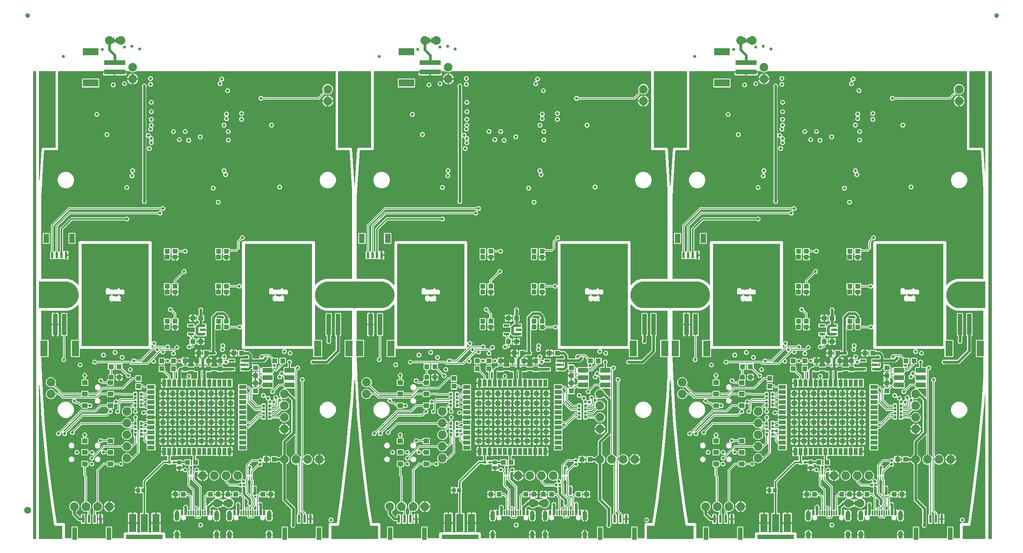
<source format=gtl>
G04 EAGLE Gerber RS-274X export*
G75*
%MOMM*%
%FSLAX34Y34*%
%LPD*%
%INTop Copper*%
%IPPOS*%
%AMOC8*
5,1,8,0,0,1.08239X$1,22.5*%
G01*
%ADD10C,0.635000*%
%ADD11C,0.300000*%
%ADD12R,1.100000X1.000000*%
%ADD13R,1.000000X1.100000*%
%ADD14R,1.200000X0.550000*%
%ADD15R,0.900000X0.850000*%
%ADD16R,0.600000X0.600000*%
%ADD17R,0.850000X1.520000*%
%ADD18R,1.520000X0.850000*%
%ADD19R,1.100000X1.100000*%
%ADD20R,0.300000X1.000000*%
%ADD21R,0.600000X1.000000*%
%ADD22C,0.755600*%
%ADD23R,0.250000X0.610000*%
%ADD24R,0.250000X0.560000*%
%ADD25R,1.500000X4.000000*%
%ADD26R,0.550000X0.800000*%
%ADD27R,0.550000X0.500000*%
%ADD28R,1.000000X4.600000*%
%ADD29R,1.600000X3.400000*%
%ADD30R,4.600000X1.000000*%
%ADD31R,3.400000X1.600000*%
%ADD32C,1.879600*%
%ADD33R,0.600000X1.700000*%
%ADD34R,1.000000X2.700000*%
%ADD35R,0.630000X0.830000*%
%ADD36R,0.635000X1.270000*%
%ADD37R,1.150000X1.000000*%
%ADD38R,1.200000X2.000000*%
%ADD39R,0.600000X1.350000*%
%ADD40R,2.200000X1.100000*%
%ADD41R,0.850000X0.900000*%
%ADD42C,1.000000*%
%ADD43C,1.500000*%
%ADD44C,0.558800*%
%ADD45C,0.660400*%
%ADD46C,0.304800*%
%ADD47C,0.177800*%
%ADD48C,0.350519*%
%ADD49C,0.736600*%
%ADD50C,0.350000*%

G36*
X1874368Y2536D02*
X1874368Y2536D01*
X1874374Y2542D01*
X1874379Y2538D01*
X1875436Y2908D01*
X1875440Y2915D01*
X1875446Y2913D01*
X1876394Y3509D01*
X1876397Y3516D01*
X1876402Y3516D01*
X1877194Y4307D01*
X1877195Y4315D01*
X1877201Y4316D01*
X1877797Y5264D01*
X1877796Y5272D01*
X1877801Y5274D01*
X1878171Y6331D01*
X1878170Y6335D01*
X1878172Y6337D01*
X1878170Y6340D01*
X1878174Y6342D01*
X1878299Y7454D01*
X1878297Y7458D01*
X1878299Y7460D01*
X1878299Y9460D01*
X1880841Y9460D01*
X1880841Y6712D01*
X1880549Y5245D01*
X1880222Y4457D01*
X1879966Y3837D01*
X1879956Y3796D01*
X1879943Y3767D01*
X1879942Y3765D01*
X1879936Y3751D01*
X1879927Y3673D01*
X1879909Y3597D01*
X1879914Y3552D01*
X1879909Y3506D01*
X1879925Y3430D01*
X1879932Y3353D01*
X1879951Y3311D01*
X1879961Y3266D01*
X1880001Y3199D01*
X1880032Y3128D01*
X1880064Y3094D01*
X1880087Y3055D01*
X1880146Y3004D01*
X1880199Y2947D01*
X1880239Y2925D01*
X1880274Y2895D01*
X1880346Y2866D01*
X1880414Y2828D01*
X1880460Y2820D01*
X1880502Y2803D01*
X1880638Y2788D01*
X1880656Y2784D01*
X1880661Y2785D01*
X1880669Y2784D01*
X1899580Y2784D01*
X1899600Y2788D01*
X1899619Y2785D01*
X1899721Y2807D01*
X1899823Y2824D01*
X1899840Y2833D01*
X1899860Y2838D01*
X1899949Y2891D01*
X1900040Y2939D01*
X1900054Y2954D01*
X1900071Y2964D01*
X1900138Y3043D01*
X1900210Y3118D01*
X1900218Y3136D01*
X1900231Y3151D01*
X1900270Y3247D01*
X1900313Y3341D01*
X1900315Y3360D01*
X1900323Y3379D01*
X1900341Y3546D01*
X1900341Y27116D01*
X1901383Y28158D01*
X1912857Y28158D01*
X1913899Y27116D01*
X1913899Y3546D01*
X1913901Y3533D01*
X1913900Y3523D01*
X1913901Y3517D01*
X1913900Y3506D01*
X1913922Y3405D01*
X1913938Y3303D01*
X1913948Y3285D01*
X1913952Y3266D01*
X1914005Y3177D01*
X1914054Y3085D01*
X1914068Y3072D01*
X1914078Y3055D01*
X1914157Y2987D01*
X1914232Y2916D01*
X1914250Y2908D01*
X1914265Y2895D01*
X1914361Y2856D01*
X1914455Y2812D01*
X1914475Y2810D01*
X1914493Y2803D01*
X1914660Y2784D01*
X1974080Y2784D01*
X1974100Y2788D01*
X1974119Y2785D01*
X1974221Y2807D01*
X1974323Y2824D01*
X1974340Y2833D01*
X1974360Y2838D01*
X1974449Y2891D01*
X1974540Y2939D01*
X1974554Y2954D01*
X1974571Y2964D01*
X1974638Y3043D01*
X1974710Y3118D01*
X1974718Y3136D01*
X1974731Y3151D01*
X1974770Y3247D01*
X1974813Y3341D01*
X1974815Y3360D01*
X1974823Y3379D01*
X1974841Y3546D01*
X1974841Y27116D01*
X1975883Y28158D01*
X1987357Y28158D01*
X1988399Y27116D01*
X1988399Y3546D01*
X1988401Y3533D01*
X1988400Y3523D01*
X1988401Y3517D01*
X1988400Y3506D01*
X1988422Y3405D01*
X1988438Y3303D01*
X1988448Y3285D01*
X1988452Y3266D01*
X1988505Y3177D01*
X1988554Y3085D01*
X1988568Y3072D01*
X1988578Y3055D01*
X1988657Y2987D01*
X1988732Y2916D01*
X1988750Y2908D01*
X1988765Y2895D01*
X1988861Y2856D01*
X1988955Y2812D01*
X1988975Y2810D01*
X1988993Y2803D01*
X1989160Y2784D01*
X2002214Y2784D01*
X2002234Y2788D01*
X2002253Y2785D01*
X2002355Y2807D01*
X2002457Y2824D01*
X2002474Y2833D01*
X2002494Y2838D01*
X2002583Y2891D01*
X2002674Y2939D01*
X2002688Y2954D01*
X2002705Y2964D01*
X2002772Y3043D01*
X2002844Y3118D01*
X2002852Y3136D01*
X2002865Y3151D01*
X2002904Y3247D01*
X2002947Y3341D01*
X2002949Y3360D01*
X2002957Y3379D01*
X2002975Y3546D01*
X2002975Y33897D01*
X2004612Y35534D01*
X2019682Y35534D01*
X2019771Y35549D01*
X2019860Y35555D01*
X2019891Y35569D01*
X2019925Y35574D01*
X2020004Y35616D01*
X2020087Y35651D01*
X2020112Y35673D01*
X2020142Y35689D01*
X2020204Y35754D01*
X2020271Y35813D01*
X2020288Y35843D01*
X2020312Y35868D01*
X2020349Y35949D01*
X2020394Y36026D01*
X2020405Y36068D01*
X2020415Y36091D01*
X2020419Y36122D01*
X2020436Y36189D01*
X2027569Y86576D01*
X2027569Y86583D01*
X2027571Y86593D01*
X2040291Y193741D01*
X2040290Y193750D01*
X2040293Y193764D01*
X2049796Y301244D01*
X2049795Y301251D01*
X2049797Y301261D01*
X2053334Y355005D01*
X2053332Y355024D01*
X2053335Y355055D01*
X2053335Y396600D01*
X2053332Y396619D01*
X2053334Y396639D01*
X2053312Y396740D01*
X2053296Y396842D01*
X2053286Y396860D01*
X2053282Y396879D01*
X2053229Y396968D01*
X2053180Y397060D01*
X2053166Y397073D01*
X2053156Y397091D01*
X2053077Y397158D01*
X2053002Y397229D01*
X2052984Y397237D01*
X2052969Y397250D01*
X2052873Y397289D01*
X2052779Y397333D01*
X2052759Y397335D01*
X2052741Y397342D01*
X2052574Y397361D01*
X2038213Y397361D01*
X2037171Y398403D01*
X2037171Y433876D01*
X2038213Y434918D01*
X2052574Y434918D01*
X2052594Y434922D01*
X2052613Y434919D01*
X2052715Y434941D01*
X2052817Y434958D01*
X2052834Y434967D01*
X2052854Y434972D01*
X2052943Y435025D01*
X2053034Y435073D01*
X2053048Y435088D01*
X2053065Y435098D01*
X2053132Y435177D01*
X2053204Y435252D01*
X2053212Y435270D01*
X2053225Y435285D01*
X2053264Y435381D01*
X2053307Y435475D01*
X2053309Y435494D01*
X2053317Y435513D01*
X2053335Y435680D01*
X2053335Y497434D01*
X2053332Y497453D01*
X2053334Y497473D01*
X2053312Y497574D01*
X2053296Y497676D01*
X2053286Y497694D01*
X2053282Y497713D01*
X2053229Y497802D01*
X2053180Y497894D01*
X2053166Y497907D01*
X2053156Y497925D01*
X2053077Y497992D01*
X2053002Y498063D01*
X2052984Y498071D01*
X2052969Y498084D01*
X2052873Y498123D01*
X2052779Y498167D01*
X2052759Y498169D01*
X2052741Y498176D01*
X2052574Y498195D01*
X1996049Y498195D01*
X1985641Y501576D01*
X1976789Y508008D01*
X1974196Y511577D01*
X1974190Y511583D01*
X1974186Y511590D01*
X1974103Y511669D01*
X1974021Y511750D01*
X1974014Y511754D01*
X1974008Y511759D01*
X1973903Y511808D01*
X1973800Y511858D01*
X1973792Y511859D01*
X1973785Y511863D01*
X1973671Y511875D01*
X1973556Y511891D01*
X1973548Y511889D01*
X1973541Y511890D01*
X1973428Y511865D01*
X1973315Y511843D01*
X1973308Y511839D01*
X1973300Y511838D01*
X1973202Y511779D01*
X1973101Y511721D01*
X1973096Y511715D01*
X1973089Y511711D01*
X1973014Y511624D01*
X1972937Y511538D01*
X1972934Y511531D01*
X1972929Y511525D01*
X1972886Y511417D01*
X1972841Y511312D01*
X1972840Y511304D01*
X1972837Y511296D01*
X1972819Y511130D01*
X1972819Y435680D01*
X1972822Y435660D01*
X1972820Y435640D01*
X1972842Y435539D01*
X1972858Y435437D01*
X1972868Y435419D01*
X1972872Y435400D01*
X1972925Y435311D01*
X1972974Y435219D01*
X1972988Y435206D01*
X1972998Y435189D01*
X1973077Y435121D01*
X1973152Y435050D01*
X1973170Y435042D01*
X1973185Y435029D01*
X1973281Y434990D01*
X1973375Y434946D01*
X1973395Y434944D01*
X1973413Y434937D01*
X1973580Y434918D01*
X1987687Y434918D01*
X1988729Y433876D01*
X1988729Y398403D01*
X1987687Y397361D01*
X1970213Y397361D01*
X1969171Y398403D01*
X1969171Y414630D01*
X1969168Y414649D01*
X1969170Y414669D01*
X1969148Y414770D01*
X1969132Y414872D01*
X1969122Y414890D01*
X1969118Y414909D01*
X1969065Y414998D01*
X1969016Y415090D01*
X1969002Y415103D01*
X1968992Y415121D01*
X1968913Y415188D01*
X1968838Y415259D01*
X1968820Y415267D01*
X1968805Y415280D01*
X1968709Y415319D01*
X1968615Y415363D01*
X1968595Y415365D01*
X1968577Y415372D01*
X1968410Y415391D01*
X1909452Y415391D01*
X1909381Y415379D01*
X1909309Y415377D01*
X1909260Y415360D01*
X1909209Y415351D01*
X1909146Y415318D01*
X1909078Y415293D01*
X1909038Y415260D01*
X1908992Y415236D01*
X1908942Y415184D01*
X1908886Y415139D01*
X1908858Y415095D01*
X1908822Y415058D01*
X1908792Y414993D01*
X1908753Y414932D01*
X1908741Y414882D01*
X1908719Y414835D01*
X1908711Y414763D01*
X1908693Y414694D01*
X1908697Y414642D01*
X1908692Y414590D01*
X1908707Y414520D01*
X1908712Y414449D01*
X1908733Y414401D01*
X1908744Y414350D01*
X1908781Y414288D01*
X1908809Y414222D01*
X1908853Y414166D01*
X1908870Y414139D01*
X1908888Y414123D01*
X1908913Y414091D01*
X1911351Y411654D01*
X1911351Y407445D01*
X1908375Y404469D01*
X1904165Y404469D01*
X1901189Y407445D01*
X1901189Y411654D01*
X1903627Y414091D01*
X1903668Y414150D01*
X1903718Y414202D01*
X1903740Y414249D01*
X1903770Y414291D01*
X1903791Y414360D01*
X1903821Y414425D01*
X1903827Y414476D01*
X1903842Y414526D01*
X1903841Y414598D01*
X1903848Y414669D01*
X1903837Y414720D01*
X1903836Y414772D01*
X1903811Y414839D01*
X1903796Y414909D01*
X1903769Y414954D01*
X1903752Y415003D01*
X1903707Y415059D01*
X1903670Y415121D01*
X1903630Y415154D01*
X1903598Y415195D01*
X1903538Y415234D01*
X1903483Y415280D01*
X1903435Y415300D01*
X1903391Y415328D01*
X1903322Y415346D01*
X1903255Y415372D01*
X1903184Y415380D01*
X1903152Y415388D01*
X1903129Y415386D01*
X1903088Y415391D01*
X1816107Y415391D01*
X1814321Y417177D01*
X1814321Y459047D01*
X1814310Y459118D01*
X1814308Y459190D01*
X1814290Y459239D01*
X1814282Y459290D01*
X1814248Y459353D01*
X1814223Y459421D01*
X1814191Y459461D01*
X1814166Y459507D01*
X1814114Y459557D01*
X1814070Y459613D01*
X1814026Y459641D01*
X1813988Y459677D01*
X1813923Y459707D01*
X1813863Y459746D01*
X1813812Y459759D01*
X1813765Y459780D01*
X1813694Y459788D01*
X1813624Y459806D01*
X1813572Y459802D01*
X1813521Y459808D01*
X1813450Y459792D01*
X1813379Y459787D01*
X1813331Y459766D01*
X1813280Y459755D01*
X1813219Y459718D01*
X1813153Y459690D01*
X1813097Y459646D01*
X1813069Y459629D01*
X1813054Y459611D01*
X1813022Y459586D01*
X1811220Y457783D01*
X1807010Y457783D01*
X1804795Y459999D01*
X1804721Y460052D01*
X1804652Y460111D01*
X1804621Y460124D01*
X1804595Y460142D01*
X1804508Y460169D01*
X1804423Y460203D01*
X1804382Y460208D01*
X1804360Y460215D01*
X1804328Y460214D01*
X1804257Y460222D01*
X1787960Y460222D01*
X1787940Y460219D01*
X1787921Y460221D01*
X1787819Y460199D01*
X1787717Y460182D01*
X1787700Y460173D01*
X1787680Y460169D01*
X1787591Y460115D01*
X1787500Y460067D01*
X1787486Y460053D01*
X1787469Y460042D01*
X1787402Y459964D01*
X1787330Y459889D01*
X1787322Y459871D01*
X1787309Y459855D01*
X1787270Y459759D01*
X1787227Y459666D01*
X1787225Y459646D01*
X1787217Y459627D01*
X1787199Y459461D01*
X1787199Y458031D01*
X1785278Y456111D01*
X1775562Y456111D01*
X1773641Y458031D01*
X1773641Y467748D01*
X1773771Y467877D01*
X1773782Y467893D01*
X1773798Y467906D01*
X1773854Y467993D01*
X1773914Y468077D01*
X1773920Y468096D01*
X1773931Y468112D01*
X1773956Y468213D01*
X1773986Y468312D01*
X1773986Y468332D01*
X1773991Y468351D01*
X1773983Y468454D01*
X1773980Y468558D01*
X1773973Y468576D01*
X1773972Y468596D01*
X1773931Y468691D01*
X1773896Y468789D01*
X1773883Y468804D01*
X1773875Y468823D01*
X1773771Y468954D01*
X1772871Y469853D01*
X1772871Y481326D01*
X1773913Y482368D01*
X1774816Y482368D01*
X1774836Y482372D01*
X1774855Y482369D01*
X1774957Y482391D01*
X1775059Y482408D01*
X1775076Y482417D01*
X1775096Y482422D01*
X1775185Y482475D01*
X1775276Y482523D01*
X1775290Y482538D01*
X1775307Y482548D01*
X1775374Y482627D01*
X1775446Y482702D01*
X1775454Y482720D01*
X1775467Y482735D01*
X1775506Y482831D01*
X1775549Y482925D01*
X1775551Y482944D01*
X1775559Y482963D01*
X1775577Y483130D01*
X1775577Y483930D01*
X1775575Y483942D01*
X1775576Y483950D01*
X1775567Y483993D01*
X1775563Y484020D01*
X1775555Y484111D01*
X1775543Y484141D01*
X1775538Y484173D01*
X1775495Y484253D01*
X1775459Y484337D01*
X1775433Y484370D01*
X1775422Y484390D01*
X1775399Y484412D01*
X1775354Y484468D01*
X1772519Y487304D01*
X1772445Y487357D01*
X1772375Y487416D01*
X1772345Y487429D01*
X1772319Y487447D01*
X1772232Y487474D01*
X1772147Y487508D01*
X1772106Y487513D01*
X1772084Y487520D01*
X1772052Y487519D01*
X1771981Y487527D01*
X1762429Y487527D01*
X1762339Y487512D01*
X1762248Y487505D01*
X1762219Y487492D01*
X1762187Y487487D01*
X1762106Y487444D01*
X1762022Y487409D01*
X1761990Y487383D01*
X1761969Y487372D01*
X1761947Y487349D01*
X1761891Y487304D01*
X1758255Y483668D01*
X1758213Y483610D01*
X1758164Y483558D01*
X1758142Y483510D01*
X1758112Y483468D01*
X1758090Y483400D01*
X1758060Y483335D01*
X1758054Y483283D01*
X1758039Y483233D01*
X1758041Y483161D01*
X1758033Y483090D01*
X1758044Y483039D01*
X1758046Y482987D01*
X1758070Y482920D01*
X1758085Y482850D01*
X1758112Y482805D01*
X1758130Y482756D01*
X1758175Y482700D01*
X1758212Y482639D01*
X1758251Y482605D01*
X1758284Y482564D01*
X1758344Y482525D01*
X1758398Y482479D01*
X1758447Y482459D01*
X1758491Y482431D01*
X1758560Y482414D01*
X1758627Y482387D01*
X1758698Y482379D01*
X1758729Y482371D01*
X1758752Y482373D01*
X1758793Y482368D01*
X1769387Y482368D01*
X1770429Y481326D01*
X1770429Y469853D01*
X1769529Y468954D01*
X1769518Y468937D01*
X1769502Y468925D01*
X1769446Y468838D01*
X1769386Y468754D01*
X1769380Y468735D01*
X1769369Y468718D01*
X1769344Y468618D01*
X1769314Y468519D01*
X1769314Y468499D01*
X1769309Y468479D01*
X1769317Y468376D01*
X1769320Y468273D01*
X1769327Y468254D01*
X1769328Y468234D01*
X1769369Y468139D01*
X1769404Y468042D01*
X1769417Y468026D01*
X1769425Y468008D01*
X1769529Y467877D01*
X1769659Y467748D01*
X1769659Y458031D01*
X1767738Y456111D01*
X1758022Y456111D01*
X1757202Y456931D01*
X1757144Y456972D01*
X1757092Y457022D01*
X1757045Y457044D01*
X1757003Y457074D01*
X1756934Y457095D01*
X1756869Y457125D01*
X1756817Y457131D01*
X1756767Y457146D01*
X1756696Y457145D01*
X1756625Y457152D01*
X1756574Y457141D01*
X1756522Y457140D01*
X1756454Y457115D01*
X1756384Y457100D01*
X1756339Y457073D01*
X1756291Y457056D01*
X1756235Y457011D01*
X1756173Y456974D01*
X1756139Y456934D01*
X1756099Y456902D01*
X1756060Y456842D01*
X1756013Y456787D01*
X1755994Y456739D01*
X1755966Y456695D01*
X1755948Y456625D01*
X1755921Y456559D01*
X1755913Y456488D01*
X1755905Y456456D01*
X1755907Y456433D01*
X1755903Y456392D01*
X1755903Y411207D01*
X1755917Y411117D01*
X1755925Y411026D01*
X1755937Y410997D01*
X1755942Y410965D01*
X1755985Y410884D01*
X1756021Y410800D01*
X1756047Y410768D01*
X1756058Y410747D01*
X1756081Y410725D01*
X1756126Y410669D01*
X1758951Y407844D01*
X1758951Y403635D01*
X1755975Y400659D01*
X1751765Y400659D01*
X1751480Y400944D01*
X1751407Y400997D01*
X1751337Y401056D01*
X1751307Y401069D01*
X1751281Y401087D01*
X1751194Y401114D01*
X1751109Y401148D01*
X1751068Y401153D01*
X1751046Y401160D01*
X1751013Y401159D01*
X1750942Y401167D01*
X1745010Y401167D01*
X1744990Y401164D01*
X1744971Y401166D01*
X1744869Y401144D01*
X1744767Y401127D01*
X1744750Y401118D01*
X1744730Y401114D01*
X1744641Y401060D01*
X1744550Y401012D01*
X1744536Y400998D01*
X1744519Y400987D01*
X1744452Y400909D01*
X1744380Y400834D01*
X1744372Y400816D01*
X1744359Y400800D01*
X1744320Y400704D01*
X1744277Y400611D01*
X1744275Y400591D01*
X1744267Y400572D01*
X1744249Y400406D01*
X1744249Y400003D01*
X1743207Y398961D01*
X1741108Y398961D01*
X1741017Y398946D01*
X1740927Y398939D01*
X1740897Y398926D01*
X1740865Y398921D01*
X1740784Y398878D01*
X1740700Y398843D01*
X1740668Y398817D01*
X1740647Y398806D01*
X1740625Y398783D01*
X1740569Y398738D01*
X1739870Y398038D01*
X1739816Y397964D01*
X1739757Y397895D01*
X1739745Y397865D01*
X1739726Y397839D01*
X1739699Y397751D01*
X1739665Y397667D01*
X1739661Y397626D01*
X1739654Y397603D01*
X1739655Y397571D01*
X1739647Y397500D01*
X1739647Y389602D01*
X1739650Y389582D01*
X1739648Y389562D01*
X1739670Y389461D01*
X1739687Y389359D01*
X1739696Y389341D01*
X1739700Y389322D01*
X1739753Y389233D01*
X1739802Y389142D01*
X1739816Y389128D01*
X1739826Y389111D01*
X1739905Y389043D01*
X1739980Y388972D01*
X1739998Y388964D01*
X1740013Y388951D01*
X1740109Y388912D01*
X1740203Y388869D01*
X1740223Y388866D01*
X1740241Y388859D01*
X1740408Y388840D01*
X1741171Y388840D01*
X1741171Y388839D01*
X1740408Y388839D01*
X1740388Y388836D01*
X1740369Y388838D01*
X1740267Y388816D01*
X1740165Y388799D01*
X1740148Y388790D01*
X1740128Y388785D01*
X1740039Y388732D01*
X1739948Y388684D01*
X1739934Y388669D01*
X1739917Y388659D01*
X1739850Y388581D01*
X1739779Y388506D01*
X1739770Y388488D01*
X1739757Y388472D01*
X1739718Y388376D01*
X1739675Y388282D01*
X1739673Y388263D01*
X1739665Y388244D01*
X1739647Y388077D01*
X1739647Y380799D01*
X1735836Y380799D01*
X1735189Y380972D01*
X1734610Y381306D01*
X1734342Y381574D01*
X1734284Y381616D01*
X1734232Y381665D01*
X1734185Y381687D01*
X1734143Y381718D01*
X1734074Y381739D01*
X1734009Y381769D01*
X1733957Y381775D01*
X1733907Y381790D01*
X1733836Y381788D01*
X1733765Y381796D01*
X1733714Y381785D01*
X1733662Y381784D01*
X1733594Y381759D01*
X1733524Y381744D01*
X1733479Y381717D01*
X1733431Y381699D01*
X1733375Y381654D01*
X1733313Y381618D01*
X1733279Y381578D01*
X1733239Y381546D01*
X1733200Y381485D01*
X1733153Y381431D01*
X1733134Y381382D01*
X1733106Y381339D01*
X1733088Y381269D01*
X1733061Y381203D01*
X1733053Y381131D01*
X1733045Y381100D01*
X1733047Y381077D01*
X1733043Y381036D01*
X1733043Y378566D01*
X1733054Y378495D01*
X1733056Y378423D01*
X1733074Y378374D01*
X1733082Y378323D01*
X1733116Y378260D01*
X1733141Y378192D01*
X1733173Y378152D01*
X1733198Y378106D01*
X1733250Y378056D01*
X1733294Y378000D01*
X1733338Y377972D01*
X1733376Y377936D01*
X1733441Y377906D01*
X1733501Y377867D01*
X1733552Y377854D01*
X1733599Y377833D01*
X1733670Y377825D01*
X1733740Y377807D01*
X1733792Y377811D01*
X1733843Y377805D01*
X1733914Y377821D01*
X1733985Y377826D01*
X1734033Y377847D01*
X1734084Y377858D01*
X1734145Y377894D01*
X1734211Y377923D01*
X1734267Y377967D01*
X1734295Y377984D01*
X1734310Y378002D01*
X1734342Y378027D01*
X1735433Y379118D01*
X1746907Y379118D01*
X1747949Y378076D01*
X1747949Y377174D01*
X1747952Y377154D01*
X1747950Y377134D01*
X1747972Y377033D01*
X1747988Y376931D01*
X1747998Y376913D01*
X1748002Y376894D01*
X1748055Y376805D01*
X1748104Y376713D01*
X1748118Y376700D01*
X1748128Y376683D01*
X1748207Y376615D01*
X1748282Y376544D01*
X1748300Y376536D01*
X1748315Y376523D01*
X1748411Y376484D01*
X1748505Y376440D01*
X1748525Y376438D01*
X1748543Y376431D01*
X1748710Y376412D01*
X1759030Y376412D01*
X1759050Y376416D01*
X1759069Y376413D01*
X1759171Y376435D01*
X1759273Y376452D01*
X1759290Y376461D01*
X1759310Y376466D01*
X1759399Y376519D01*
X1759490Y376567D01*
X1759504Y376582D01*
X1759521Y376592D01*
X1759588Y376671D01*
X1759660Y376746D01*
X1759668Y376764D01*
X1759681Y376779D01*
X1759720Y376875D01*
X1759763Y376969D01*
X1759765Y376988D01*
X1759773Y377007D01*
X1759791Y377174D01*
X1759791Y378076D01*
X1760833Y379118D01*
X1772307Y379118D01*
X1773349Y378076D01*
X1773349Y376174D01*
X1773352Y376154D01*
X1773350Y376134D01*
X1773372Y376033D01*
X1773388Y375931D01*
X1773398Y375913D01*
X1773402Y375894D01*
X1773455Y375805D01*
X1773504Y375713D01*
X1773518Y375700D01*
X1773528Y375683D01*
X1773607Y375615D01*
X1773682Y375544D01*
X1773700Y375536D01*
X1773715Y375523D01*
X1773811Y375484D01*
X1773905Y375440D01*
X1773925Y375438D01*
X1773943Y375431D01*
X1774110Y375412D01*
X1793692Y375412D01*
X1793756Y375387D01*
X1793796Y375382D01*
X1793819Y375375D01*
X1793851Y375376D01*
X1793922Y375368D01*
X1798406Y375368D01*
X1799448Y374326D01*
X1799448Y367353D01*
X1798406Y366311D01*
X1793922Y366311D01*
X1793832Y366296D01*
X1793741Y366289D01*
X1793711Y366276D01*
X1793680Y366271D01*
X1793672Y366267D01*
X1774110Y366267D01*
X1774090Y366264D01*
X1774071Y366266D01*
X1773969Y366244D01*
X1773867Y366227D01*
X1773850Y366218D01*
X1773830Y366214D01*
X1773741Y366160D01*
X1773650Y366112D01*
X1773636Y366098D01*
X1773619Y366087D01*
X1773552Y366009D01*
X1773480Y365934D01*
X1773472Y365916D01*
X1773459Y365900D01*
X1773420Y365804D01*
X1773377Y365711D01*
X1773375Y365691D01*
X1773367Y365672D01*
X1773361Y365615D01*
X1772307Y364561D01*
X1760833Y364561D01*
X1759791Y365603D01*
X1759791Y366506D01*
X1759788Y366525D01*
X1759790Y366545D01*
X1759768Y366646D01*
X1759752Y366748D01*
X1759742Y366766D01*
X1759738Y366785D01*
X1759685Y366874D01*
X1759636Y366966D01*
X1759622Y366979D01*
X1759612Y366997D01*
X1759533Y367064D01*
X1759458Y367135D01*
X1759440Y367143D01*
X1759425Y367156D01*
X1759329Y367195D01*
X1759235Y367239D01*
X1759215Y367241D01*
X1759197Y367248D01*
X1759030Y367267D01*
X1748710Y367267D01*
X1748690Y367264D01*
X1748671Y367266D01*
X1748569Y367244D01*
X1748467Y367227D01*
X1748450Y367218D01*
X1748430Y367214D01*
X1748341Y367160D01*
X1748250Y367112D01*
X1748236Y367098D01*
X1748219Y367087D01*
X1748152Y367009D01*
X1748080Y366934D01*
X1748072Y366916D01*
X1748059Y366900D01*
X1748020Y366804D01*
X1747977Y366711D01*
X1747975Y366691D01*
X1747967Y366672D01*
X1747949Y366506D01*
X1747949Y365603D01*
X1746907Y364561D01*
X1737604Y364561D01*
X1737584Y364558D01*
X1737565Y364560D01*
X1737463Y364538D01*
X1737361Y364521D01*
X1737344Y364512D01*
X1737324Y364508D01*
X1737235Y364454D01*
X1737144Y364406D01*
X1737130Y364392D01*
X1737113Y364381D01*
X1737046Y364303D01*
X1736974Y364228D01*
X1736966Y364210D01*
X1736953Y364194D01*
X1736914Y364098D01*
X1736871Y364005D01*
X1736869Y363985D01*
X1736861Y363966D01*
X1736843Y363800D01*
X1736843Y351135D01*
X1736858Y351041D01*
X1736867Y350946D01*
X1736878Y350920D01*
X1736882Y350892D01*
X1736927Y350808D01*
X1736965Y350720D01*
X1736984Y350700D01*
X1736998Y350675D01*
X1737067Y350609D01*
X1737131Y350538D01*
X1737155Y350525D01*
X1737176Y350505D01*
X1737262Y350465D01*
X1737346Y350419D01*
X1737373Y350414D01*
X1737399Y350402D01*
X1737494Y350391D01*
X1737588Y350374D01*
X1737615Y350378D01*
X1737643Y350375D01*
X1737737Y350395D01*
X1737831Y350408D01*
X1737863Y350422D01*
X1737884Y350427D01*
X1737912Y350444D01*
X1737985Y350476D01*
X1738039Y350507D01*
X1738686Y350680D01*
X1741747Y350680D01*
X1741747Y341302D01*
X1741750Y341282D01*
X1741748Y341262D01*
X1741770Y341161D01*
X1741787Y341059D01*
X1741796Y341041D01*
X1741800Y341022D01*
X1741853Y340933D01*
X1741902Y340842D01*
X1741916Y340828D01*
X1741926Y340811D01*
X1742005Y340743D01*
X1742080Y340672D01*
X1742098Y340664D01*
X1742113Y340651D01*
X1742209Y340612D01*
X1742303Y340569D01*
X1742323Y340566D01*
X1742341Y340559D01*
X1742508Y340540D01*
X1744032Y340540D01*
X1744052Y340544D01*
X1744071Y340541D01*
X1744173Y340563D01*
X1744275Y340580D01*
X1744292Y340589D01*
X1744312Y340594D01*
X1744401Y340647D01*
X1744492Y340695D01*
X1744506Y340710D01*
X1744523Y340720D01*
X1744590Y340799D01*
X1744661Y340874D01*
X1744670Y340892D01*
X1744683Y340907D01*
X1744722Y341003D01*
X1744765Y341097D01*
X1744767Y341116D01*
X1744775Y341135D01*
X1744793Y341302D01*
X1744793Y350680D01*
X1747854Y350680D01*
X1748501Y350507D01*
X1749080Y350173D01*
X1749111Y350141D01*
X1749185Y350088D01*
X1749255Y350029D01*
X1749285Y350017D01*
X1749311Y349998D01*
X1749398Y349971D01*
X1749483Y349937D01*
X1749524Y349932D01*
X1749546Y349925D01*
X1749578Y349926D01*
X1749650Y349918D01*
X1759259Y349918D01*
X1759260Y349916D01*
X1759348Y349860D01*
X1759431Y349800D01*
X1759450Y349794D01*
X1759467Y349783D01*
X1759568Y349758D01*
X1759667Y349727D01*
X1759687Y349728D01*
X1759706Y349723D01*
X1759809Y349731D01*
X1759912Y349734D01*
X1759931Y349741D01*
X1759951Y349742D01*
X1760046Y349783D01*
X1760143Y349818D01*
X1760159Y349831D01*
X1760177Y349839D01*
X1760277Y349918D01*
X1770259Y349918D01*
X1770260Y349916D01*
X1770348Y349860D01*
X1770431Y349800D01*
X1770450Y349794D01*
X1770467Y349783D01*
X1770568Y349758D01*
X1770667Y349727D01*
X1770687Y349728D01*
X1770706Y349723D01*
X1770809Y349731D01*
X1770912Y349734D01*
X1770931Y349741D01*
X1770951Y349742D01*
X1771046Y349783D01*
X1771143Y349818D01*
X1771159Y349831D01*
X1771177Y349839D01*
X1771277Y349918D01*
X1781259Y349918D01*
X1781260Y349916D01*
X1781348Y349860D01*
X1781431Y349800D01*
X1781450Y349794D01*
X1781467Y349783D01*
X1781568Y349758D01*
X1781667Y349727D01*
X1781687Y349728D01*
X1781706Y349723D01*
X1781809Y349731D01*
X1781912Y349734D01*
X1781931Y349741D01*
X1781951Y349742D01*
X1782046Y349783D01*
X1782143Y349818D01*
X1782159Y349831D01*
X1782177Y349839D01*
X1782277Y349918D01*
X1792257Y349918D01*
X1793299Y348876D01*
X1793299Y332203D01*
X1792257Y331161D01*
X1782281Y331161D01*
X1782280Y331163D01*
X1782193Y331219D01*
X1782109Y331279D01*
X1782090Y331285D01*
X1782073Y331296D01*
X1781973Y331321D01*
X1781874Y331352D01*
X1781854Y331351D01*
X1781834Y331356D01*
X1781731Y331348D01*
X1781628Y331345D01*
X1781609Y331338D01*
X1781589Y331337D01*
X1781494Y331296D01*
X1781397Y331261D01*
X1781381Y331248D01*
X1781363Y331241D01*
X1781263Y331161D01*
X1771281Y331161D01*
X1771280Y331163D01*
X1771193Y331219D01*
X1771109Y331279D01*
X1771090Y331285D01*
X1771073Y331296D01*
X1770973Y331321D01*
X1770874Y331352D01*
X1770854Y331351D01*
X1770834Y331356D01*
X1770731Y331348D01*
X1770628Y331345D01*
X1770609Y331338D01*
X1770589Y331337D01*
X1770494Y331296D01*
X1770397Y331261D01*
X1770381Y331248D01*
X1770363Y331241D01*
X1770263Y331161D01*
X1760281Y331161D01*
X1760280Y331163D01*
X1760193Y331219D01*
X1760109Y331279D01*
X1760090Y331285D01*
X1760073Y331296D01*
X1759973Y331321D01*
X1759874Y331352D01*
X1759854Y331351D01*
X1759834Y331356D01*
X1759731Y331348D01*
X1759628Y331345D01*
X1759609Y331338D01*
X1759589Y331337D01*
X1759494Y331296D01*
X1759397Y331261D01*
X1759381Y331248D01*
X1759363Y331241D01*
X1759263Y331161D01*
X1749650Y331161D01*
X1749560Y331146D01*
X1749469Y331139D01*
X1749439Y331126D01*
X1749407Y331121D01*
X1749326Y331078D01*
X1749242Y331043D01*
X1749210Y331017D01*
X1749190Y331006D01*
X1749167Y330983D01*
X1749111Y330938D01*
X1749080Y330906D01*
X1748501Y330572D01*
X1747854Y330399D01*
X1744793Y330399D01*
X1744793Y339777D01*
X1744790Y339797D01*
X1744792Y339817D01*
X1744770Y339918D01*
X1744753Y340020D01*
X1744744Y340038D01*
X1744740Y340057D01*
X1744687Y340146D01*
X1744638Y340238D01*
X1744624Y340251D01*
X1744614Y340268D01*
X1744535Y340336D01*
X1744460Y340407D01*
X1744442Y340415D01*
X1744427Y340428D01*
X1744331Y340467D01*
X1744237Y340511D01*
X1744217Y340513D01*
X1744199Y340520D01*
X1744032Y340539D01*
X1742508Y340539D01*
X1742488Y340536D01*
X1742469Y340538D01*
X1742367Y340516D01*
X1742265Y340499D01*
X1742248Y340490D01*
X1742228Y340485D01*
X1742139Y340432D01*
X1742048Y340384D01*
X1742034Y340369D01*
X1742017Y340359D01*
X1741950Y340281D01*
X1741879Y340206D01*
X1741870Y340188D01*
X1741857Y340172D01*
X1741818Y340076D01*
X1741775Y339982D01*
X1741773Y339963D01*
X1741765Y339944D01*
X1741747Y339777D01*
X1741747Y330399D01*
X1738686Y330399D01*
X1738039Y330572D01*
X1737460Y330906D01*
X1737429Y330938D01*
X1737355Y330991D01*
X1737285Y331050D01*
X1737255Y331063D01*
X1737229Y331081D01*
X1737142Y331108D01*
X1737057Y331142D01*
X1737016Y331147D01*
X1736994Y331154D01*
X1736962Y331153D01*
X1736890Y331161D01*
X1727281Y331161D01*
X1727280Y331163D01*
X1727193Y331219D01*
X1727109Y331279D01*
X1727090Y331285D01*
X1727073Y331296D01*
X1726973Y331321D01*
X1726874Y331352D01*
X1726854Y331351D01*
X1726834Y331356D01*
X1726731Y331348D01*
X1726628Y331345D01*
X1726609Y331338D01*
X1726589Y331337D01*
X1726494Y331296D01*
X1726397Y331261D01*
X1726381Y331248D01*
X1726363Y331241D01*
X1726263Y331161D01*
X1716281Y331161D01*
X1716280Y331163D01*
X1716193Y331219D01*
X1716109Y331279D01*
X1716090Y331285D01*
X1716073Y331296D01*
X1715973Y331321D01*
X1715874Y331352D01*
X1715854Y331351D01*
X1715834Y331356D01*
X1715731Y331348D01*
X1715628Y331345D01*
X1715609Y331338D01*
X1715589Y331337D01*
X1715494Y331296D01*
X1715397Y331261D01*
X1715381Y331248D01*
X1715363Y331241D01*
X1715263Y331161D01*
X1705281Y331161D01*
X1705280Y331163D01*
X1705193Y331219D01*
X1705109Y331279D01*
X1705090Y331285D01*
X1705073Y331296D01*
X1704973Y331321D01*
X1704874Y331352D01*
X1704854Y331351D01*
X1704834Y331356D01*
X1704731Y331348D01*
X1704628Y331345D01*
X1704609Y331338D01*
X1704589Y331337D01*
X1704494Y331296D01*
X1704397Y331261D01*
X1704381Y331248D01*
X1704363Y331241D01*
X1704263Y331161D01*
X1694650Y331161D01*
X1694560Y331146D01*
X1694469Y331139D01*
X1694439Y331126D01*
X1694407Y331121D01*
X1694326Y331078D01*
X1694242Y331043D01*
X1694210Y331017D01*
X1694190Y331006D01*
X1694167Y330983D01*
X1694111Y330938D01*
X1694080Y330906D01*
X1693501Y330572D01*
X1692854Y330399D01*
X1689793Y330399D01*
X1689793Y339777D01*
X1689790Y339797D01*
X1689792Y339817D01*
X1689770Y339918D01*
X1689753Y340020D01*
X1689744Y340038D01*
X1689740Y340057D01*
X1689687Y340146D01*
X1689638Y340238D01*
X1689624Y340251D01*
X1689614Y340268D01*
X1689535Y340336D01*
X1689460Y340407D01*
X1689442Y340415D01*
X1689427Y340428D01*
X1689331Y340467D01*
X1689237Y340511D01*
X1689217Y340513D01*
X1689199Y340520D01*
X1689032Y340539D01*
X1687508Y340539D01*
X1687488Y340536D01*
X1687469Y340538D01*
X1687367Y340516D01*
X1687265Y340499D01*
X1687248Y340490D01*
X1687228Y340485D01*
X1687139Y340432D01*
X1687048Y340384D01*
X1687034Y340369D01*
X1687017Y340359D01*
X1686950Y340281D01*
X1686879Y340206D01*
X1686870Y340188D01*
X1686857Y340172D01*
X1686818Y340076D01*
X1686775Y339982D01*
X1686773Y339963D01*
X1686765Y339944D01*
X1686747Y339777D01*
X1686747Y330399D01*
X1683686Y330399D01*
X1683039Y330572D01*
X1682460Y330906D01*
X1682429Y330938D01*
X1682355Y330991D01*
X1682285Y331050D01*
X1682255Y331063D01*
X1682229Y331081D01*
X1682142Y331108D01*
X1682057Y331142D01*
X1682016Y331147D01*
X1681994Y331154D01*
X1681962Y331153D01*
X1681890Y331161D01*
X1672281Y331161D01*
X1672280Y331163D01*
X1672193Y331219D01*
X1672109Y331279D01*
X1672090Y331285D01*
X1672073Y331296D01*
X1671973Y331321D01*
X1671874Y331352D01*
X1671854Y331351D01*
X1671834Y331356D01*
X1671731Y331348D01*
X1671628Y331345D01*
X1671609Y331338D01*
X1671589Y331337D01*
X1671494Y331296D01*
X1671397Y331261D01*
X1671381Y331248D01*
X1671363Y331241D01*
X1671263Y331161D01*
X1661281Y331161D01*
X1661280Y331163D01*
X1661193Y331219D01*
X1661109Y331279D01*
X1661090Y331285D01*
X1661073Y331296D01*
X1660973Y331321D01*
X1660874Y331352D01*
X1660854Y331351D01*
X1660834Y331356D01*
X1660731Y331348D01*
X1660628Y331345D01*
X1660609Y331338D01*
X1660589Y331337D01*
X1660494Y331296D01*
X1660397Y331261D01*
X1660381Y331248D01*
X1660363Y331241D01*
X1660263Y331161D01*
X1650650Y331161D01*
X1650560Y331146D01*
X1650469Y331139D01*
X1650439Y331126D01*
X1650407Y331121D01*
X1650326Y331078D01*
X1650242Y331043D01*
X1650210Y331017D01*
X1650190Y331006D01*
X1650167Y330983D01*
X1650111Y330938D01*
X1650080Y330906D01*
X1649501Y330572D01*
X1648854Y330399D01*
X1645793Y330399D01*
X1645793Y339777D01*
X1645790Y339797D01*
X1645792Y339817D01*
X1645770Y339918D01*
X1645753Y340020D01*
X1645744Y340038D01*
X1645740Y340057D01*
X1645687Y340146D01*
X1645638Y340238D01*
X1645624Y340251D01*
X1645614Y340268D01*
X1645535Y340336D01*
X1645460Y340407D01*
X1645442Y340415D01*
X1645427Y340428D01*
X1645331Y340467D01*
X1645237Y340511D01*
X1645217Y340513D01*
X1645199Y340520D01*
X1645032Y340539D01*
X1644269Y340539D01*
X1644269Y340540D01*
X1645032Y340540D01*
X1645052Y340544D01*
X1645071Y340541D01*
X1645173Y340563D01*
X1645275Y340580D01*
X1645292Y340589D01*
X1645312Y340594D01*
X1645401Y340647D01*
X1645492Y340695D01*
X1645506Y340710D01*
X1645523Y340720D01*
X1645590Y340799D01*
X1645661Y340874D01*
X1645670Y340892D01*
X1645683Y340907D01*
X1645722Y341003D01*
X1645765Y341097D01*
X1645767Y341116D01*
X1645775Y341135D01*
X1645793Y341302D01*
X1645793Y350680D01*
X1648854Y350680D01*
X1649501Y350507D01*
X1650080Y350173D01*
X1650111Y350141D01*
X1650185Y350088D01*
X1650255Y350029D01*
X1650285Y350017D01*
X1650311Y349998D01*
X1650398Y349971D01*
X1650483Y349937D01*
X1650524Y349932D01*
X1650546Y349925D01*
X1650578Y349926D01*
X1650650Y349918D01*
X1651841Y349918D01*
X1651861Y349922D01*
X1651880Y349919D01*
X1651982Y349941D01*
X1652084Y349958D01*
X1652101Y349967D01*
X1652121Y349972D01*
X1652210Y350025D01*
X1652301Y350073D01*
X1652315Y350088D01*
X1652332Y350098D01*
X1652399Y350177D01*
X1652471Y350252D01*
X1652479Y350270D01*
X1652492Y350285D01*
X1652531Y350381D01*
X1652574Y350475D01*
X1652576Y350494D01*
X1652584Y350513D01*
X1652602Y350680D01*
X1652602Y354719D01*
X1652588Y354809D01*
X1652580Y354900D01*
X1652568Y354930D01*
X1652563Y354962D01*
X1652520Y355043D01*
X1652484Y355127D01*
X1652458Y355159D01*
X1652447Y355179D01*
X1652424Y355202D01*
X1652379Y355258D01*
X1643299Y364338D01*
X1643225Y364391D01*
X1643156Y364450D01*
X1643125Y364463D01*
X1643099Y364481D01*
X1643012Y364508D01*
X1642927Y364542D01*
X1642886Y364547D01*
X1642864Y364554D01*
X1642832Y364553D01*
X1642761Y364561D01*
X1633833Y364561D01*
X1632791Y365603D01*
X1632791Y378076D01*
X1633833Y379118D01*
X1645307Y379118D01*
X1646349Y378076D01*
X1646349Y369149D01*
X1646363Y369059D01*
X1646371Y368968D01*
X1646383Y368938D01*
X1646388Y368906D01*
X1646431Y368825D01*
X1646467Y368742D01*
X1646493Y368709D01*
X1646504Y368689D01*
X1646527Y368667D01*
X1646572Y368611D01*
X1657938Y357245D01*
X1657938Y350680D01*
X1657940Y350665D01*
X1657939Y350653D01*
X1657940Y350648D01*
X1657939Y350640D01*
X1657961Y350539D01*
X1657977Y350437D01*
X1657987Y350419D01*
X1657991Y350400D01*
X1658044Y350311D01*
X1658093Y350219D01*
X1658107Y350206D01*
X1658117Y350189D01*
X1658196Y350121D01*
X1658271Y350050D01*
X1658289Y350042D01*
X1658304Y350029D01*
X1658400Y349990D01*
X1658494Y349946D01*
X1658514Y349944D01*
X1658532Y349937D01*
X1658699Y349918D01*
X1660259Y349918D01*
X1660260Y349916D01*
X1660348Y349860D01*
X1660431Y349800D01*
X1660450Y349794D01*
X1660467Y349783D01*
X1660568Y349758D01*
X1660667Y349727D01*
X1660687Y349728D01*
X1660706Y349723D01*
X1660809Y349731D01*
X1660912Y349734D01*
X1660931Y349741D01*
X1660951Y349742D01*
X1661046Y349783D01*
X1661143Y349818D01*
X1661159Y349831D01*
X1661177Y349839D01*
X1661277Y349918D01*
X1662841Y349918D01*
X1662861Y349922D01*
X1662880Y349919D01*
X1662982Y349941D01*
X1663084Y349958D01*
X1663101Y349967D01*
X1663121Y349972D01*
X1663210Y350025D01*
X1663301Y350073D01*
X1663315Y350088D01*
X1663332Y350098D01*
X1663399Y350177D01*
X1663471Y350252D01*
X1663479Y350270D01*
X1663492Y350285D01*
X1663531Y350381D01*
X1663574Y350475D01*
X1663576Y350494D01*
X1663584Y350513D01*
X1663602Y350680D01*
X1663602Y363800D01*
X1663599Y363819D01*
X1663601Y363839D01*
X1663579Y363940D01*
X1663563Y364042D01*
X1663553Y364060D01*
X1663549Y364079D01*
X1663496Y364168D01*
X1663447Y364260D01*
X1663433Y364273D01*
X1663423Y364291D01*
X1663344Y364358D01*
X1663269Y364429D01*
X1663251Y364437D01*
X1663236Y364450D01*
X1663140Y364489D01*
X1663046Y364533D01*
X1663026Y364535D01*
X1663008Y364542D01*
X1662841Y364561D01*
X1659233Y364561D01*
X1658191Y365603D01*
X1658191Y378076D01*
X1659233Y379118D01*
X1670707Y379118D01*
X1671749Y378076D01*
X1671749Y371293D01*
X1671760Y371222D01*
X1671762Y371151D01*
X1671780Y371102D01*
X1671788Y371050D01*
X1671822Y370987D01*
X1671847Y370920D01*
X1671879Y370879D01*
X1671904Y370833D01*
X1671956Y370783D01*
X1672000Y370727D01*
X1672044Y370699D01*
X1672082Y370663D01*
X1672147Y370633D01*
X1672207Y370594D01*
X1672258Y370582D01*
X1672305Y370560D01*
X1672376Y370552D01*
X1672446Y370534D01*
X1672498Y370538D01*
X1672549Y370533D01*
X1672620Y370548D01*
X1672691Y370554D01*
X1672739Y370574D01*
X1672790Y370585D01*
X1672851Y370622D01*
X1672917Y370650D01*
X1672973Y370695D01*
X1673001Y370711D01*
X1673016Y370729D01*
X1673048Y370755D01*
X1678706Y376412D01*
X1682830Y376412D01*
X1682850Y376416D01*
X1682869Y376413D01*
X1682971Y376435D01*
X1683073Y376452D01*
X1683090Y376461D01*
X1683110Y376466D01*
X1683199Y376519D01*
X1683290Y376567D01*
X1683304Y376582D01*
X1683321Y376592D01*
X1683388Y376671D01*
X1683460Y376746D01*
X1683468Y376764D01*
X1683481Y376779D01*
X1683520Y376875D01*
X1683563Y376969D01*
X1683565Y376988D01*
X1683573Y377007D01*
X1683591Y377174D01*
X1683591Y378076D01*
X1684633Y379118D01*
X1696107Y379118D01*
X1697149Y378076D01*
X1697149Y377174D01*
X1697152Y377154D01*
X1697150Y377134D01*
X1697172Y377033D01*
X1697188Y376931D01*
X1697198Y376913D01*
X1697202Y376894D01*
X1697255Y376805D01*
X1697304Y376713D01*
X1697318Y376700D01*
X1697328Y376683D01*
X1697407Y376615D01*
X1697482Y376544D01*
X1697500Y376536D01*
X1697515Y376523D01*
X1697611Y376484D01*
X1697705Y376440D01*
X1697725Y376438D01*
X1697743Y376431D01*
X1697910Y376412D01*
X1708230Y376412D01*
X1708250Y376416D01*
X1708269Y376413D01*
X1708371Y376435D01*
X1708473Y376452D01*
X1708490Y376461D01*
X1708510Y376466D01*
X1708599Y376519D01*
X1708690Y376567D01*
X1708704Y376582D01*
X1708721Y376592D01*
X1708788Y376671D01*
X1708860Y376746D01*
X1708868Y376764D01*
X1708881Y376779D01*
X1708920Y376875D01*
X1708963Y376969D01*
X1708965Y376988D01*
X1708973Y377007D01*
X1708991Y377174D01*
X1708991Y378076D01*
X1710033Y379118D01*
X1721507Y379118D01*
X1722598Y378027D01*
X1722656Y377986D01*
X1722708Y377936D01*
X1722755Y377914D01*
X1722797Y377884D01*
X1722866Y377863D01*
X1722931Y377833D01*
X1722983Y377827D01*
X1723033Y377811D01*
X1723104Y377813D01*
X1723175Y377805D01*
X1723226Y377816D01*
X1723278Y377818D01*
X1723346Y377842D01*
X1723416Y377858D01*
X1723461Y377884D01*
X1723509Y377902D01*
X1723565Y377947D01*
X1723627Y377984D01*
X1723661Y378023D01*
X1723701Y378056D01*
X1723740Y378116D01*
X1723787Y378171D01*
X1723806Y378219D01*
X1723834Y378263D01*
X1723852Y378332D01*
X1723879Y378399D01*
X1723887Y378470D01*
X1723895Y378501D01*
X1723893Y378525D01*
X1723897Y378566D01*
X1723897Y381036D01*
X1723886Y381107D01*
X1723884Y381178D01*
X1723866Y381227D01*
X1723858Y381279D01*
X1723824Y381342D01*
X1723799Y381409D01*
X1723767Y381450D01*
X1723742Y381496D01*
X1723691Y381545D01*
X1723646Y381601D01*
X1723602Y381630D01*
X1723564Y381665D01*
X1723499Y381696D01*
X1723439Y381734D01*
X1723388Y381747D01*
X1723341Y381769D01*
X1723270Y381777D01*
X1723200Y381794D01*
X1723148Y381790D01*
X1723097Y381796D01*
X1723026Y381781D01*
X1722955Y381775D01*
X1722907Y381755D01*
X1722856Y381744D01*
X1722795Y381707D01*
X1722729Y381679D01*
X1722673Y381634D01*
X1722645Y381618D01*
X1722630Y381600D01*
X1722598Y381574D01*
X1722330Y381306D01*
X1721751Y380972D01*
X1721104Y380799D01*
X1717293Y380799D01*
X1717293Y388077D01*
X1717290Y388097D01*
X1717292Y388117D01*
X1717270Y388218D01*
X1717253Y388320D01*
X1717244Y388338D01*
X1717240Y388357D01*
X1717187Y388446D01*
X1717138Y388538D01*
X1717124Y388551D01*
X1717114Y388568D01*
X1717035Y388636D01*
X1716960Y388707D01*
X1716942Y388715D01*
X1716927Y388728D01*
X1716831Y388767D01*
X1716737Y388811D01*
X1716717Y388813D01*
X1716699Y388820D01*
X1716532Y388839D01*
X1715769Y388839D01*
X1715769Y388840D01*
X1716532Y388840D01*
X1716552Y388844D01*
X1716571Y388841D01*
X1716673Y388863D01*
X1716775Y388880D01*
X1716792Y388889D01*
X1716812Y388894D01*
X1716901Y388947D01*
X1716992Y388995D01*
X1717006Y389010D01*
X1717023Y389020D01*
X1717090Y389099D01*
X1717161Y389174D01*
X1717170Y389192D01*
X1717183Y389207D01*
X1717222Y389303D01*
X1717265Y389397D01*
X1717267Y389416D01*
X1717275Y389435D01*
X1717293Y389602D01*
X1717293Y397438D01*
X1717290Y397457D01*
X1717292Y397477D01*
X1717270Y397578D01*
X1717253Y397680D01*
X1717244Y397698D01*
X1717240Y397717D01*
X1717187Y397806D01*
X1717138Y397898D01*
X1717124Y397911D01*
X1717114Y397929D01*
X1717035Y397996D01*
X1716960Y398067D01*
X1716942Y398075D01*
X1716927Y398088D01*
X1716831Y398127D01*
X1716737Y398171D01*
X1716717Y398173D01*
X1716699Y398180D01*
X1716532Y398199D01*
X1715008Y398199D01*
X1714988Y398196D01*
X1714969Y398198D01*
X1714867Y398176D01*
X1714765Y398159D01*
X1714748Y398150D01*
X1714728Y398146D01*
X1714639Y398092D01*
X1714548Y398044D01*
X1714534Y398030D01*
X1714517Y398019D01*
X1714450Y397941D01*
X1714379Y397866D01*
X1714370Y397848D01*
X1714357Y397832D01*
X1714318Y397736D01*
X1714275Y397643D01*
X1714273Y397623D01*
X1714265Y397604D01*
X1714247Y397438D01*
X1714247Y390363D01*
X1708229Y390363D01*
X1708229Y394674D01*
X1708402Y395320D01*
X1708737Y395900D01*
X1709210Y396373D01*
X1709789Y396707D01*
X1710436Y396880D01*
X1713274Y396880D01*
X1713298Y396884D01*
X1713322Y396882D01*
X1713419Y396904D01*
X1713517Y396920D01*
X1713538Y396931D01*
X1713562Y396937D01*
X1713647Y396989D01*
X1713734Y397035D01*
X1713751Y397053D01*
X1713772Y397065D01*
X1713835Y397142D01*
X1713904Y397214D01*
X1713914Y397235D01*
X1713929Y397254D01*
X1713965Y397346D01*
X1714007Y397437D01*
X1714010Y397461D01*
X1714019Y397483D01*
X1714023Y397582D01*
X1714034Y397681D01*
X1714029Y397705D01*
X1714030Y397729D01*
X1714003Y397824D01*
X1713982Y397921D01*
X1713970Y397942D01*
X1713963Y397965D01*
X1713907Y398047D01*
X1713856Y398133D01*
X1713838Y398148D01*
X1713824Y398168D01*
X1713745Y398228D01*
X1713669Y398292D01*
X1713647Y398301D01*
X1713627Y398316D01*
X1713501Y398365D01*
X1712910Y398706D01*
X1712437Y399180D01*
X1712102Y399759D01*
X1711929Y400405D01*
X1711929Y404216D01*
X1718447Y404216D01*
X1718447Y397642D01*
X1718450Y397622D01*
X1718448Y397602D01*
X1718470Y397501D01*
X1718487Y397399D01*
X1718496Y397381D01*
X1718500Y397362D01*
X1718553Y397273D01*
X1718602Y397181D01*
X1718616Y397168D01*
X1718626Y397151D01*
X1718705Y397083D01*
X1718780Y397012D01*
X1718798Y397004D01*
X1718813Y396991D01*
X1718909Y396952D01*
X1719003Y396908D01*
X1719023Y396906D01*
X1719041Y396899D01*
X1719208Y396880D01*
X1720732Y396880D01*
X1720752Y396884D01*
X1720771Y396881D01*
X1720873Y396903D01*
X1720975Y396920D01*
X1720992Y396929D01*
X1721012Y396934D01*
X1721101Y396987D01*
X1721192Y397035D01*
X1721206Y397050D01*
X1721223Y397060D01*
X1721275Y397121D01*
X1721277Y397114D01*
X1721333Y397032D01*
X1721384Y396947D01*
X1721402Y396931D01*
X1721416Y396911D01*
X1721495Y396851D01*
X1721571Y396787D01*
X1721593Y396778D01*
X1721613Y396763D01*
X1721739Y396714D01*
X1722330Y396373D01*
X1722803Y395900D01*
X1723061Y395453D01*
X1723136Y395362D01*
X1723211Y395268D01*
X1723214Y395266D01*
X1723217Y395262D01*
X1723316Y395200D01*
X1723418Y395135D01*
X1723422Y395134D01*
X1723425Y395132D01*
X1723540Y395104D01*
X1723656Y395075D01*
X1723660Y395075D01*
X1723664Y395074D01*
X1723783Y395085D01*
X1723901Y395094D01*
X1723905Y395096D01*
X1723909Y395096D01*
X1724019Y395144D01*
X1724128Y395190D01*
X1724132Y395193D01*
X1724135Y395195D01*
X1724145Y395204D01*
X1724259Y395295D01*
X1725863Y396899D01*
X1725905Y396958D01*
X1725954Y397010D01*
X1725976Y397057D01*
X1726006Y397099D01*
X1726028Y397168D01*
X1726058Y397233D01*
X1726064Y397284D01*
X1726079Y397334D01*
X1726077Y397406D01*
X1726085Y397477D01*
X1726074Y397528D01*
X1726072Y397580D01*
X1726048Y397647D01*
X1726033Y397717D01*
X1726006Y397762D01*
X1725988Y397811D01*
X1725943Y397867D01*
X1725906Y397929D01*
X1725867Y397962D01*
X1725834Y398003D01*
X1725774Y398042D01*
X1725720Y398088D01*
X1725671Y398108D01*
X1725627Y398136D01*
X1725558Y398154D01*
X1725491Y398180D01*
X1725420Y398188D01*
X1725389Y398196D01*
X1725366Y398194D01*
X1725325Y398199D01*
X1721966Y398199D01*
X1721942Y398195D01*
X1721918Y398197D01*
X1721821Y398175D01*
X1721723Y398159D01*
X1721702Y398148D01*
X1721678Y398142D01*
X1721593Y398090D01*
X1721506Y398044D01*
X1721493Y398031D01*
X1721493Y404216D01*
X1728011Y404216D01*
X1728011Y400951D01*
X1728022Y400880D01*
X1728024Y400808D01*
X1728042Y400759D01*
X1728050Y400708D01*
X1728084Y400645D01*
X1728109Y400577D01*
X1728141Y400537D01*
X1728166Y400491D01*
X1728217Y400441D01*
X1728262Y400385D01*
X1728306Y400357D01*
X1728344Y400321D01*
X1728409Y400291D01*
X1728469Y400252D01*
X1728520Y400240D01*
X1728567Y400218D01*
X1728638Y400210D01*
X1728708Y400192D01*
X1728760Y400196D01*
X1728811Y400191D01*
X1728882Y400206D01*
X1728953Y400211D01*
X1729001Y400232D01*
X1729052Y400243D01*
X1729113Y400280D01*
X1729179Y400308D01*
X1729235Y400352D01*
X1729263Y400369D01*
X1729278Y400387D01*
X1729310Y400412D01*
X1729468Y400571D01*
X1729521Y400644D01*
X1729581Y400714D01*
X1729593Y400744D01*
X1729612Y400770D01*
X1729639Y400857D01*
X1729673Y400942D01*
X1729677Y400983D01*
X1729684Y401005D01*
X1729683Y401038D01*
X1729691Y401109D01*
X1729691Y411476D01*
X1730733Y412518D01*
X1743207Y412518D01*
X1744249Y411476D01*
X1744249Y411074D01*
X1744252Y411054D01*
X1744250Y411034D01*
X1744272Y410933D01*
X1744288Y410831D01*
X1744298Y410813D01*
X1744302Y410794D01*
X1744355Y410705D01*
X1744404Y410613D01*
X1744418Y410600D01*
X1744428Y410583D01*
X1744507Y410515D01*
X1744582Y410444D01*
X1744600Y410436D01*
X1744615Y410423D01*
X1744711Y410384D01*
X1744805Y410340D01*
X1744825Y410338D01*
X1744843Y410331D01*
X1745010Y410312D01*
X1745996Y410312D01*
X1746016Y410316D01*
X1746035Y410313D01*
X1746137Y410335D01*
X1746239Y410352D01*
X1746256Y410361D01*
X1746276Y410366D01*
X1746365Y410419D01*
X1746456Y410467D01*
X1746470Y410482D01*
X1746487Y410492D01*
X1746554Y410571D01*
X1746626Y410646D01*
X1746634Y410664D01*
X1746647Y410679D01*
X1746686Y410775D01*
X1746729Y410869D01*
X1746731Y410888D01*
X1746739Y410907D01*
X1746757Y411074D01*
X1746757Y485104D01*
X1749659Y488005D01*
X1755424Y493771D01*
X1758326Y496672D01*
X1776084Y496672D01*
X1778986Y493771D01*
X1784723Y488034D01*
X1784723Y483130D01*
X1784725Y483118D01*
X1784724Y483110D01*
X1784725Y483103D01*
X1784724Y483090D01*
X1784746Y482989D01*
X1784762Y482887D01*
X1784772Y482869D01*
X1784776Y482850D01*
X1784829Y482761D01*
X1784878Y482669D01*
X1784892Y482656D01*
X1784902Y482639D01*
X1784981Y482571D01*
X1785056Y482500D01*
X1785074Y482492D01*
X1785089Y482479D01*
X1785185Y482440D01*
X1785279Y482396D01*
X1785299Y482394D01*
X1785317Y482387D01*
X1785484Y482368D01*
X1786387Y482368D01*
X1787429Y481326D01*
X1787429Y469853D01*
X1786799Y469224D01*
X1786788Y469207D01*
X1786772Y469195D01*
X1786744Y469151D01*
X1786709Y469114D01*
X1786687Y469067D01*
X1786656Y469024D01*
X1786650Y469005D01*
X1786639Y468988D01*
X1786626Y468936D01*
X1786605Y468891D01*
X1786600Y468841D01*
X1786584Y468789D01*
X1786584Y468769D01*
X1786579Y468749D01*
X1786583Y468695D01*
X1786578Y468646D01*
X1786588Y468599D01*
X1786590Y468543D01*
X1786597Y468524D01*
X1786598Y468504D01*
X1786620Y468453D01*
X1786630Y468406D01*
X1786655Y468365D01*
X1786674Y468312D01*
X1786687Y468296D01*
X1786695Y468278D01*
X1786743Y468217D01*
X1786757Y468195D01*
X1786771Y468183D01*
X1786799Y468147D01*
X1787199Y467748D01*
X1787199Y466319D01*
X1787202Y466299D01*
X1787200Y466279D01*
X1787222Y466178D01*
X1787238Y466076D01*
X1787248Y466058D01*
X1787252Y466039D01*
X1787305Y465950D01*
X1787354Y465858D01*
X1787368Y465845D01*
X1787378Y465828D01*
X1787457Y465760D01*
X1787532Y465689D01*
X1787550Y465681D01*
X1787565Y465668D01*
X1787661Y465629D01*
X1787755Y465585D01*
X1787775Y465583D01*
X1787793Y465576D01*
X1787960Y465557D01*
X1804308Y465557D01*
X1804398Y465572D01*
X1804489Y465579D01*
X1804518Y465592D01*
X1804550Y465597D01*
X1804631Y465640D01*
X1804715Y465675D01*
X1804747Y465701D01*
X1804768Y465712D01*
X1804790Y465736D01*
X1804846Y465780D01*
X1807010Y467945D01*
X1811220Y467945D01*
X1813022Y466143D01*
X1813080Y466101D01*
X1813132Y466051D01*
X1813179Y466029D01*
X1813221Y465999D01*
X1813290Y465978D01*
X1813355Y465948D01*
X1813407Y465942D01*
X1813457Y465927D01*
X1813528Y465929D01*
X1813599Y465921D01*
X1813650Y465932D01*
X1813702Y465933D01*
X1813770Y465958D01*
X1813840Y465973D01*
X1813885Y466000D01*
X1813933Y466017D01*
X1813989Y466062D01*
X1814051Y466099D01*
X1814085Y466139D01*
X1814125Y466171D01*
X1814164Y466231D01*
X1814211Y466286D01*
X1814230Y466334D01*
X1814258Y466378D01*
X1814276Y466448D01*
X1814303Y466514D01*
X1814311Y466585D01*
X1814319Y466617D01*
X1814317Y466640D01*
X1814321Y466681D01*
X1814321Y548862D01*
X1814310Y548933D01*
X1814308Y549004D01*
X1814290Y549053D01*
X1814282Y549105D01*
X1814248Y549168D01*
X1814223Y549235D01*
X1814191Y549276D01*
X1814166Y549322D01*
X1814114Y549371D01*
X1814070Y549427D01*
X1814026Y549455D01*
X1813988Y549491D01*
X1813923Y549522D01*
X1813863Y549560D01*
X1813812Y549573D01*
X1813765Y549595D01*
X1813694Y549603D01*
X1813624Y549620D01*
X1813572Y549616D01*
X1813521Y549622D01*
X1813450Y549607D01*
X1813379Y549601D01*
X1813331Y549581D01*
X1813280Y549570D01*
X1813219Y549533D01*
X1813153Y549505D01*
X1813097Y549460D01*
X1813069Y549444D01*
X1813054Y549426D01*
X1813022Y549400D01*
X1810331Y546709D01*
X1806121Y546709D01*
X1803931Y548899D01*
X1803858Y548952D01*
X1803788Y549011D01*
X1803758Y549024D01*
X1803732Y549042D01*
X1803645Y549069D01*
X1803560Y549103D01*
X1803519Y549108D01*
X1803497Y549115D01*
X1803464Y549114D01*
X1803393Y549122D01*
X1788190Y549122D01*
X1788170Y549119D01*
X1788151Y549121D01*
X1788049Y549099D01*
X1787947Y549082D01*
X1787930Y549073D01*
X1787910Y549069D01*
X1787821Y549015D01*
X1787730Y548967D01*
X1787716Y548953D01*
X1787699Y548942D01*
X1787632Y548864D01*
X1787560Y548789D01*
X1787552Y548771D01*
X1787539Y548755D01*
X1787500Y548659D01*
X1787457Y548566D01*
X1787455Y548546D01*
X1787447Y548527D01*
X1787429Y548361D01*
X1787429Y546053D01*
X1787308Y545932D01*
X1787282Y545896D01*
X1787250Y545867D01*
X1787211Y545797D01*
X1787164Y545732D01*
X1787151Y545690D01*
X1787130Y545652D01*
X1787115Y545573D01*
X1787092Y545497D01*
X1787093Y545453D01*
X1787085Y545410D01*
X1787096Y545331D01*
X1787098Y545251D01*
X1787113Y545210D01*
X1787119Y545166D01*
X1787178Y545033D01*
X1787183Y545020D01*
X1787185Y545017D01*
X1787187Y545013D01*
X1787685Y544149D01*
X1787961Y543122D01*
X1787961Y540613D01*
X1781182Y540613D01*
X1781162Y540610D01*
X1781143Y540612D01*
X1781041Y540590D01*
X1780939Y540573D01*
X1780922Y540564D01*
X1780902Y540559D01*
X1780813Y540506D01*
X1780722Y540458D01*
X1780708Y540444D01*
X1780691Y540433D01*
X1780624Y540355D01*
X1780553Y540280D01*
X1780544Y540262D01*
X1780531Y540246D01*
X1780492Y540150D01*
X1780449Y540057D01*
X1780447Y540037D01*
X1780439Y540018D01*
X1780421Y539852D01*
X1780421Y539089D01*
X1780419Y539089D01*
X1780419Y539852D01*
X1780416Y539871D01*
X1780418Y539891D01*
X1780396Y539992D01*
X1780379Y540094D01*
X1780370Y540112D01*
X1780366Y540131D01*
X1780313Y540220D01*
X1780264Y540312D01*
X1780250Y540325D01*
X1780240Y540342D01*
X1780161Y540410D01*
X1780086Y540481D01*
X1780068Y540489D01*
X1780053Y540502D01*
X1779957Y540541D01*
X1779863Y540585D01*
X1779843Y540587D01*
X1779825Y540594D01*
X1779658Y540613D01*
X1772879Y540613D01*
X1772879Y543122D01*
X1773155Y544149D01*
X1773456Y544671D01*
X1773471Y544712D01*
X1773495Y544748D01*
X1773514Y544826D01*
X1773543Y544901D01*
X1773544Y544944D01*
X1773555Y544987D01*
X1773549Y545066D01*
X1773552Y545146D01*
X1773539Y545189D01*
X1773536Y545232D01*
X1773505Y545306D01*
X1773482Y545382D01*
X1773457Y545418D01*
X1773439Y545459D01*
X1773348Y545572D01*
X1773340Y545584D01*
X1773338Y545585D01*
X1773335Y545589D01*
X1772871Y546053D01*
X1772871Y557526D01*
X1773913Y558568D01*
X1786387Y558568D01*
X1787429Y557526D01*
X1787429Y555219D01*
X1787432Y555199D01*
X1787430Y555179D01*
X1787452Y555078D01*
X1787468Y554976D01*
X1787478Y554958D01*
X1787482Y554939D01*
X1787535Y554850D01*
X1787584Y554758D01*
X1787598Y554745D01*
X1787608Y554728D01*
X1787687Y554660D01*
X1787762Y554589D01*
X1787780Y554581D01*
X1787795Y554568D01*
X1787891Y554529D01*
X1787985Y554485D01*
X1788005Y554483D01*
X1788023Y554476D01*
X1788190Y554457D01*
X1803393Y554457D01*
X1803483Y554472D01*
X1803574Y554479D01*
X1803604Y554492D01*
X1803636Y554497D01*
X1803717Y554540D01*
X1803800Y554575D01*
X1803833Y554601D01*
X1803853Y554612D01*
X1803875Y554636D01*
X1803931Y554680D01*
X1806121Y556870D01*
X1810331Y556870D01*
X1813022Y554179D01*
X1813080Y554137D01*
X1813132Y554088D01*
X1813179Y554066D01*
X1813221Y554036D01*
X1813290Y554014D01*
X1813355Y553984D01*
X1813407Y553979D01*
X1813457Y553963D01*
X1813528Y553965D01*
X1813599Y553957D01*
X1813650Y553968D01*
X1813702Y553970D01*
X1813770Y553994D01*
X1813840Y554009D01*
X1813885Y554036D01*
X1813933Y554054D01*
X1813989Y554099D01*
X1814051Y554136D01*
X1814085Y554175D01*
X1814125Y554208D01*
X1814164Y554268D01*
X1814211Y554322D01*
X1814230Y554371D01*
X1814258Y554415D01*
X1814276Y554484D01*
X1814303Y554551D01*
X1814311Y554622D01*
X1814319Y554653D01*
X1814317Y554676D01*
X1814321Y554717D01*
X1814321Y648302D01*
X1816107Y650088D01*
X1971033Y650088D01*
X1972819Y648302D01*
X1972819Y554350D01*
X1972820Y554342D01*
X1972819Y554334D01*
X1972840Y554220D01*
X1972858Y554107D01*
X1972862Y554100D01*
X1972864Y554092D01*
X1972920Y553991D01*
X1972974Y553889D01*
X1972979Y553884D01*
X1972983Y553877D01*
X1973068Y553799D01*
X1973152Y553720D01*
X1973159Y553717D01*
X1973165Y553711D01*
X1973270Y553665D01*
X1973375Y553616D01*
X1973383Y553616D01*
X1973390Y553612D01*
X1973505Y553602D01*
X1973619Y553589D01*
X1973627Y553591D01*
X1973635Y553590D01*
X1973747Y553617D01*
X1973860Y553642D01*
X1973867Y553646D01*
X1973874Y553648D01*
X1973972Y553709D01*
X1974071Y553768D01*
X1974076Y553774D01*
X1974083Y553778D01*
X1974196Y553902D01*
X1976789Y557471D01*
X1985641Y563903D01*
X1996049Y567284D01*
X2052574Y567284D01*
X2052594Y567288D01*
X2052613Y567285D01*
X2052715Y567307D01*
X2052817Y567324D01*
X2052834Y567333D01*
X2052854Y567338D01*
X2052943Y567391D01*
X2053034Y567439D01*
X2053048Y567454D01*
X2053065Y567464D01*
X2053132Y567543D01*
X2053204Y567618D01*
X2053212Y567636D01*
X2053225Y567651D01*
X2053264Y567747D01*
X2053307Y567841D01*
X2053309Y567860D01*
X2053317Y567879D01*
X2053335Y568046D01*
X2053335Y761238D01*
X2053333Y761254D01*
X2053334Y761281D01*
X2048451Y846727D01*
X2048425Y846845D01*
X2048399Y846963D01*
X2048398Y846965D01*
X2048398Y846967D01*
X2048335Y847071D01*
X2048273Y847175D01*
X2048272Y847176D01*
X2048271Y847178D01*
X2048179Y847255D01*
X2048086Y847334D01*
X2048084Y847335D01*
X2048083Y847336D01*
X2047973Y847380D01*
X2047858Y847426D01*
X2047856Y847427D01*
X2047854Y847427D01*
X2047847Y847428D01*
X2047691Y847445D01*
X2019412Y847445D01*
X2017775Y849082D01*
X2017775Y1019040D01*
X2017772Y1019059D01*
X2017774Y1019079D01*
X2017752Y1019180D01*
X2017736Y1019282D01*
X2017726Y1019300D01*
X2017722Y1019319D01*
X2017669Y1019408D01*
X2017620Y1019500D01*
X2017606Y1019513D01*
X2017596Y1019531D01*
X2017517Y1019598D01*
X2017442Y1019669D01*
X2017424Y1019677D01*
X2017409Y1019690D01*
X2017313Y1019729D01*
X2017219Y1019773D01*
X2017199Y1019775D01*
X2017181Y1019782D01*
X2017014Y1019801D01*
X1583953Y1019801D01*
X1583863Y1019786D01*
X1583772Y1019779D01*
X1583742Y1019766D01*
X1583710Y1019761D01*
X1583629Y1019718D01*
X1583546Y1019683D01*
X1583513Y1019657D01*
X1583493Y1019646D01*
X1583471Y1019623D01*
X1583415Y1019578D01*
X1582401Y1018564D01*
X1578293Y1016863D01*
X1573847Y1016863D01*
X1569739Y1018564D01*
X1568725Y1019578D01*
X1568651Y1019631D01*
X1568582Y1019690D01*
X1568552Y1019703D01*
X1568526Y1019721D01*
X1568439Y1019748D01*
X1568354Y1019782D01*
X1568313Y1019787D01*
X1568291Y1019794D01*
X1568258Y1019793D01*
X1568187Y1019801D01*
X1563172Y1019801D01*
X1563152Y1019798D01*
X1563133Y1019800D01*
X1563031Y1019778D01*
X1562929Y1019761D01*
X1562912Y1019752D01*
X1562892Y1019748D01*
X1562803Y1019694D01*
X1562712Y1019646D01*
X1562698Y1019632D01*
X1562681Y1019621D01*
X1562631Y1019563D01*
X1537632Y1019563D01*
X1537612Y1019560D01*
X1537593Y1019562D01*
X1537491Y1019540D01*
X1537389Y1019523D01*
X1537372Y1019514D01*
X1537352Y1019509D01*
X1537263Y1019456D01*
X1537172Y1019408D01*
X1537158Y1019394D01*
X1537141Y1019383D01*
X1537074Y1019305D01*
X1537003Y1019230D01*
X1536994Y1019212D01*
X1536981Y1019196D01*
X1536942Y1019100D01*
X1536899Y1019007D01*
X1536897Y1018987D01*
X1536889Y1018968D01*
X1536871Y1018802D01*
X1536871Y1018039D01*
X1536869Y1018039D01*
X1536869Y1018802D01*
X1536866Y1018821D01*
X1536868Y1018841D01*
X1536846Y1018942D01*
X1536829Y1019044D01*
X1536820Y1019062D01*
X1536816Y1019081D01*
X1536763Y1019170D01*
X1536714Y1019262D01*
X1536700Y1019275D01*
X1536690Y1019292D01*
X1536611Y1019360D01*
X1536536Y1019431D01*
X1536518Y1019439D01*
X1536503Y1019452D01*
X1536407Y1019491D01*
X1536313Y1019535D01*
X1536293Y1019537D01*
X1536275Y1019544D01*
X1536108Y1019563D01*
X1511112Y1019563D01*
X1511071Y1019598D01*
X1510996Y1019669D01*
X1510978Y1019677D01*
X1510963Y1019690D01*
X1510867Y1019729D01*
X1510773Y1019773D01*
X1510753Y1019775D01*
X1510735Y1019782D01*
X1510568Y1019801D01*
X1414526Y1019801D01*
X1414506Y1019798D01*
X1414487Y1019800D01*
X1414385Y1019778D01*
X1414283Y1019761D01*
X1414266Y1019752D01*
X1414246Y1019748D01*
X1414157Y1019694D01*
X1414066Y1019646D01*
X1414052Y1019632D01*
X1414035Y1019621D01*
X1413968Y1019543D01*
X1413896Y1019468D01*
X1413888Y1019450D01*
X1413875Y1019434D01*
X1413836Y1019338D01*
X1413793Y1019245D01*
X1413791Y1019225D01*
X1413783Y1019206D01*
X1413765Y1019040D01*
X1413765Y849082D01*
X1412128Y847445D01*
X1383833Y847445D01*
X1383716Y847426D01*
X1383598Y847407D01*
X1383594Y847406D01*
X1383590Y847405D01*
X1383486Y847350D01*
X1383379Y847295D01*
X1383376Y847292D01*
X1383373Y847290D01*
X1383293Y847205D01*
X1383208Y847118D01*
X1383206Y847114D01*
X1383204Y847112D01*
X1383154Y847004D01*
X1383102Y846896D01*
X1383101Y846891D01*
X1383100Y846889D01*
X1383099Y846876D01*
X1383073Y846731D01*
X1376936Y747307D01*
X1376938Y747289D01*
X1376935Y747260D01*
X1376935Y568046D01*
X1376938Y568026D01*
X1376936Y568006D01*
X1376958Y567905D01*
X1376974Y567803D01*
X1376984Y567785D01*
X1376988Y567766D01*
X1377041Y567677D01*
X1377090Y567585D01*
X1377104Y567572D01*
X1377114Y567555D01*
X1377193Y567487D01*
X1377268Y567416D01*
X1377286Y567408D01*
X1377301Y567395D01*
X1377397Y567356D01*
X1377491Y567312D01*
X1377511Y567310D01*
X1377529Y567303D01*
X1377696Y567284D01*
X1435491Y567284D01*
X1445898Y563903D01*
X1454751Y557471D01*
X1457344Y553902D01*
X1457350Y553896D01*
X1457354Y553889D01*
X1457437Y553810D01*
X1457519Y553729D01*
X1457526Y553726D01*
X1457532Y553720D01*
X1457637Y553671D01*
X1457740Y553621D01*
X1457748Y553620D01*
X1457755Y553616D01*
X1457869Y553604D01*
X1457984Y553589D01*
X1457992Y553590D01*
X1457999Y553589D01*
X1458112Y553614D01*
X1458225Y553636D01*
X1458232Y553640D01*
X1458240Y553642D01*
X1458338Y553701D01*
X1458439Y553758D01*
X1458444Y553764D01*
X1458451Y553768D01*
X1458526Y553855D01*
X1458603Y553941D01*
X1458606Y553949D01*
X1458611Y553955D01*
X1458654Y554062D01*
X1458699Y554167D01*
X1458700Y554175D01*
X1458703Y554183D01*
X1458721Y554350D01*
X1458721Y648302D01*
X1460507Y650088D01*
X1615433Y650088D01*
X1617219Y648302D01*
X1617219Y430511D01*
X1617230Y430441D01*
X1617232Y430369D01*
X1617250Y430320D01*
X1617258Y430269D01*
X1617292Y430205D01*
X1617317Y430138D01*
X1617349Y430097D01*
X1617374Y430051D01*
X1617426Y430002D01*
X1617470Y429946D01*
X1617514Y429918D01*
X1617552Y429882D01*
X1617617Y429852D01*
X1617677Y429813D01*
X1617728Y429800D01*
X1617775Y429778D01*
X1617846Y429770D01*
X1617916Y429753D01*
X1617968Y429757D01*
X1618019Y429751D01*
X1618090Y429766D01*
X1618161Y429772D01*
X1618209Y429792D01*
X1618260Y429803D01*
X1618321Y429840D01*
X1618387Y429868D01*
X1618443Y429913D01*
X1618471Y429930D01*
X1618486Y429947D01*
X1618518Y429973D01*
X1620955Y432410D01*
X1625165Y432410D01*
X1628141Y429434D01*
X1628141Y425225D01*
X1626592Y423677D01*
X1626551Y423619D01*
X1626501Y423567D01*
X1626479Y423519D01*
X1626449Y423477D01*
X1626428Y423409D01*
X1626398Y423344D01*
X1626392Y423292D01*
X1626377Y423242D01*
X1626378Y423170D01*
X1626371Y423099D01*
X1626382Y423048D01*
X1626383Y422996D01*
X1626408Y422929D01*
X1626423Y422859D01*
X1626450Y422814D01*
X1626467Y422765D01*
X1626512Y422709D01*
X1626549Y422648D01*
X1626589Y422614D01*
X1626621Y422573D01*
X1626681Y422534D01*
X1626736Y422488D01*
X1626784Y422468D01*
X1626828Y422440D01*
X1626897Y422423D01*
X1626964Y422396D01*
X1627035Y422388D01*
X1627067Y422380D01*
X1627090Y422382D01*
X1627131Y422377D01*
X1647437Y422377D01*
X1647527Y422392D01*
X1647618Y422399D01*
X1647648Y422412D01*
X1647680Y422417D01*
X1647761Y422460D01*
X1647844Y422495D01*
X1647877Y422521D01*
X1647897Y422532D01*
X1647919Y422556D01*
X1647975Y422600D01*
X1650165Y424790D01*
X1654375Y424790D01*
X1657351Y421814D01*
X1657351Y417573D01*
X1657340Y417550D01*
X1657310Y417508D01*
X1657289Y417440D01*
X1657259Y417375D01*
X1657253Y417323D01*
X1657238Y417273D01*
X1657239Y417201D01*
X1657232Y417130D01*
X1657243Y417079D01*
X1657244Y417027D01*
X1657269Y416960D01*
X1657284Y416890D01*
X1657311Y416845D01*
X1657328Y416796D01*
X1657373Y416740D01*
X1657410Y416679D01*
X1657450Y416645D01*
X1657482Y416604D01*
X1657542Y416565D01*
X1657597Y416519D01*
X1657645Y416499D01*
X1657689Y416471D01*
X1657758Y416454D01*
X1657825Y416427D01*
X1657896Y416419D01*
X1657927Y416411D01*
X1657951Y416413D01*
X1657992Y416408D01*
X1666471Y416408D01*
X1666561Y416423D01*
X1666652Y416430D01*
X1666681Y416443D01*
X1666713Y416448D01*
X1666794Y416491D01*
X1666878Y416526D01*
X1666910Y416552D01*
X1666931Y416563D01*
X1666953Y416587D01*
X1667009Y416631D01*
X1667286Y416909D01*
X1667339Y416983D01*
X1667399Y417052D01*
X1667411Y417082D01*
X1667430Y417108D01*
X1667457Y417195D01*
X1667491Y417280D01*
X1667495Y417321D01*
X1667502Y417343D01*
X1667501Y417376D01*
X1667509Y417447D01*
X1667509Y420544D01*
X1670485Y423520D01*
X1674695Y423520D01*
X1677671Y420544D01*
X1677671Y416335D01*
X1674695Y413359D01*
X1671597Y413359D01*
X1671507Y413344D01*
X1671416Y413337D01*
X1671387Y413324D01*
X1671355Y413319D01*
X1671274Y413276D01*
X1671190Y413241D01*
X1671158Y413215D01*
X1671137Y413204D01*
X1671115Y413181D01*
X1671059Y413136D01*
X1668996Y411073D01*
X1667644Y411073D01*
X1667573Y411061D01*
X1667501Y411059D01*
X1667452Y411042D01*
X1667401Y411033D01*
X1667338Y411000D01*
X1667270Y410975D01*
X1667230Y410942D01*
X1667184Y410918D01*
X1667134Y410866D01*
X1667078Y410821D01*
X1667050Y410777D01*
X1667014Y410740D01*
X1666984Y410675D01*
X1666945Y410614D01*
X1666933Y410564D01*
X1666911Y410517D01*
X1666903Y410445D01*
X1666885Y410376D01*
X1666889Y410324D01*
X1666884Y410272D01*
X1666899Y410202D01*
X1666904Y410131D01*
X1666925Y410083D01*
X1666936Y410032D01*
X1666973Y409970D01*
X1667001Y409904D01*
X1667045Y409848D01*
X1667062Y409821D01*
X1667080Y409805D01*
X1667105Y409773D01*
X1670051Y406828D01*
X1670051Y402619D01*
X1667075Y399643D01*
X1662865Y399643D01*
X1659889Y402619D01*
X1659889Y406828D01*
X1662835Y409773D01*
X1662876Y409832D01*
X1662926Y409884D01*
X1662948Y409931D01*
X1662978Y409973D01*
X1662999Y410042D01*
X1663029Y410107D01*
X1663035Y410158D01*
X1663050Y410208D01*
X1663049Y410280D01*
X1663056Y410351D01*
X1663045Y410402D01*
X1663044Y410454D01*
X1663019Y410521D01*
X1663004Y410591D01*
X1662977Y410636D01*
X1662960Y410685D01*
X1662915Y410741D01*
X1662878Y410803D01*
X1662838Y410836D01*
X1662806Y410877D01*
X1662746Y410916D01*
X1662691Y410962D01*
X1662643Y410982D01*
X1662599Y411010D01*
X1662530Y411028D01*
X1662463Y411054D01*
X1662392Y411062D01*
X1662360Y411070D01*
X1662337Y411068D01*
X1662296Y411073D01*
X1648692Y411073D01*
X1648153Y411612D01*
X1648080Y411665D01*
X1648010Y411724D01*
X1647980Y411737D01*
X1647954Y411755D01*
X1647867Y411782D01*
X1647782Y411816D01*
X1647741Y411821D01*
X1647719Y411828D01*
X1647686Y411827D01*
X1647682Y411827D01*
X1647681Y411828D01*
X1647679Y411828D01*
X1647615Y411835D01*
X1647578Y411835D01*
X1647507Y411823D01*
X1647435Y411821D01*
X1647386Y411804D01*
X1647335Y411795D01*
X1647272Y411762D01*
X1647204Y411737D01*
X1647164Y411704D01*
X1647118Y411680D01*
X1647068Y411628D01*
X1647012Y411583D01*
X1646984Y411539D01*
X1646948Y411502D01*
X1646918Y411437D01*
X1646879Y411376D01*
X1646867Y411326D01*
X1646845Y411279D01*
X1646837Y411207D01*
X1646819Y411138D01*
X1646823Y411086D01*
X1646818Y411034D01*
X1646833Y410964D01*
X1646838Y410893D01*
X1646859Y410845D01*
X1646870Y410794D01*
X1646907Y410732D01*
X1646935Y410666D01*
X1646979Y410610D01*
X1646996Y410583D01*
X1647014Y410567D01*
X1647040Y410535D01*
X1647191Y410384D01*
X1647191Y406175D01*
X1644215Y403199D01*
X1640005Y403199D01*
X1637029Y406175D01*
X1637029Y406390D01*
X1637018Y406461D01*
X1637016Y406532D01*
X1636998Y406581D01*
X1636990Y406633D01*
X1636956Y406696D01*
X1636931Y406763D01*
X1636899Y406804D01*
X1636874Y406850D01*
X1636823Y406899D01*
X1636778Y406955D01*
X1636734Y406984D01*
X1636696Y407020D01*
X1636631Y407050D01*
X1636571Y407088D01*
X1636520Y407101D01*
X1636473Y407123D01*
X1636402Y407131D01*
X1636332Y407149D01*
X1636280Y407144D01*
X1636229Y407150D01*
X1636158Y407135D01*
X1636087Y407129D01*
X1636039Y407109D01*
X1635988Y407098D01*
X1635927Y407061D01*
X1635861Y407033D01*
X1635805Y406988D01*
X1635777Y406972D01*
X1635762Y406954D01*
X1635730Y406928D01*
X1623141Y394340D01*
X1623099Y394282D01*
X1623050Y394230D01*
X1623028Y394182D01*
X1622998Y394140D01*
X1622977Y394072D01*
X1622946Y394007D01*
X1622941Y393955D01*
X1622925Y393905D01*
X1622927Y393833D01*
X1622919Y393762D01*
X1622930Y393711D01*
X1622932Y393659D01*
X1622956Y393592D01*
X1622972Y393522D01*
X1622998Y393477D01*
X1623016Y393428D01*
X1623061Y393372D01*
X1623098Y393311D01*
X1623137Y393277D01*
X1623170Y393236D01*
X1623230Y393197D01*
X1623285Y393151D01*
X1623333Y393131D01*
X1623377Y393103D01*
X1623446Y393086D01*
X1623513Y393059D01*
X1623584Y393051D01*
X1623615Y393043D01*
X1623639Y393045D01*
X1623680Y393040D01*
X1623895Y393040D01*
X1626871Y390064D01*
X1626871Y385855D01*
X1623895Y382879D01*
X1619685Y382879D01*
X1616709Y385855D01*
X1616709Y386070D01*
X1616698Y386141D01*
X1616696Y386212D01*
X1616678Y386261D01*
X1616670Y386313D01*
X1616636Y386376D01*
X1616611Y386443D01*
X1616579Y386484D01*
X1616554Y386530D01*
X1616502Y386579D01*
X1616458Y386635D01*
X1616414Y386664D01*
X1616376Y386700D01*
X1616311Y386730D01*
X1616251Y386768D01*
X1616200Y386781D01*
X1616153Y386803D01*
X1616082Y386811D01*
X1616012Y386829D01*
X1615960Y386824D01*
X1615909Y386830D01*
X1615838Y386815D01*
X1615767Y386809D01*
X1615719Y386789D01*
X1615668Y386778D01*
X1615607Y386741D01*
X1615541Y386713D01*
X1615485Y386668D01*
X1615457Y386652D01*
X1615442Y386634D01*
X1615410Y386608D01*
X1611180Y382379D01*
X1609394Y380593D01*
X1572117Y380593D01*
X1569292Y383418D01*
X1569218Y383471D01*
X1569149Y383530D01*
X1569118Y383543D01*
X1569092Y383561D01*
X1569005Y383588D01*
X1568920Y383622D01*
X1568879Y383627D01*
X1568857Y383634D01*
X1568825Y383633D01*
X1568754Y383641D01*
X1554212Y383641D01*
X1554141Y383629D01*
X1554070Y383627D01*
X1554021Y383610D01*
X1553969Y383601D01*
X1553906Y383568D01*
X1553839Y383543D01*
X1553798Y383510D01*
X1553752Y383486D01*
X1553703Y383434D01*
X1553647Y383389D01*
X1553618Y383345D01*
X1553583Y383308D01*
X1553552Y383243D01*
X1553514Y383182D01*
X1553501Y383132D01*
X1553479Y383085D01*
X1553471Y383013D01*
X1553454Y382944D01*
X1553458Y382892D01*
X1553452Y382840D01*
X1553467Y382770D01*
X1553473Y382699D01*
X1553493Y382651D01*
X1553504Y382600D01*
X1553541Y382538D01*
X1553569Y382472D01*
X1553614Y382416D01*
X1553630Y382389D01*
X1553648Y382373D01*
X1553674Y382341D01*
X1553749Y382266D01*
X1553749Y373729D01*
X1553763Y373639D01*
X1553771Y373548D01*
X1553783Y373518D01*
X1553788Y373486D01*
X1553831Y373405D01*
X1553867Y373322D01*
X1553893Y373289D01*
X1553904Y373269D01*
X1553927Y373247D01*
X1553972Y373191D01*
X1564760Y362402D01*
X1564834Y362349D01*
X1564903Y362290D01*
X1564934Y362278D01*
X1564960Y362259D01*
X1565047Y362232D01*
X1565132Y362198D01*
X1565173Y362193D01*
X1565195Y362186D01*
X1565227Y362187D01*
X1565298Y362179D01*
X1569285Y362179D01*
X1572261Y359203D01*
X1572261Y354994D01*
X1569285Y352018D01*
X1565075Y352018D01*
X1562099Y354994D01*
X1562099Y357202D01*
X1562085Y357292D01*
X1562077Y357383D01*
X1562065Y357413D01*
X1562060Y357445D01*
X1562017Y357526D01*
X1561981Y357610D01*
X1561955Y357642D01*
X1561944Y357662D01*
X1561921Y357685D01*
X1561876Y357741D01*
X1550089Y369528D01*
X1550015Y369581D01*
X1549946Y369640D01*
X1549915Y369653D01*
X1549889Y369671D01*
X1549802Y369698D01*
X1549717Y369732D01*
X1549676Y369737D01*
X1549654Y369744D01*
X1549622Y369743D01*
X1549551Y369751D01*
X1540233Y369751D01*
X1539191Y370793D01*
X1539191Y382266D01*
X1539266Y382341D01*
X1539308Y382400D01*
X1539357Y382452D01*
X1539379Y382499D01*
X1539410Y382541D01*
X1539431Y382610D01*
X1539461Y382675D01*
X1539467Y382726D01*
X1539482Y382776D01*
X1539480Y382848D01*
X1539488Y382919D01*
X1539477Y382970D01*
X1539476Y383022D01*
X1539451Y383089D01*
X1539436Y383159D01*
X1539409Y383204D01*
X1539391Y383253D01*
X1539347Y383309D01*
X1539310Y383371D01*
X1539270Y383404D01*
X1539238Y383445D01*
X1539177Y383484D01*
X1539123Y383530D01*
X1539074Y383550D01*
X1539031Y383578D01*
X1538961Y383596D01*
X1538895Y383622D01*
X1538823Y383630D01*
X1538792Y383638D01*
X1538769Y383636D01*
X1538728Y383641D01*
X1537212Y383641D01*
X1537141Y383629D01*
X1537070Y383627D01*
X1537021Y383610D01*
X1536969Y383601D01*
X1536906Y383568D01*
X1536839Y383543D01*
X1536798Y383510D01*
X1536752Y383486D01*
X1536703Y383434D01*
X1536647Y383389D01*
X1536618Y383345D01*
X1536583Y383308D01*
X1536552Y383243D01*
X1536514Y383182D01*
X1536501Y383132D01*
X1536479Y383085D01*
X1536471Y383013D01*
X1536454Y382944D01*
X1536458Y382892D01*
X1536452Y382840D01*
X1536467Y382770D01*
X1536473Y382699D01*
X1536493Y382651D01*
X1536504Y382600D01*
X1536541Y382538D01*
X1536569Y382472D01*
X1536614Y382416D01*
X1536630Y382389D01*
X1536648Y382373D01*
X1536674Y382341D01*
X1536749Y382266D01*
X1536749Y370793D01*
X1535707Y369751D01*
X1532629Y369751D01*
X1532609Y369748D01*
X1532590Y369750D01*
X1532488Y369728D01*
X1532386Y369711D01*
X1532369Y369702D01*
X1532349Y369698D01*
X1532260Y369644D01*
X1532169Y369596D01*
X1532155Y369582D01*
X1532138Y369571D01*
X1532071Y369493D01*
X1531999Y369418D01*
X1531991Y369400D01*
X1531978Y369384D01*
X1531939Y369288D01*
X1531896Y369195D01*
X1531894Y369175D01*
X1531886Y369156D01*
X1531868Y368990D01*
X1531868Y361210D01*
X1531871Y361190D01*
X1531869Y361170D01*
X1531891Y361069D01*
X1531907Y360967D01*
X1531917Y360949D01*
X1531921Y360930D01*
X1531974Y360841D01*
X1532023Y360749D01*
X1532037Y360736D01*
X1532047Y360719D01*
X1532126Y360651D01*
X1532201Y360580D01*
X1532219Y360572D01*
X1532234Y360559D01*
X1532330Y360520D01*
X1532424Y360476D01*
X1532444Y360474D01*
X1532462Y360467D01*
X1532629Y360448D01*
X1534058Y360448D01*
X1535979Y358528D01*
X1535979Y348812D01*
X1535734Y348567D01*
X1535723Y348551D01*
X1535707Y348539D01*
X1535651Y348452D01*
X1535591Y348368D01*
X1535585Y348349D01*
X1535574Y348332D01*
X1535549Y348231D01*
X1535519Y348132D01*
X1535519Y348112D01*
X1535514Y348093D01*
X1535522Y347990D01*
X1535525Y347887D01*
X1535532Y347868D01*
X1535533Y347848D01*
X1535574Y347753D01*
X1535609Y347656D01*
X1535622Y347640D01*
X1535630Y347622D01*
X1535649Y347598D01*
X1535649Y336103D01*
X1534607Y335061D01*
X1521633Y335061D01*
X1520591Y336103D01*
X1520591Y338411D01*
X1520588Y338430D01*
X1520590Y338450D01*
X1520568Y338551D01*
X1520552Y338653D01*
X1520542Y338671D01*
X1520538Y338690D01*
X1520485Y338779D01*
X1520436Y338871D01*
X1520422Y338884D01*
X1520412Y338902D01*
X1520333Y338969D01*
X1520258Y339040D01*
X1520240Y339048D01*
X1520225Y339061D01*
X1520129Y339100D01*
X1520035Y339144D01*
X1520015Y339146D01*
X1519997Y339153D01*
X1519830Y339172D01*
X1509706Y339172D01*
X1508132Y340746D01*
X1508058Y340799D01*
X1507989Y340858D01*
X1507958Y340871D01*
X1507932Y340889D01*
X1507845Y340916D01*
X1507760Y340950D01*
X1507719Y340955D01*
X1507697Y340962D01*
X1507665Y340961D01*
X1507594Y340969D01*
X1504496Y340969D01*
X1501520Y343945D01*
X1501520Y348154D01*
X1504496Y351130D01*
X1508706Y351130D01*
X1511682Y348154D01*
X1511682Y345269D01*
X1511685Y345249D01*
X1511683Y345229D01*
X1511705Y345128D01*
X1511721Y345026D01*
X1511731Y345008D01*
X1511735Y344989D01*
X1511788Y344900D01*
X1511837Y344808D01*
X1511851Y344795D01*
X1511861Y344778D01*
X1511940Y344710D01*
X1512015Y344639D01*
X1512033Y344631D01*
X1512048Y344618D01*
X1512144Y344579D01*
X1512238Y344535D01*
X1512258Y344533D01*
X1512276Y344526D01*
X1512443Y344507D01*
X1519830Y344507D01*
X1519850Y344511D01*
X1519869Y344508D01*
X1519971Y344530D01*
X1520073Y344547D01*
X1520090Y344556D01*
X1520110Y344561D01*
X1520199Y344614D01*
X1520290Y344662D01*
X1520304Y344677D01*
X1520321Y344687D01*
X1520388Y344766D01*
X1520460Y344841D01*
X1520468Y344859D01*
X1520481Y344874D01*
X1520520Y344970D01*
X1520563Y345064D01*
X1520565Y345083D01*
X1520573Y345102D01*
X1520591Y345269D01*
X1520591Y347576D01*
X1521633Y348618D01*
X1521660Y348618D01*
X1521680Y348622D01*
X1521699Y348619D01*
X1521801Y348641D01*
X1521903Y348658D01*
X1521920Y348667D01*
X1521940Y348672D01*
X1522029Y348725D01*
X1522120Y348773D01*
X1522134Y348788D01*
X1522151Y348798D01*
X1522218Y348877D01*
X1522290Y348952D01*
X1522298Y348970D01*
X1522311Y348985D01*
X1522350Y349081D01*
X1522393Y349175D01*
X1522395Y349194D01*
X1522403Y349213D01*
X1522421Y349380D01*
X1522421Y358528D01*
X1524342Y360448D01*
X1525771Y360448D01*
X1525791Y360452D01*
X1525810Y360449D01*
X1525912Y360471D01*
X1526014Y360488D01*
X1526031Y360497D01*
X1526051Y360502D01*
X1526140Y360555D01*
X1526231Y360603D01*
X1526245Y360618D01*
X1526262Y360628D01*
X1526329Y360707D01*
X1526401Y360782D01*
X1526409Y360800D01*
X1526422Y360815D01*
X1526461Y360911D01*
X1526504Y361005D01*
X1526506Y361024D01*
X1526514Y361043D01*
X1526532Y361210D01*
X1526532Y368990D01*
X1526531Y368998D01*
X1526531Y369002D01*
X1526529Y369011D01*
X1526531Y369029D01*
X1526509Y369130D01*
X1526493Y369232D01*
X1526483Y369250D01*
X1526479Y369269D01*
X1526426Y369358D01*
X1526377Y369450D01*
X1526363Y369463D01*
X1526353Y369481D01*
X1526274Y369548D01*
X1526199Y369619D01*
X1526181Y369627D01*
X1526166Y369640D01*
X1526070Y369679D01*
X1525976Y369723D01*
X1525956Y369725D01*
X1525938Y369732D01*
X1525771Y369751D01*
X1523233Y369751D01*
X1522191Y370793D01*
X1522191Y382266D01*
X1522266Y382341D01*
X1522308Y382400D01*
X1522357Y382452D01*
X1522379Y382499D01*
X1522410Y382541D01*
X1522431Y382610D01*
X1522461Y382675D01*
X1522467Y382726D01*
X1522482Y382776D01*
X1522480Y382848D01*
X1522488Y382919D01*
X1522477Y382970D01*
X1522476Y383022D01*
X1522451Y383089D01*
X1522436Y383159D01*
X1522409Y383204D01*
X1522391Y383253D01*
X1522347Y383309D01*
X1522310Y383371D01*
X1522270Y383404D01*
X1522238Y383445D01*
X1522177Y383484D01*
X1522123Y383530D01*
X1522074Y383550D01*
X1522031Y383578D01*
X1521961Y383596D01*
X1521895Y383622D01*
X1521823Y383630D01*
X1521792Y383638D01*
X1521769Y383636D01*
X1521728Y383641D01*
X1498353Y383641D01*
X1498263Y383626D01*
X1498172Y383619D01*
X1498142Y383606D01*
X1498110Y383601D01*
X1498029Y383558D01*
X1497945Y383523D01*
X1497913Y383497D01*
X1497893Y383486D01*
X1497871Y383463D01*
X1497815Y383418D01*
X1495625Y381228D01*
X1491415Y381228D01*
X1488439Y384204D01*
X1488439Y388413D01*
X1491415Y391389D01*
X1495625Y391389D01*
X1497815Y389199D01*
X1497889Y389146D01*
X1497958Y389087D01*
X1497988Y389075D01*
X1498014Y389056D01*
X1498101Y389029D01*
X1498186Y388995D01*
X1498227Y388990D01*
X1498249Y388983D01*
X1498282Y388984D01*
X1498353Y388976D01*
X1571279Y388976D01*
X1572230Y388026D01*
X1572288Y387984D01*
X1572340Y387934D01*
X1572387Y387912D01*
X1572429Y387882D01*
X1572498Y387861D01*
X1572563Y387831D01*
X1572615Y387825D01*
X1572665Y387810D01*
X1572736Y387812D01*
X1572807Y387804D01*
X1572858Y387815D01*
X1572910Y387816D01*
X1572978Y387841D01*
X1573048Y387856D01*
X1573093Y387883D01*
X1573141Y387900D01*
X1573197Y387945D01*
X1573259Y387982D01*
X1573293Y388022D01*
X1573333Y388054D01*
X1573372Y388114D01*
X1573419Y388169D01*
X1573438Y388217D01*
X1573466Y388261D01*
X1573484Y388331D01*
X1573511Y388397D01*
X1573519Y388468D01*
X1573527Y388500D01*
X1573525Y388523D01*
X1573529Y388564D01*
X1573529Y391334D01*
X1576505Y394310D01*
X1580715Y394310D01*
X1582905Y392120D01*
X1582978Y392067D01*
X1583048Y392008D01*
X1583078Y391996D01*
X1583104Y391977D01*
X1583191Y391950D01*
X1583276Y391916D01*
X1583317Y391911D01*
X1583339Y391904D01*
X1583372Y391905D01*
X1583443Y391897D01*
X1592430Y391897D01*
X1592520Y391912D01*
X1592611Y391919D01*
X1592640Y391932D01*
X1592672Y391937D01*
X1592753Y391980D01*
X1592837Y392015D01*
X1592869Y392041D01*
X1592890Y392052D01*
X1592912Y392076D01*
X1592968Y392120D01*
X1614939Y414091D01*
X1614981Y414150D01*
X1615030Y414202D01*
X1615052Y414249D01*
X1615083Y414291D01*
X1615104Y414360D01*
X1615134Y414425D01*
X1615140Y414476D01*
X1615155Y414526D01*
X1615153Y414598D01*
X1615161Y414669D01*
X1615150Y414720D01*
X1615149Y414772D01*
X1615124Y414839D01*
X1615109Y414909D01*
X1615082Y414954D01*
X1615064Y415003D01*
X1615019Y415059D01*
X1614983Y415121D01*
X1614943Y415154D01*
X1614910Y415195D01*
X1614850Y415234D01*
X1614796Y415280D01*
X1614747Y415300D01*
X1614703Y415328D01*
X1614634Y415346D01*
X1614567Y415372D01*
X1614496Y415380D01*
X1614465Y415388D01*
X1614442Y415386D01*
X1614401Y415391D01*
X1461860Y415391D01*
X1461840Y415388D01*
X1461821Y415390D01*
X1461719Y415368D01*
X1461617Y415351D01*
X1461600Y415342D01*
X1461580Y415338D01*
X1461491Y415284D01*
X1461400Y415236D01*
X1461386Y415222D01*
X1461369Y415211D01*
X1461302Y415133D01*
X1461230Y415058D01*
X1461222Y415040D01*
X1461209Y415024D01*
X1461170Y414928D01*
X1461127Y414835D01*
X1461125Y414815D01*
X1461117Y414796D01*
X1461099Y414630D01*
X1461099Y398403D01*
X1460057Y397361D01*
X1442583Y397361D01*
X1441541Y398403D01*
X1441541Y433876D01*
X1442583Y434918D01*
X1457960Y434918D01*
X1457980Y434922D01*
X1457999Y434919D01*
X1458101Y434941D01*
X1458203Y434958D01*
X1458220Y434967D01*
X1458240Y434972D01*
X1458329Y435025D01*
X1458420Y435073D01*
X1458434Y435088D01*
X1458451Y435098D01*
X1458518Y435177D01*
X1458590Y435252D01*
X1458598Y435270D01*
X1458611Y435285D01*
X1458650Y435381D01*
X1458693Y435475D01*
X1458695Y435494D01*
X1458703Y435513D01*
X1458721Y435680D01*
X1458721Y511130D01*
X1458720Y511137D01*
X1458721Y511145D01*
X1458700Y511259D01*
X1458682Y511372D01*
X1458678Y511379D01*
X1458676Y511387D01*
X1458620Y511488D01*
X1458566Y511590D01*
X1458561Y511595D01*
X1458557Y511602D01*
X1458471Y511680D01*
X1458388Y511759D01*
X1458381Y511762D01*
X1458375Y511768D01*
X1458270Y511814D01*
X1458165Y511863D01*
X1458157Y511864D01*
X1458150Y511867D01*
X1458035Y511877D01*
X1457921Y511890D01*
X1457913Y511888D01*
X1457905Y511889D01*
X1457793Y511862D01*
X1457680Y511838D01*
X1457673Y511833D01*
X1457666Y511832D01*
X1457568Y511771D01*
X1457469Y511711D01*
X1457464Y511705D01*
X1457457Y511701D01*
X1457344Y511577D01*
X1454751Y508008D01*
X1445899Y501576D01*
X1435491Y498195D01*
X1377696Y498195D01*
X1377676Y498192D01*
X1377657Y498194D01*
X1377555Y498172D01*
X1377453Y498155D01*
X1377436Y498146D01*
X1377416Y498142D01*
X1377327Y498088D01*
X1377236Y498040D01*
X1377222Y498026D01*
X1377205Y498015D01*
X1377138Y497937D01*
X1377066Y497862D01*
X1377058Y497844D01*
X1377045Y497828D01*
X1377006Y497732D01*
X1376963Y497639D01*
X1376961Y497619D01*
X1376953Y497600D01*
X1376935Y497434D01*
X1376935Y435680D01*
X1376938Y435660D01*
X1376936Y435640D01*
X1376958Y435539D01*
X1376974Y435437D01*
X1376984Y435419D01*
X1376988Y435400D01*
X1377041Y435311D01*
X1377090Y435219D01*
X1377104Y435206D01*
X1377114Y435189D01*
X1377193Y435121D01*
X1377268Y435050D01*
X1377286Y435042D01*
X1377301Y435029D01*
X1377397Y434990D01*
X1377491Y434946D01*
X1377511Y434944D01*
X1377529Y434937D01*
X1377696Y434918D01*
X1392057Y434918D01*
X1393099Y433876D01*
X1393099Y398403D01*
X1392057Y397361D01*
X1377833Y397361D01*
X1377801Y397356D01*
X1377768Y397358D01*
X1377680Y397336D01*
X1377590Y397321D01*
X1377561Y397306D01*
X1377530Y397298D01*
X1377453Y397249D01*
X1377373Y397206D01*
X1377350Y397182D01*
X1377323Y397165D01*
X1377266Y397094D01*
X1377203Y397028D01*
X1377190Y396998D01*
X1377169Y396973D01*
X1377138Y396887D01*
X1377100Y396805D01*
X1377096Y396772D01*
X1377085Y396742D01*
X1377072Y396574D01*
X1378470Y354586D01*
X1378471Y354578D01*
X1378470Y354567D01*
X1383882Y262405D01*
X1383885Y262395D01*
X1383884Y262379D01*
X1392412Y170453D01*
X1392414Y170443D01*
X1392415Y170427D01*
X1404048Y78843D01*
X1404050Y78835D01*
X1404051Y78823D01*
X1410571Y36181D01*
X1410597Y36099D01*
X1410615Y36016D01*
X1410635Y35983D01*
X1410647Y35947D01*
X1410698Y35878D01*
X1410742Y35805D01*
X1410771Y35780D01*
X1410794Y35749D01*
X1410864Y35700D01*
X1410929Y35645D01*
X1410964Y35630D01*
X1410995Y35609D01*
X1411077Y35585D01*
X1411157Y35553D01*
X1411206Y35547D01*
X1411232Y35540D01*
X1411262Y35541D01*
X1411323Y35534D01*
X1426928Y35534D01*
X1428565Y33897D01*
X1428565Y3546D01*
X1428567Y3533D01*
X1428566Y3523D01*
X1428567Y3517D01*
X1428566Y3506D01*
X1428588Y3405D01*
X1428604Y3303D01*
X1428614Y3285D01*
X1428618Y3266D01*
X1428671Y3177D01*
X1428720Y3085D01*
X1428734Y3072D01*
X1428744Y3055D01*
X1428823Y2987D01*
X1428898Y2916D01*
X1428916Y2908D01*
X1428931Y2895D01*
X1429027Y2856D01*
X1429121Y2812D01*
X1429141Y2810D01*
X1429159Y2803D01*
X1429326Y2784D01*
X1442380Y2784D01*
X1442400Y2788D01*
X1442419Y2785D01*
X1442521Y2807D01*
X1442623Y2824D01*
X1442640Y2833D01*
X1442660Y2838D01*
X1442749Y2891D01*
X1442840Y2939D01*
X1442854Y2954D01*
X1442871Y2964D01*
X1442938Y3043D01*
X1443010Y3118D01*
X1443018Y3136D01*
X1443031Y3151D01*
X1443070Y3247D01*
X1443113Y3341D01*
X1443115Y3360D01*
X1443123Y3379D01*
X1443141Y3546D01*
X1443141Y27116D01*
X1444183Y28158D01*
X1455657Y28158D01*
X1456699Y27116D01*
X1456699Y3546D01*
X1456701Y3533D01*
X1456700Y3523D01*
X1456701Y3517D01*
X1456700Y3506D01*
X1456722Y3405D01*
X1456738Y3303D01*
X1456748Y3285D01*
X1456752Y3266D01*
X1456805Y3177D01*
X1456854Y3085D01*
X1456868Y3072D01*
X1456878Y3055D01*
X1456957Y2987D01*
X1457032Y2916D01*
X1457050Y2908D01*
X1457065Y2895D01*
X1457161Y2856D01*
X1457255Y2812D01*
X1457275Y2810D01*
X1457293Y2803D01*
X1457460Y2784D01*
X1516880Y2784D01*
X1516900Y2788D01*
X1516919Y2785D01*
X1517021Y2807D01*
X1517123Y2824D01*
X1517140Y2833D01*
X1517160Y2838D01*
X1517249Y2891D01*
X1517340Y2939D01*
X1517354Y2954D01*
X1517371Y2964D01*
X1517438Y3043D01*
X1517510Y3118D01*
X1517518Y3136D01*
X1517531Y3151D01*
X1517570Y3247D01*
X1517613Y3341D01*
X1517615Y3360D01*
X1517623Y3379D01*
X1517641Y3546D01*
X1517641Y27116D01*
X1518683Y28158D01*
X1530157Y28158D01*
X1531199Y27116D01*
X1531199Y3546D01*
X1531201Y3533D01*
X1531200Y3523D01*
X1531201Y3517D01*
X1531200Y3506D01*
X1531222Y3405D01*
X1531238Y3303D01*
X1531248Y3285D01*
X1531252Y3266D01*
X1531305Y3177D01*
X1531354Y3085D01*
X1531368Y3072D01*
X1531378Y3055D01*
X1531457Y2987D01*
X1531532Y2916D01*
X1531550Y2908D01*
X1531565Y2895D01*
X1531661Y2856D01*
X1531755Y2812D01*
X1531775Y2810D01*
X1531793Y2803D01*
X1531960Y2784D01*
X1555694Y2784D01*
X1555714Y2788D01*
X1555733Y2785D01*
X1555835Y2807D01*
X1555937Y2824D01*
X1555954Y2833D01*
X1555974Y2838D01*
X1556063Y2891D01*
X1556154Y2939D01*
X1556168Y2954D01*
X1556185Y2964D01*
X1556252Y3043D01*
X1556324Y3118D01*
X1556332Y3136D01*
X1556345Y3151D01*
X1556384Y3247D01*
X1556427Y3341D01*
X1556429Y3360D01*
X1556437Y3379D01*
X1556455Y3546D01*
X1556455Y14307D01*
X1558092Y15944D01*
X1565268Y15944D01*
X1565288Y15948D01*
X1565307Y15945D01*
X1565409Y15967D01*
X1565511Y15984D01*
X1565528Y15993D01*
X1565548Y15998D01*
X1565637Y16051D01*
X1565728Y16099D01*
X1565742Y16114D01*
X1565759Y16124D01*
X1565826Y16203D01*
X1565898Y16278D01*
X1565906Y16296D01*
X1565919Y16311D01*
X1565958Y16407D01*
X1566001Y16501D01*
X1566003Y16520D01*
X1566011Y16539D01*
X1566029Y16706D01*
X1566029Y34376D01*
X1575308Y34376D01*
X1575328Y34380D01*
X1575347Y34377D01*
X1575449Y34399D01*
X1575551Y34416D01*
X1575568Y34425D01*
X1575588Y34430D01*
X1575677Y34483D01*
X1575768Y34531D01*
X1575782Y34546D01*
X1575799Y34556D01*
X1575866Y34635D01*
X1575937Y34710D01*
X1575946Y34728D01*
X1575959Y34743D01*
X1575998Y34839D01*
X1576041Y34933D01*
X1576043Y34952D01*
X1576051Y34971D01*
X1576069Y35138D01*
X1576069Y35900D01*
X1576071Y35900D01*
X1576071Y35138D01*
X1576074Y35118D01*
X1576072Y35098D01*
X1576094Y34997D01*
X1576111Y34895D01*
X1576120Y34877D01*
X1576124Y34858D01*
X1576177Y34769D01*
X1576226Y34678D01*
X1576240Y34664D01*
X1576250Y34647D01*
X1576329Y34579D01*
X1576404Y34508D01*
X1576422Y34500D01*
X1576437Y34487D01*
X1576533Y34448D01*
X1576627Y34405D01*
X1576647Y34402D01*
X1576665Y34395D01*
X1576832Y34376D01*
X1586111Y34376D01*
X1586111Y16706D01*
X1586114Y16686D01*
X1586112Y16666D01*
X1586134Y16565D01*
X1586150Y16463D01*
X1586160Y16445D01*
X1586164Y16426D01*
X1586217Y16337D01*
X1586266Y16245D01*
X1586280Y16232D01*
X1586290Y16215D01*
X1586369Y16147D01*
X1586444Y16076D01*
X1586462Y16068D01*
X1586477Y16055D01*
X1586573Y16016D01*
X1586667Y15972D01*
X1586687Y15970D01*
X1586705Y15963D01*
X1586872Y15944D01*
X1591176Y15944D01*
X1591196Y15948D01*
X1591215Y15945D01*
X1591317Y15967D01*
X1591419Y15984D01*
X1591436Y15993D01*
X1591456Y15998D01*
X1591545Y16051D01*
X1591636Y16099D01*
X1591650Y16114D01*
X1591667Y16124D01*
X1591734Y16203D01*
X1591806Y16278D01*
X1591814Y16296D01*
X1591827Y16311D01*
X1591866Y16407D01*
X1591909Y16501D01*
X1591911Y16520D01*
X1591919Y16539D01*
X1591937Y16706D01*
X1591937Y56742D01*
X1593128Y57932D01*
X1596923Y57932D01*
X1596943Y57936D01*
X1596963Y57933D01*
X1597064Y57955D01*
X1597166Y57972D01*
X1597184Y57981D01*
X1597203Y57986D01*
X1597292Y58039D01*
X1597384Y58087D01*
X1597397Y58102D01*
X1597414Y58112D01*
X1597482Y58191D01*
X1597553Y58266D01*
X1597561Y58284D01*
X1597574Y58299D01*
X1597613Y58395D01*
X1597657Y58489D01*
X1597659Y58508D01*
X1597666Y58527D01*
X1597685Y58694D01*
X1597685Y99996D01*
X1597681Y100015D01*
X1597684Y100035D01*
X1597662Y100136D01*
X1597645Y100238D01*
X1597636Y100256D01*
X1597631Y100275D01*
X1597578Y100364D01*
X1597530Y100456D01*
X1597515Y100469D01*
X1597505Y100487D01*
X1597426Y100554D01*
X1597351Y100625D01*
X1597333Y100633D01*
X1597318Y100646D01*
X1597222Y100685D01*
X1597128Y100729D01*
X1597109Y100731D01*
X1597090Y100738D01*
X1596923Y100757D01*
X1594472Y100757D01*
X1594436Y100777D01*
X1594358Y100791D01*
X1594281Y100815D01*
X1594237Y100814D01*
X1594194Y100822D01*
X1594115Y100811D01*
X1594035Y100809D01*
X1593994Y100794D01*
X1593951Y100787D01*
X1593817Y100729D01*
X1593804Y100724D01*
X1593802Y100722D01*
X1593797Y100720D01*
X1593281Y100422D01*
X1592634Y100249D01*
X1589573Y100249D01*
X1589573Y106527D01*
X1589570Y106547D01*
X1589572Y106567D01*
X1589550Y106668D01*
X1589533Y106770D01*
X1589524Y106788D01*
X1589520Y106807D01*
X1589467Y106896D01*
X1589418Y106988D01*
X1589404Y107001D01*
X1589394Y107018D01*
X1589315Y107086D01*
X1589240Y107157D01*
X1589222Y107165D01*
X1589207Y107178D01*
X1589111Y107217D01*
X1589017Y107261D01*
X1588997Y107263D01*
X1588979Y107270D01*
X1588812Y107289D01*
X1588049Y107289D01*
X1588049Y107290D01*
X1588812Y107290D01*
X1588832Y107294D01*
X1588851Y107291D01*
X1588953Y107313D01*
X1589055Y107330D01*
X1589072Y107339D01*
X1589092Y107344D01*
X1589181Y107397D01*
X1589272Y107445D01*
X1589286Y107460D01*
X1589303Y107470D01*
X1589370Y107549D01*
X1589441Y107624D01*
X1589450Y107642D01*
X1589463Y107657D01*
X1589502Y107753D01*
X1589545Y107847D01*
X1589547Y107866D01*
X1589555Y107885D01*
X1589573Y108052D01*
X1589573Y114330D01*
X1592635Y114330D01*
X1593281Y114157D01*
X1593797Y113859D01*
X1593838Y113844D01*
X1593875Y113820D01*
X1593952Y113800D01*
X1594027Y113772D01*
X1594071Y113771D01*
X1594113Y113760D01*
X1594193Y113766D01*
X1594273Y113763D01*
X1594315Y113776D01*
X1594359Y113779D01*
X1594432Y113810D01*
X1594473Y113822D01*
X1596923Y113822D01*
X1596943Y113826D01*
X1596963Y113823D01*
X1597064Y113845D01*
X1597166Y113862D01*
X1597184Y113871D01*
X1597203Y113876D01*
X1597292Y113929D01*
X1597384Y113977D01*
X1597397Y113992D01*
X1597414Y114002D01*
X1597482Y114081D01*
X1597553Y114156D01*
X1597561Y114174D01*
X1597574Y114189D01*
X1597613Y114285D01*
X1597657Y114379D01*
X1597659Y114398D01*
X1597666Y114417D01*
X1597685Y114584D01*
X1597685Y127762D01*
X1641955Y172032D01*
X1650726Y172032D01*
X1650746Y172036D01*
X1650765Y172033D01*
X1650867Y172055D01*
X1650969Y172072D01*
X1650986Y172081D01*
X1651006Y172086D01*
X1651095Y172139D01*
X1651186Y172187D01*
X1651200Y172202D01*
X1651217Y172212D01*
X1651284Y172291D01*
X1651356Y172366D01*
X1651364Y172384D01*
X1651377Y172399D01*
X1651416Y172495D01*
X1651459Y172589D01*
X1651461Y172608D01*
X1651469Y172627D01*
X1651487Y172794D01*
X1651487Y177934D01*
X1651485Y177950D01*
X1651485Y181146D01*
X1651481Y181165D01*
X1651484Y181185D01*
X1651462Y181286D01*
X1651445Y181388D01*
X1651436Y181406D01*
X1651431Y181425D01*
X1651378Y181514D01*
X1651330Y181606D01*
X1651315Y181619D01*
X1651305Y181637D01*
X1651226Y181704D01*
X1651151Y181775D01*
X1651133Y181783D01*
X1651118Y181796D01*
X1651022Y181835D01*
X1650928Y181879D01*
X1650909Y181881D01*
X1650890Y181888D01*
X1650723Y181907D01*
X1650285Y181907D01*
X1650172Y181888D01*
X1650058Y181872D01*
X1650048Y181868D01*
X1650042Y181867D01*
X1650022Y181857D01*
X1649904Y181805D01*
X1649501Y181572D01*
X1648854Y181399D01*
X1645793Y181399D01*
X1645793Y190777D01*
X1645790Y190797D01*
X1645792Y190817D01*
X1645770Y190918D01*
X1645753Y191020D01*
X1645744Y191038D01*
X1645740Y191057D01*
X1645687Y191146D01*
X1645638Y191238D01*
X1645624Y191251D01*
X1645614Y191268D01*
X1645535Y191336D01*
X1645460Y191407D01*
X1645442Y191415D01*
X1645427Y191428D01*
X1645331Y191467D01*
X1645237Y191511D01*
X1645217Y191513D01*
X1645199Y191520D01*
X1645032Y191539D01*
X1644269Y191539D01*
X1644269Y191540D01*
X1645032Y191540D01*
X1645052Y191544D01*
X1645071Y191541D01*
X1645173Y191563D01*
X1645275Y191580D01*
X1645292Y191589D01*
X1645312Y191594D01*
X1645401Y191647D01*
X1645492Y191695D01*
X1645506Y191710D01*
X1645523Y191720D01*
X1645590Y191799D01*
X1645661Y191874D01*
X1645670Y191892D01*
X1645683Y191907D01*
X1645722Y192003D01*
X1645765Y192097D01*
X1645767Y192116D01*
X1645775Y192135D01*
X1645793Y192302D01*
X1645793Y201680D01*
X1648854Y201680D01*
X1649501Y201507D01*
X1649904Y201274D01*
X1650011Y201234D01*
X1650118Y201191D01*
X1650128Y201190D01*
X1650134Y201187D01*
X1650156Y201187D01*
X1650285Y201172D01*
X1660255Y201172D01*
X1660368Y201191D01*
X1660482Y201207D01*
X1660492Y201211D01*
X1660498Y201212D01*
X1660518Y201222D01*
X1660636Y201274D01*
X1661039Y201507D01*
X1661686Y201680D01*
X1664747Y201680D01*
X1664747Y192302D01*
X1664750Y192282D01*
X1664748Y192262D01*
X1664770Y192161D01*
X1664787Y192059D01*
X1664796Y192041D01*
X1664800Y192022D01*
X1664853Y191933D01*
X1664902Y191842D01*
X1664916Y191828D01*
X1664926Y191811D01*
X1665005Y191743D01*
X1665080Y191672D01*
X1665098Y191664D01*
X1665113Y191651D01*
X1665209Y191612D01*
X1665303Y191569D01*
X1665323Y191566D01*
X1665341Y191559D01*
X1665508Y191540D01*
X1667032Y191540D01*
X1667052Y191544D01*
X1667071Y191541D01*
X1667173Y191563D01*
X1667275Y191580D01*
X1667292Y191589D01*
X1667312Y191594D01*
X1667401Y191647D01*
X1667492Y191695D01*
X1667506Y191710D01*
X1667523Y191720D01*
X1667590Y191799D01*
X1667661Y191874D01*
X1667670Y191892D01*
X1667683Y191907D01*
X1667722Y192003D01*
X1667765Y192097D01*
X1667767Y192116D01*
X1667775Y192135D01*
X1667793Y192302D01*
X1667793Y201680D01*
X1670854Y201680D01*
X1671501Y201507D01*
X1672080Y201173D01*
X1672111Y201141D01*
X1672185Y201088D01*
X1672255Y201029D01*
X1672285Y201017D01*
X1672311Y200998D01*
X1672398Y200971D01*
X1672483Y200937D01*
X1672524Y200932D01*
X1672546Y200925D01*
X1672578Y200926D01*
X1672650Y200918D01*
X1682259Y200918D01*
X1682260Y200916D01*
X1682324Y200875D01*
X1682370Y200836D01*
X1682395Y200826D01*
X1682431Y200800D01*
X1682450Y200794D01*
X1682467Y200783D01*
X1682558Y200760D01*
X1682598Y200744D01*
X1682620Y200742D01*
X1682666Y200727D01*
X1682686Y200728D01*
X1682706Y200723D01*
X1682755Y200727D01*
X1682765Y200726D01*
X1682775Y200726D01*
X1682807Y200731D01*
X1682809Y200731D01*
X1682912Y200734D01*
X1682931Y200741D01*
X1682951Y200742D01*
X1682998Y200762D01*
X1683018Y200766D01*
X1683061Y200788D01*
X1683143Y200818D01*
X1683159Y200831D01*
X1683177Y200839D01*
X1683219Y200872D01*
X1683236Y200881D01*
X1683253Y200900D01*
X1683277Y200918D01*
X1693259Y200918D01*
X1693260Y200916D01*
X1693324Y200875D01*
X1693370Y200836D01*
X1693395Y200826D01*
X1693431Y200800D01*
X1693450Y200794D01*
X1693467Y200783D01*
X1693558Y200760D01*
X1693598Y200744D01*
X1693620Y200742D01*
X1693666Y200727D01*
X1693686Y200728D01*
X1693706Y200723D01*
X1693755Y200727D01*
X1693765Y200726D01*
X1693775Y200726D01*
X1693807Y200731D01*
X1693809Y200731D01*
X1693912Y200734D01*
X1693931Y200741D01*
X1693951Y200742D01*
X1693998Y200762D01*
X1694018Y200766D01*
X1694061Y200788D01*
X1694143Y200818D01*
X1694159Y200831D01*
X1694177Y200839D01*
X1694219Y200872D01*
X1694236Y200881D01*
X1694253Y200900D01*
X1694277Y200918D01*
X1704259Y200918D01*
X1704260Y200916D01*
X1704324Y200875D01*
X1704370Y200836D01*
X1704395Y200826D01*
X1704431Y200800D01*
X1704450Y200794D01*
X1704467Y200783D01*
X1704558Y200760D01*
X1704598Y200744D01*
X1704620Y200742D01*
X1704667Y200727D01*
X1704687Y200728D01*
X1704706Y200723D01*
X1704755Y200727D01*
X1704765Y200726D01*
X1704775Y200726D01*
X1704807Y200731D01*
X1704809Y200731D01*
X1704912Y200734D01*
X1704931Y200741D01*
X1704951Y200742D01*
X1704998Y200762D01*
X1705018Y200766D01*
X1705060Y200788D01*
X1705143Y200818D01*
X1705159Y200831D01*
X1705177Y200839D01*
X1705219Y200872D01*
X1705236Y200881D01*
X1705253Y200899D01*
X1705277Y200918D01*
X1715259Y200918D01*
X1715260Y200916D01*
X1715324Y200875D01*
X1715370Y200836D01*
X1715395Y200826D01*
X1715431Y200800D01*
X1715450Y200794D01*
X1715467Y200783D01*
X1715558Y200760D01*
X1715598Y200744D01*
X1715620Y200742D01*
X1715666Y200727D01*
X1715686Y200728D01*
X1715706Y200723D01*
X1715755Y200727D01*
X1715765Y200726D01*
X1715775Y200726D01*
X1715807Y200731D01*
X1715809Y200731D01*
X1715912Y200734D01*
X1715931Y200741D01*
X1715951Y200742D01*
X1715998Y200762D01*
X1716018Y200766D01*
X1716061Y200788D01*
X1716143Y200818D01*
X1716159Y200831D01*
X1716177Y200839D01*
X1716219Y200872D01*
X1716236Y200881D01*
X1716253Y200900D01*
X1716277Y200918D01*
X1726259Y200918D01*
X1726260Y200916D01*
X1726324Y200875D01*
X1726370Y200836D01*
X1726395Y200826D01*
X1726431Y200800D01*
X1726450Y200794D01*
X1726467Y200783D01*
X1726558Y200760D01*
X1726598Y200744D01*
X1726620Y200742D01*
X1726666Y200727D01*
X1726686Y200728D01*
X1726706Y200723D01*
X1726755Y200727D01*
X1726765Y200726D01*
X1726775Y200726D01*
X1726807Y200731D01*
X1726809Y200731D01*
X1726912Y200734D01*
X1726931Y200741D01*
X1726951Y200742D01*
X1726998Y200762D01*
X1727018Y200766D01*
X1727061Y200788D01*
X1727143Y200818D01*
X1727159Y200831D01*
X1727177Y200839D01*
X1727219Y200872D01*
X1727236Y200881D01*
X1727253Y200900D01*
X1727277Y200918D01*
X1737259Y200918D01*
X1737260Y200916D01*
X1737324Y200875D01*
X1737370Y200836D01*
X1737395Y200826D01*
X1737431Y200800D01*
X1737450Y200794D01*
X1737467Y200783D01*
X1737558Y200760D01*
X1737598Y200744D01*
X1737620Y200742D01*
X1737666Y200727D01*
X1737686Y200728D01*
X1737706Y200723D01*
X1737755Y200727D01*
X1737765Y200726D01*
X1737775Y200726D01*
X1737807Y200731D01*
X1737809Y200731D01*
X1737912Y200734D01*
X1737931Y200741D01*
X1737951Y200742D01*
X1737998Y200762D01*
X1738018Y200766D01*
X1738061Y200788D01*
X1738143Y200818D01*
X1738159Y200831D01*
X1738177Y200839D01*
X1738219Y200872D01*
X1738236Y200881D01*
X1738253Y200900D01*
X1738277Y200918D01*
X1748259Y200918D01*
X1748260Y200916D01*
X1748324Y200875D01*
X1748370Y200836D01*
X1748395Y200826D01*
X1748431Y200800D01*
X1748450Y200794D01*
X1748467Y200783D01*
X1748558Y200760D01*
X1748598Y200744D01*
X1748620Y200742D01*
X1748666Y200727D01*
X1748686Y200728D01*
X1748706Y200723D01*
X1748755Y200727D01*
X1748765Y200726D01*
X1748775Y200726D01*
X1748807Y200731D01*
X1748809Y200731D01*
X1748912Y200734D01*
X1748931Y200741D01*
X1748951Y200742D01*
X1748998Y200762D01*
X1749018Y200766D01*
X1749061Y200788D01*
X1749143Y200818D01*
X1749159Y200831D01*
X1749177Y200839D01*
X1749219Y200872D01*
X1749236Y200881D01*
X1749253Y200900D01*
X1749277Y200918D01*
X1758890Y200918D01*
X1758980Y200933D01*
X1759071Y200940D01*
X1759101Y200953D01*
X1759133Y200958D01*
X1759214Y201001D01*
X1759298Y201036D01*
X1759330Y201062D01*
X1759350Y201073D01*
X1759373Y201097D01*
X1759429Y201141D01*
X1759460Y201173D01*
X1760039Y201507D01*
X1760686Y201680D01*
X1763747Y201680D01*
X1763747Y192302D01*
X1763750Y192282D01*
X1763748Y192262D01*
X1763770Y192161D01*
X1763787Y192059D01*
X1763796Y192041D01*
X1763800Y192022D01*
X1763853Y191933D01*
X1763902Y191842D01*
X1763916Y191828D01*
X1763926Y191811D01*
X1764005Y191743D01*
X1764080Y191672D01*
X1764098Y191664D01*
X1764113Y191651D01*
X1764209Y191612D01*
X1764303Y191569D01*
X1764323Y191566D01*
X1764341Y191559D01*
X1764508Y191540D01*
X1766032Y191540D01*
X1766052Y191544D01*
X1766071Y191541D01*
X1766173Y191563D01*
X1766275Y191580D01*
X1766292Y191589D01*
X1766312Y191594D01*
X1766401Y191647D01*
X1766492Y191695D01*
X1766506Y191710D01*
X1766523Y191720D01*
X1766590Y191799D01*
X1766661Y191874D01*
X1766670Y191892D01*
X1766683Y191907D01*
X1766722Y192003D01*
X1766765Y192097D01*
X1766767Y192116D01*
X1766775Y192135D01*
X1766793Y192302D01*
X1766793Y201680D01*
X1769854Y201680D01*
X1770501Y201507D01*
X1771080Y201173D01*
X1771111Y201141D01*
X1771185Y201088D01*
X1771255Y201029D01*
X1771285Y201017D01*
X1771311Y200998D01*
X1771398Y200971D01*
X1771483Y200937D01*
X1771524Y200932D01*
X1771546Y200925D01*
X1771578Y200926D01*
X1771650Y200918D01*
X1780890Y200918D01*
X1780980Y200933D01*
X1781071Y200940D01*
X1781101Y200953D01*
X1781133Y200958D01*
X1781214Y201001D01*
X1781298Y201036D01*
X1781330Y201062D01*
X1781350Y201073D01*
X1781373Y201097D01*
X1781429Y201141D01*
X1781460Y201173D01*
X1782039Y201507D01*
X1782686Y201680D01*
X1785747Y201680D01*
X1785747Y192302D01*
X1785750Y192282D01*
X1785748Y192262D01*
X1785770Y192161D01*
X1785787Y192059D01*
X1785796Y192041D01*
X1785800Y192022D01*
X1785853Y191933D01*
X1785902Y191842D01*
X1785916Y191828D01*
X1785926Y191811D01*
X1786005Y191743D01*
X1786080Y191672D01*
X1786098Y191664D01*
X1786113Y191651D01*
X1786209Y191612D01*
X1786303Y191569D01*
X1786323Y191566D01*
X1786341Y191559D01*
X1786508Y191540D01*
X1787271Y191540D01*
X1787271Y191539D01*
X1786508Y191539D01*
X1786488Y191536D01*
X1786469Y191538D01*
X1786367Y191516D01*
X1786265Y191499D01*
X1786248Y191490D01*
X1786228Y191485D01*
X1786139Y191432D01*
X1786048Y191384D01*
X1786034Y191369D01*
X1786017Y191359D01*
X1785950Y191281D01*
X1785879Y191206D01*
X1785870Y191188D01*
X1785857Y191172D01*
X1785818Y191076D01*
X1785775Y190982D01*
X1785773Y190963D01*
X1785765Y190944D01*
X1785747Y190777D01*
X1785747Y181399D01*
X1782686Y181399D01*
X1782039Y181572D01*
X1781460Y181906D01*
X1781429Y181938D01*
X1781355Y181991D01*
X1781285Y182050D01*
X1781255Y182063D01*
X1781229Y182081D01*
X1781142Y182108D01*
X1781057Y182142D01*
X1781016Y182147D01*
X1780994Y182154D01*
X1780962Y182153D01*
X1780890Y182161D01*
X1771650Y182161D01*
X1771560Y182146D01*
X1771469Y182139D01*
X1771439Y182126D01*
X1771407Y182121D01*
X1771326Y182078D01*
X1771242Y182043D01*
X1771210Y182017D01*
X1771190Y182006D01*
X1771167Y181983D01*
X1771111Y181938D01*
X1771080Y181906D01*
X1770501Y181572D01*
X1769854Y181399D01*
X1766793Y181399D01*
X1766793Y190777D01*
X1766790Y190797D01*
X1766792Y190817D01*
X1766770Y190918D01*
X1766753Y191020D01*
X1766744Y191038D01*
X1766740Y191057D01*
X1766687Y191146D01*
X1766638Y191238D01*
X1766624Y191251D01*
X1766614Y191268D01*
X1766535Y191336D01*
X1766460Y191407D01*
X1766442Y191415D01*
X1766427Y191428D01*
X1766331Y191467D01*
X1766237Y191511D01*
X1766217Y191513D01*
X1766199Y191520D01*
X1766032Y191539D01*
X1764508Y191539D01*
X1764488Y191536D01*
X1764469Y191538D01*
X1764367Y191516D01*
X1764265Y191499D01*
X1764248Y191490D01*
X1764228Y191485D01*
X1764139Y191432D01*
X1764048Y191384D01*
X1764034Y191369D01*
X1764017Y191359D01*
X1763950Y191281D01*
X1763879Y191206D01*
X1763870Y191188D01*
X1763857Y191172D01*
X1763818Y191076D01*
X1763775Y190982D01*
X1763773Y190963D01*
X1763765Y190944D01*
X1763747Y190777D01*
X1763747Y181399D01*
X1760686Y181399D01*
X1760039Y181572D01*
X1759460Y181906D01*
X1759429Y181938D01*
X1759355Y181991D01*
X1759285Y182050D01*
X1759255Y182063D01*
X1759229Y182081D01*
X1759142Y182108D01*
X1759057Y182142D01*
X1759016Y182147D01*
X1758994Y182154D01*
X1758962Y182153D01*
X1758890Y182161D01*
X1749281Y182161D01*
X1749280Y182163D01*
X1749192Y182219D01*
X1749109Y182279D01*
X1749090Y182285D01*
X1749073Y182296D01*
X1748972Y182321D01*
X1748873Y182352D01*
X1748853Y182351D01*
X1748834Y182356D01*
X1748731Y182348D01*
X1748628Y182345D01*
X1748609Y182338D01*
X1748589Y182337D01*
X1748494Y182297D01*
X1748397Y182261D01*
X1748381Y182248D01*
X1748363Y182241D01*
X1748263Y182161D01*
X1738281Y182161D01*
X1738280Y182163D01*
X1738192Y182219D01*
X1738109Y182279D01*
X1738090Y182285D01*
X1738073Y182296D01*
X1737972Y182321D01*
X1737873Y182352D01*
X1737853Y182351D01*
X1737834Y182356D01*
X1737731Y182348D01*
X1737628Y182345D01*
X1737609Y182338D01*
X1737589Y182337D01*
X1737494Y182297D01*
X1737397Y182261D01*
X1737381Y182248D01*
X1737363Y182241D01*
X1737263Y182161D01*
X1727281Y182161D01*
X1727280Y182163D01*
X1727192Y182219D01*
X1727109Y182279D01*
X1727090Y182285D01*
X1727073Y182296D01*
X1726972Y182321D01*
X1726873Y182352D01*
X1726853Y182351D01*
X1726834Y182356D01*
X1726731Y182348D01*
X1726628Y182345D01*
X1726609Y182338D01*
X1726589Y182337D01*
X1726494Y182297D01*
X1726397Y182261D01*
X1726381Y182248D01*
X1726363Y182241D01*
X1726263Y182161D01*
X1716281Y182161D01*
X1716280Y182163D01*
X1716192Y182219D01*
X1716109Y182279D01*
X1716090Y182285D01*
X1716073Y182296D01*
X1715972Y182321D01*
X1715873Y182352D01*
X1715853Y182351D01*
X1715834Y182356D01*
X1715731Y182348D01*
X1715628Y182345D01*
X1715609Y182338D01*
X1715589Y182337D01*
X1715494Y182297D01*
X1715397Y182261D01*
X1715381Y182248D01*
X1715363Y182241D01*
X1715263Y182161D01*
X1714563Y182161D01*
X1714543Y182158D01*
X1714523Y182160D01*
X1714422Y182138D01*
X1714320Y182121D01*
X1714302Y182112D01*
X1714283Y182108D01*
X1714194Y182054D01*
X1714102Y182006D01*
X1714089Y181992D01*
X1714072Y181981D01*
X1714004Y181903D01*
X1713933Y181828D01*
X1713925Y181810D01*
X1713912Y181794D01*
X1713873Y181698D01*
X1713829Y181605D01*
X1713827Y181585D01*
X1713820Y181566D01*
X1713801Y181400D01*
X1713801Y175790D01*
X1713805Y175770D01*
X1713802Y175750D01*
X1713824Y175649D01*
X1713841Y175547D01*
X1713850Y175529D01*
X1713855Y175510D01*
X1713908Y175421D01*
X1713956Y175329D01*
X1713971Y175316D01*
X1713981Y175299D01*
X1714060Y175231D01*
X1714135Y175160D01*
X1714153Y175152D01*
X1714168Y175139D01*
X1714264Y175100D01*
X1714358Y175056D01*
X1714377Y175054D01*
X1714396Y175047D01*
X1714563Y175028D01*
X1719077Y175028D01*
X1720119Y173986D01*
X1720119Y162513D01*
X1719077Y161471D01*
X1707442Y161471D01*
X1707371Y161459D01*
X1707299Y161457D01*
X1707250Y161440D01*
X1707199Y161431D01*
X1707136Y161398D01*
X1707068Y161373D01*
X1707028Y161340D01*
X1706982Y161316D01*
X1706932Y161264D01*
X1706876Y161219D01*
X1706848Y161175D01*
X1706812Y161138D01*
X1706782Y161073D01*
X1706743Y161012D01*
X1706731Y160962D01*
X1706709Y160915D01*
X1706701Y160843D01*
X1706683Y160774D01*
X1706687Y160722D01*
X1706682Y160670D01*
X1706697Y160600D01*
X1706702Y160529D01*
X1706723Y160481D01*
X1706734Y160430D01*
X1706771Y160368D01*
X1706799Y160302D01*
X1706843Y160246D01*
X1706860Y160219D01*
X1706878Y160203D01*
X1706903Y160171D01*
X1708151Y158924D01*
X1708151Y154715D01*
X1706596Y153160D01*
X1706543Y153086D01*
X1706483Y153017D01*
X1706471Y152986D01*
X1706452Y152960D01*
X1706425Y152873D01*
X1706391Y152788D01*
X1706387Y152748D01*
X1706380Y152725D01*
X1706381Y152693D01*
X1706373Y152622D01*
X1706373Y150493D01*
X1706384Y150422D01*
X1706386Y150350D01*
X1706404Y150301D01*
X1706412Y150250D01*
X1706446Y150187D01*
X1706471Y150119D01*
X1706503Y150079D01*
X1706528Y150033D01*
X1706580Y149983D01*
X1706624Y149927D01*
X1706668Y149899D01*
X1706706Y149863D01*
X1706771Y149833D01*
X1706831Y149794D01*
X1706882Y149782D01*
X1706929Y149760D01*
X1707000Y149752D01*
X1707070Y149734D01*
X1707122Y149738D01*
X1707173Y149733D01*
X1707244Y149748D01*
X1707315Y149753D01*
X1707363Y149774D01*
X1707414Y149785D01*
X1707475Y149822D01*
X1707541Y149850D01*
X1707597Y149895D01*
X1707625Y149911D01*
X1707640Y149929D01*
X1707672Y149955D01*
X1710339Y152622D01*
X1710466Y152749D01*
X1710519Y152823D01*
X1710579Y152892D01*
X1710591Y152922D01*
X1710610Y152948D01*
X1710637Y153035D01*
X1710671Y153120D01*
X1710675Y153161D01*
X1710682Y153183D01*
X1710681Y153216D01*
X1710689Y153287D01*
X1710689Y153844D01*
X1713665Y156820D01*
X1717875Y156820D01*
X1720851Y153844D01*
X1720851Y149755D01*
X1720853Y149743D01*
X1720851Y149731D01*
X1720873Y149622D01*
X1720890Y149512D01*
X1720896Y149502D01*
X1720898Y149490D01*
X1720954Y149393D01*
X1721006Y149295D01*
X1721014Y149287D01*
X1721020Y149276D01*
X1721103Y149202D01*
X1721184Y149126D01*
X1721195Y149120D01*
X1721204Y149112D01*
X1721306Y149069D01*
X1721407Y149022D01*
X1721419Y149021D01*
X1721430Y149016D01*
X1721541Y149007D01*
X1721651Y148995D01*
X1721663Y148997D01*
X1721675Y148996D01*
X1721783Y149023D01*
X1721892Y149047D01*
X1721902Y149053D01*
X1721914Y149056D01*
X1722059Y149139D01*
X1722213Y149251D01*
X1723887Y150104D01*
X1725674Y150684D01*
X1726947Y150886D01*
X1726947Y140563D01*
X1716624Y140563D01*
X1716825Y141835D01*
X1717406Y143623D01*
X1718259Y145297D01*
X1718370Y145450D01*
X1718376Y145461D01*
X1718384Y145470D01*
X1718431Y145571D01*
X1718481Y145670D01*
X1718483Y145682D01*
X1718488Y145693D01*
X1718500Y145803D01*
X1718516Y145913D01*
X1718513Y145925D01*
X1718515Y145937D01*
X1718491Y146046D01*
X1718471Y146155D01*
X1718465Y146166D01*
X1718463Y146177D01*
X1718405Y146273D01*
X1718351Y146370D01*
X1718343Y146378D01*
X1718336Y146389D01*
X1718252Y146461D01*
X1718170Y146536D01*
X1718159Y146541D01*
X1718149Y146548D01*
X1718046Y146590D01*
X1717944Y146635D01*
X1717932Y146636D01*
X1717921Y146640D01*
X1717755Y146659D01*
X1713666Y146659D01*
X1713332Y146992D01*
X1713316Y147004D01*
X1713303Y147020D01*
X1713216Y147075D01*
X1713132Y147136D01*
X1713113Y147142D01*
X1713097Y147153D01*
X1712996Y147178D01*
X1712897Y147208D01*
X1712877Y147208D01*
X1712858Y147213D01*
X1712755Y147205D01*
X1712651Y147202D01*
X1712633Y147195D01*
X1712613Y147193D01*
X1712518Y147153D01*
X1712420Y147117D01*
X1712405Y147105D01*
X1712386Y147097D01*
X1712255Y146992D01*
X1711322Y146059D01*
X1711269Y145985D01*
X1711209Y145915D01*
X1711197Y145885D01*
X1711178Y145859D01*
X1711151Y145772D01*
X1711117Y145687D01*
X1711113Y145646D01*
X1711106Y145624D01*
X1711107Y145592D01*
X1711099Y145520D01*
X1711099Y139803D01*
X1710874Y139578D01*
X1710862Y139562D01*
X1710847Y139549D01*
X1710816Y139501D01*
X1710808Y139493D01*
X1710801Y139478D01*
X1710790Y139462D01*
X1710730Y139378D01*
X1710724Y139359D01*
X1710714Y139342D01*
X1710688Y139242D01*
X1710658Y139143D01*
X1710658Y139123D01*
X1710654Y139104D01*
X1710662Y139001D01*
X1710664Y138897D01*
X1710671Y138878D01*
X1710673Y138859D01*
X1710713Y138764D01*
X1710749Y138666D01*
X1710761Y138651D01*
X1710769Y138632D01*
X1710874Y138501D01*
X1711099Y138276D01*
X1711099Y131289D01*
X1711113Y131199D01*
X1711121Y131108D01*
X1711133Y131078D01*
X1711138Y131046D01*
X1711181Y130965D01*
X1711217Y130882D01*
X1711243Y130849D01*
X1711254Y130829D01*
X1711277Y130807D01*
X1711322Y130751D01*
X1726058Y116015D01*
X1726058Y65550D01*
X1726061Y65530D01*
X1726059Y65510D01*
X1726081Y65409D01*
X1726097Y65307D01*
X1726107Y65289D01*
X1726111Y65270D01*
X1726164Y65181D01*
X1726213Y65089D01*
X1726227Y65076D01*
X1726237Y65059D01*
X1726316Y64991D01*
X1726391Y64920D01*
X1726409Y64912D01*
X1726424Y64899D01*
X1726520Y64860D01*
X1726614Y64816D01*
X1726634Y64814D01*
X1726652Y64807D01*
X1726819Y64788D01*
X1729841Y64788D01*
X1729861Y64792D01*
X1729880Y64789D01*
X1729982Y64811D01*
X1730084Y64828D01*
X1730101Y64837D01*
X1730121Y64842D01*
X1730210Y64895D01*
X1730301Y64943D01*
X1730315Y64958D01*
X1730332Y64968D01*
X1730399Y65047D01*
X1730471Y65122D01*
X1730479Y65140D01*
X1730492Y65155D01*
X1730531Y65251D01*
X1730574Y65345D01*
X1730576Y65364D01*
X1730584Y65383D01*
X1730602Y65550D01*
X1730602Y95575D01*
X1735935Y100907D01*
X1737330Y100907D01*
X1737350Y100911D01*
X1737369Y100908D01*
X1737471Y100930D01*
X1737573Y100947D01*
X1737590Y100956D01*
X1737610Y100961D01*
X1737699Y101014D01*
X1737790Y101062D01*
X1737804Y101077D01*
X1737821Y101087D01*
X1737888Y101166D01*
X1737960Y101241D01*
X1737968Y101259D01*
X1737981Y101274D01*
X1738020Y101370D01*
X1738063Y101464D01*
X1738065Y101483D01*
X1738073Y101502D01*
X1738091Y101669D01*
X1738091Y103976D01*
X1739133Y105018D01*
X1751607Y105018D01*
X1752649Y103976D01*
X1752649Y92503D01*
X1751607Y91461D01*
X1739133Y91461D01*
X1738091Y92503D01*
X1738091Y93680D01*
X1738080Y93751D01*
X1738078Y93823D01*
X1738060Y93872D01*
X1738052Y93923D01*
X1738018Y93986D01*
X1737993Y94054D01*
X1737961Y94095D01*
X1737936Y94140D01*
X1737885Y94190D01*
X1737840Y94246D01*
X1737796Y94274D01*
X1737758Y94310D01*
X1737693Y94340D01*
X1737633Y94379D01*
X1737582Y94392D01*
X1737535Y94413D01*
X1737464Y94421D01*
X1737394Y94439D01*
X1737342Y94435D01*
X1737291Y94441D01*
X1737220Y94425D01*
X1737149Y94420D01*
X1737101Y94399D01*
X1737050Y94388D01*
X1736989Y94351D01*
X1736923Y94323D01*
X1736867Y94279D01*
X1736839Y94262D01*
X1736824Y94244D01*
X1736792Y94219D01*
X1736161Y93588D01*
X1736107Y93513D01*
X1736048Y93444D01*
X1736036Y93414D01*
X1736017Y93388D01*
X1735990Y93301D01*
X1735956Y93216D01*
X1735952Y93175D01*
X1735945Y93153D01*
X1735946Y93121D01*
X1735938Y93049D01*
X1735938Y74629D01*
X1735949Y74558D01*
X1735951Y74487D01*
X1735969Y74438D01*
X1735977Y74386D01*
X1736011Y74323D01*
X1736036Y74256D01*
X1736068Y74215D01*
X1736093Y74169D01*
X1736145Y74120D01*
X1736189Y74064D01*
X1736233Y74036D01*
X1736271Y74000D01*
X1736336Y73969D01*
X1736396Y73931D01*
X1736447Y73918D01*
X1736494Y73896D01*
X1736565Y73888D01*
X1736635Y73871D01*
X1736687Y73875D01*
X1736738Y73869D01*
X1736809Y73884D01*
X1736880Y73890D01*
X1736928Y73910D01*
X1736979Y73921D01*
X1737040Y73958D01*
X1737106Y73986D01*
X1737162Y74031D01*
X1737190Y74047D01*
X1737205Y74065D01*
X1737237Y74091D01*
X1738076Y74930D01*
X1740083Y75761D01*
X1740138Y75795D01*
X1740199Y75821D01*
X1740263Y75873D01*
X1740292Y75890D01*
X1740304Y75906D01*
X1740329Y75926D01*
X1748166Y83762D01*
X1749508Y83762D01*
X1749623Y83781D01*
X1749739Y83798D01*
X1749744Y83801D01*
X1749751Y83802D01*
X1749853Y83856D01*
X1749958Y83910D01*
X1749962Y83914D01*
X1749968Y83917D01*
X1750048Y84001D01*
X1750130Y84085D01*
X1750134Y84092D01*
X1750137Y84096D01*
X1750145Y84112D01*
X1750211Y84232D01*
X1750745Y85521D01*
X1753889Y88665D01*
X1755854Y89479D01*
X1755872Y89490D01*
X1755893Y89496D01*
X1755976Y89555D01*
X1756063Y89608D01*
X1756077Y89625D01*
X1756095Y89638D01*
X1756155Y89719D01*
X1756219Y89798D01*
X1756227Y89818D01*
X1756240Y89836D01*
X1756271Y89933D01*
X1756308Y90027D01*
X1756309Y90049D01*
X1756315Y90070D01*
X1756314Y90172D01*
X1756318Y90273D01*
X1756312Y90294D01*
X1756312Y90316D01*
X1756278Y90412D01*
X1756249Y90509D01*
X1756237Y90527D01*
X1756230Y90548D01*
X1756167Y90628D01*
X1756109Y90711D01*
X1756091Y90724D01*
X1756078Y90742D01*
X1755943Y90841D01*
X1755310Y91207D01*
X1754837Y91680D01*
X1754502Y92259D01*
X1754329Y92905D01*
X1754329Y96716D01*
X1761608Y96716D01*
X1761628Y96720D01*
X1761647Y96717D01*
X1761749Y96739D01*
X1761851Y96756D01*
X1761868Y96765D01*
X1761888Y96770D01*
X1761977Y96823D01*
X1762068Y96871D01*
X1762082Y96886D01*
X1762099Y96896D01*
X1762166Y96975D01*
X1762237Y97050D01*
X1762246Y97068D01*
X1762259Y97083D01*
X1762298Y97179D01*
X1762341Y97273D01*
X1762343Y97292D01*
X1762351Y97311D01*
X1762369Y97478D01*
X1762369Y98240D01*
X1762371Y98240D01*
X1762371Y97478D01*
X1762374Y97458D01*
X1762372Y97438D01*
X1762394Y97337D01*
X1762411Y97235D01*
X1762420Y97217D01*
X1762424Y97198D01*
X1762477Y97109D01*
X1762526Y97018D01*
X1762540Y97004D01*
X1762550Y96987D01*
X1762629Y96919D01*
X1762704Y96848D01*
X1762722Y96840D01*
X1762737Y96827D01*
X1762833Y96788D01*
X1762927Y96745D01*
X1762947Y96742D01*
X1762965Y96735D01*
X1763132Y96716D01*
X1770411Y96716D01*
X1770411Y92905D01*
X1770238Y92259D01*
X1769903Y91680D01*
X1769430Y91206D01*
X1768851Y90872D01*
X1768204Y90699D01*
X1765467Y90699D01*
X1765371Y90683D01*
X1765274Y90674D01*
X1765250Y90663D01*
X1765225Y90659D01*
X1765139Y90614D01*
X1765050Y90574D01*
X1765030Y90556D01*
X1765007Y90544D01*
X1764940Y90473D01*
X1764869Y90408D01*
X1764856Y90385D01*
X1764838Y90366D01*
X1764797Y90277D01*
X1764750Y90192D01*
X1764745Y90166D01*
X1764734Y90143D01*
X1764724Y90046D01*
X1764706Y89950D01*
X1764710Y89924D01*
X1764707Y89898D01*
X1764728Y89803D01*
X1764742Y89707D01*
X1764754Y89683D01*
X1764759Y89658D01*
X1764809Y89574D01*
X1764854Y89487D01*
X1764872Y89469D01*
X1764886Y89447D01*
X1764960Y89383D01*
X1765029Y89315D01*
X1765058Y89299D01*
X1765073Y89287D01*
X1765103Y89274D01*
X1765176Y89234D01*
X1766551Y88665D01*
X1767675Y87541D01*
X1767749Y87488D01*
X1767818Y87429D01*
X1767848Y87417D01*
X1767874Y87398D01*
X1767961Y87371D01*
X1768046Y87337D01*
X1768087Y87332D01*
X1768109Y87325D01*
X1768142Y87326D01*
X1768213Y87318D01*
X1771752Y87318D01*
X1772382Y86688D01*
X1772398Y86677D01*
X1772410Y86661D01*
X1772498Y86605D01*
X1772581Y86545D01*
X1772600Y86539D01*
X1772617Y86528D01*
X1772718Y86503D01*
X1772817Y86472D01*
X1772836Y86473D01*
X1772856Y86468D01*
X1772959Y86476D01*
X1773062Y86479D01*
X1773081Y86486D01*
X1773101Y86487D01*
X1773196Y86528D01*
X1773293Y86563D01*
X1773309Y86576D01*
X1773327Y86584D01*
X1773458Y86688D01*
X1774088Y87318D01*
X1777627Y87318D01*
X1777717Y87333D01*
X1777808Y87340D01*
X1777838Y87353D01*
X1777870Y87358D01*
X1777951Y87401D01*
X1778034Y87436D01*
X1778067Y87462D01*
X1778087Y87473D01*
X1778109Y87497D01*
X1778165Y87541D01*
X1779289Y88665D01*
X1780664Y89234D01*
X1780747Y89286D01*
X1780833Y89331D01*
X1780851Y89350D01*
X1780873Y89364D01*
X1780935Y89439D01*
X1781002Y89510D01*
X1781013Y89533D01*
X1781030Y89553D01*
X1781065Y89644D01*
X1781106Y89733D01*
X1781109Y89759D01*
X1781118Y89783D01*
X1781122Y89880D01*
X1781133Y89977D01*
X1781127Y90003D01*
X1781128Y90029D01*
X1781101Y90122D01*
X1781081Y90217D01*
X1781067Y90240D01*
X1781060Y90265D01*
X1781004Y90345D01*
X1780954Y90429D01*
X1780935Y90446D01*
X1780920Y90467D01*
X1780841Y90525D01*
X1780767Y90588D01*
X1780743Y90598D01*
X1780722Y90614D01*
X1780630Y90644D01*
X1780539Y90680D01*
X1780507Y90684D01*
X1780488Y90690D01*
X1780455Y90690D01*
X1780373Y90699D01*
X1777636Y90699D01*
X1776989Y90872D01*
X1776410Y91206D01*
X1775937Y91680D01*
X1775602Y92259D01*
X1775429Y92905D01*
X1775429Y96716D01*
X1782708Y96716D01*
X1782728Y96720D01*
X1782747Y96717D01*
X1782849Y96739D01*
X1782951Y96756D01*
X1782968Y96765D01*
X1782988Y96770D01*
X1783077Y96823D01*
X1783168Y96871D01*
X1783182Y96886D01*
X1783199Y96896D01*
X1783266Y96975D01*
X1783337Y97050D01*
X1783346Y97068D01*
X1783359Y97083D01*
X1783398Y97179D01*
X1783441Y97273D01*
X1783443Y97292D01*
X1783451Y97311D01*
X1783469Y97478D01*
X1783469Y98240D01*
X1783471Y98240D01*
X1783471Y97478D01*
X1783474Y97458D01*
X1783472Y97438D01*
X1783494Y97337D01*
X1783511Y97235D01*
X1783520Y97217D01*
X1783524Y97198D01*
X1783577Y97109D01*
X1783626Y97018D01*
X1783640Y97004D01*
X1783650Y96987D01*
X1783729Y96919D01*
X1783804Y96848D01*
X1783822Y96840D01*
X1783837Y96827D01*
X1783933Y96788D01*
X1784027Y96745D01*
X1784047Y96742D01*
X1784065Y96735D01*
X1784232Y96716D01*
X1791511Y96716D01*
X1791511Y92905D01*
X1791338Y92259D01*
X1791003Y91680D01*
X1790530Y91207D01*
X1789897Y90841D01*
X1789880Y90827D01*
X1789860Y90818D01*
X1789785Y90750D01*
X1789707Y90685D01*
X1789695Y90667D01*
X1789679Y90652D01*
X1789630Y90563D01*
X1789576Y90477D01*
X1789571Y90456D01*
X1789560Y90436D01*
X1789542Y90336D01*
X1789519Y90238D01*
X1789521Y90216D01*
X1789517Y90194D01*
X1789531Y90094D01*
X1789540Y89993D01*
X1789549Y89973D01*
X1789552Y89951D01*
X1789598Y89860D01*
X1789639Y89768D01*
X1789654Y89751D01*
X1789664Y89732D01*
X1789736Y89661D01*
X1789805Y89586D01*
X1789824Y89575D01*
X1789839Y89559D01*
X1789986Y89479D01*
X1791951Y88665D01*
X1795095Y85521D01*
X1796797Y81413D01*
X1796797Y76966D01*
X1795095Y72858D01*
X1791951Y69714D01*
X1787843Y68013D01*
X1783397Y68013D01*
X1779289Y69714D01*
X1778165Y70838D01*
X1778091Y70891D01*
X1778022Y70950D01*
X1777992Y70963D01*
X1777966Y70981D01*
X1777879Y71008D01*
X1777794Y71042D01*
X1777753Y71047D01*
X1777731Y71054D01*
X1777698Y71053D01*
X1777627Y71061D01*
X1774088Y71061D01*
X1773458Y71691D01*
X1773442Y71702D01*
X1773430Y71718D01*
X1773342Y71774D01*
X1773259Y71834D01*
X1773240Y71840D01*
X1773223Y71851D01*
X1773122Y71876D01*
X1773023Y71907D01*
X1773004Y71906D01*
X1772984Y71911D01*
X1772881Y71903D01*
X1772778Y71900D01*
X1772759Y71893D01*
X1772739Y71892D01*
X1772644Y71852D01*
X1772547Y71816D01*
X1772531Y71803D01*
X1772513Y71796D01*
X1772382Y71691D01*
X1771752Y71061D01*
X1768213Y71061D01*
X1768123Y71046D01*
X1768032Y71039D01*
X1768002Y71026D01*
X1767970Y71021D01*
X1767889Y70978D01*
X1767806Y70943D01*
X1767773Y70917D01*
X1767753Y70906D01*
X1767731Y70883D01*
X1767675Y70838D01*
X1766551Y69714D01*
X1762443Y68013D01*
X1757997Y68013D01*
X1753889Y69714D01*
X1751009Y72595D01*
X1750992Y72606D01*
X1750980Y72622D01*
X1750893Y72678D01*
X1750809Y72738D01*
X1750790Y72744D01*
X1750773Y72755D01*
X1750673Y72780D01*
X1750574Y72811D01*
X1750554Y72810D01*
X1750534Y72815D01*
X1750432Y72807D01*
X1750328Y72804D01*
X1750309Y72797D01*
X1750289Y72796D01*
X1750194Y72756D01*
X1750097Y72720D01*
X1750081Y72707D01*
X1750063Y72700D01*
X1749932Y72595D01*
X1746796Y69459D01*
X1746758Y69406D01*
X1746712Y69359D01*
X1746672Y69286D01*
X1746653Y69259D01*
X1746647Y69241D01*
X1746631Y69212D01*
X1745800Y67206D01*
X1745444Y66850D01*
X1745402Y66792D01*
X1745353Y66740D01*
X1745331Y66692D01*
X1745301Y66650D01*
X1745280Y66582D01*
X1745249Y66517D01*
X1745244Y66465D01*
X1745228Y66415D01*
X1745230Y66343D01*
X1745222Y66272D01*
X1745233Y66221D01*
X1745235Y66169D01*
X1745259Y66102D01*
X1745275Y66032D01*
X1745301Y65987D01*
X1745319Y65938D01*
X1745364Y65882D01*
X1745401Y65821D01*
X1745440Y65787D01*
X1745473Y65746D01*
X1745533Y65707D01*
X1745588Y65661D01*
X1745636Y65641D01*
X1745680Y65613D01*
X1745749Y65596D01*
X1745816Y65569D01*
X1745887Y65561D01*
X1745918Y65553D01*
X1745942Y65555D01*
X1745983Y65550D01*
X1746521Y65550D01*
X1746521Y58748D01*
X1746524Y58728D01*
X1746522Y58708D01*
X1746544Y58607D01*
X1746560Y58505D01*
X1746570Y58487D01*
X1746574Y58468D01*
X1746627Y58379D01*
X1746676Y58288D01*
X1746690Y58274D01*
X1746700Y58257D01*
X1746779Y58190D01*
X1746854Y58118D01*
X1746872Y58110D01*
X1746887Y58097D01*
X1746983Y58058D01*
X1747077Y58015D01*
X1747097Y58012D01*
X1747115Y58005D01*
X1747282Y57987D01*
X1748758Y57987D01*
X1748778Y57990D01*
X1748797Y57988D01*
X1748899Y58010D01*
X1749001Y58026D01*
X1749018Y58036D01*
X1749038Y58040D01*
X1749127Y58093D01*
X1749218Y58141D01*
X1749232Y58156D01*
X1749249Y58166D01*
X1749316Y58245D01*
X1749388Y58320D01*
X1749396Y58338D01*
X1749409Y58353D01*
X1749448Y58449D01*
X1749491Y58543D01*
X1749493Y58563D01*
X1749501Y58581D01*
X1749519Y58748D01*
X1749519Y65550D01*
X1751354Y65550D01*
X1752001Y65377D01*
X1752580Y65043D01*
X1753053Y64570D01*
X1753322Y64104D01*
X1753350Y64069D01*
X1753371Y64029D01*
X1753428Y63975D01*
X1753478Y63913D01*
X1753516Y63890D01*
X1753548Y63858D01*
X1753619Y63825D01*
X1753686Y63783D01*
X1753730Y63772D01*
X1753770Y63753D01*
X1753849Y63744D01*
X1753925Y63725D01*
X1753970Y63729D01*
X1754015Y63724D01*
X1754092Y63740D01*
X1754170Y63747D01*
X1754211Y63765D01*
X1754255Y63774D01*
X1754381Y63839D01*
X1754396Y63846D01*
X1754399Y63849D01*
X1754404Y63851D01*
X1755354Y64486D01*
X1756736Y65059D01*
X1757951Y65300D01*
X1757951Y62697D01*
X1757832Y62683D01*
X1757826Y62678D01*
X1757821Y62681D01*
X1756764Y62311D01*
X1756760Y62304D01*
X1756754Y62306D01*
X1755806Y61710D01*
X1755803Y61703D01*
X1755798Y61704D01*
X1755006Y60912D01*
X1755005Y60904D01*
X1754999Y60903D01*
X1754403Y59955D01*
X1754404Y59949D01*
X1754400Y59946D01*
X1754399Y59945D01*
X1754029Y58888D01*
X1754031Y58881D01*
X1754026Y58878D01*
X1753901Y57765D01*
X1753903Y57761D01*
X1753901Y57760D01*
X1753901Y46760D01*
X1753903Y46756D01*
X1753901Y46754D01*
X1754026Y45642D01*
X1754032Y45636D01*
X1754029Y45631D01*
X1754399Y44574D01*
X1754406Y44569D01*
X1754403Y44564D01*
X1754999Y43616D01*
X1755007Y43613D01*
X1755006Y43607D01*
X1755798Y42816D01*
X1755806Y42815D01*
X1755806Y42809D01*
X1756754Y42213D01*
X1756763Y42214D01*
X1756764Y42208D01*
X1757821Y41838D01*
X1757829Y41841D01*
X1757832Y41836D01*
X1757951Y41823D01*
X1757951Y39219D01*
X1756736Y39461D01*
X1755920Y39798D01*
X1755354Y40033D01*
X1754518Y40592D01*
X1754111Y40864D01*
X1753054Y41921D01*
X1752223Y43164D01*
X1751651Y44545D01*
X1751359Y46012D01*
X1751359Y49708D01*
X1751356Y49727D01*
X1751358Y49747D01*
X1751336Y49848D01*
X1751319Y49950D01*
X1751310Y49968D01*
X1751306Y49987D01*
X1751253Y50076D01*
X1751204Y50168D01*
X1751190Y50181D01*
X1751180Y50199D01*
X1751101Y50266D01*
X1751026Y50337D01*
X1751008Y50345D01*
X1750993Y50358D01*
X1750897Y50397D01*
X1750803Y50441D01*
X1750783Y50443D01*
X1750765Y50450D01*
X1750598Y50469D01*
X1750110Y50469D01*
X1750040Y50457D01*
X1749968Y50455D01*
X1749919Y50438D01*
X1749867Y50429D01*
X1749804Y50396D01*
X1749737Y50371D01*
X1749696Y50338D01*
X1749650Y50314D01*
X1749601Y50262D01*
X1749545Y50217D01*
X1749517Y50173D01*
X1749481Y50136D01*
X1749451Y50071D01*
X1749412Y50010D01*
X1749399Y49960D01*
X1749377Y49913D01*
X1749369Y49841D01*
X1749352Y49772D01*
X1749356Y49720D01*
X1749350Y49668D01*
X1749365Y49598D01*
X1749371Y49527D01*
X1749391Y49479D01*
X1749402Y49428D01*
X1749439Y49366D01*
X1749467Y49300D01*
X1749512Y49244D01*
X1749528Y49217D01*
X1749546Y49201D01*
X1749572Y49169D01*
X1749699Y49043D01*
X1749699Y44877D01*
X1746753Y41931D01*
X1742587Y41931D01*
X1739641Y44877D01*
X1739641Y49043D01*
X1740530Y49931D01*
X1740572Y49990D01*
X1740621Y50042D01*
X1740643Y50089D01*
X1740674Y50131D01*
X1740695Y50200D01*
X1740725Y50265D01*
X1740731Y50316D01*
X1740746Y50366D01*
X1740744Y50438D01*
X1740752Y50509D01*
X1740741Y50560D01*
X1740740Y50612D01*
X1740715Y50679D01*
X1740700Y50749D01*
X1740673Y50794D01*
X1740655Y50843D01*
X1740610Y50899D01*
X1740574Y50961D01*
X1740534Y50994D01*
X1740501Y51035D01*
X1740441Y51074D01*
X1740387Y51120D01*
X1740338Y51140D01*
X1740295Y51168D01*
X1740225Y51186D01*
X1740158Y51212D01*
X1740087Y51220D01*
X1740056Y51228D01*
X1740033Y51226D01*
X1739992Y51231D01*
X1736531Y51231D01*
X1736530Y51233D01*
X1736443Y51289D01*
X1736359Y51349D01*
X1736340Y51355D01*
X1736323Y51366D01*
X1736223Y51391D01*
X1736124Y51422D01*
X1736104Y51421D01*
X1736084Y51426D01*
X1735981Y51418D01*
X1735878Y51415D01*
X1735859Y51408D01*
X1735839Y51407D01*
X1735744Y51366D01*
X1735647Y51331D01*
X1735631Y51318D01*
X1735613Y51311D01*
X1735513Y51231D01*
X1726819Y51231D01*
X1726799Y51228D01*
X1726780Y51230D01*
X1726678Y51208D01*
X1726576Y51191D01*
X1726559Y51182D01*
X1726539Y51178D01*
X1726450Y51124D01*
X1726359Y51076D01*
X1726345Y51062D01*
X1726328Y51051D01*
X1726261Y50973D01*
X1726189Y50898D01*
X1726181Y50880D01*
X1726168Y50864D01*
X1726129Y50768D01*
X1726086Y50675D01*
X1726084Y50655D01*
X1726076Y50636D01*
X1726058Y50470D01*
X1726058Y49195D01*
X1721955Y45092D01*
X1714665Y45092D01*
X1710602Y49155D01*
X1710602Y50470D01*
X1710599Y50489D01*
X1710601Y50509D01*
X1710579Y50610D01*
X1710563Y50712D01*
X1710553Y50730D01*
X1710549Y50749D01*
X1710496Y50838D01*
X1710447Y50930D01*
X1710433Y50943D01*
X1710423Y50961D01*
X1710344Y51028D01*
X1710269Y51099D01*
X1710251Y51107D01*
X1710236Y51120D01*
X1710140Y51159D01*
X1710046Y51203D01*
X1710026Y51205D01*
X1710008Y51212D01*
X1709841Y51231D01*
X1696031Y51231D01*
X1696030Y51233D01*
X1695942Y51289D01*
X1695859Y51349D01*
X1695840Y51355D01*
X1695823Y51366D01*
X1695722Y51391D01*
X1695623Y51422D01*
X1695603Y51421D01*
X1695584Y51426D01*
X1695481Y51418D01*
X1695378Y51415D01*
X1695359Y51408D01*
X1695339Y51407D01*
X1695244Y51367D01*
X1695147Y51331D01*
X1695131Y51318D01*
X1695113Y51311D01*
X1695013Y51231D01*
X1691548Y51231D01*
X1691478Y51219D01*
X1691406Y51217D01*
X1691357Y51200D01*
X1691305Y51191D01*
X1691242Y51158D01*
X1691175Y51133D01*
X1691134Y51100D01*
X1691088Y51076D01*
X1691039Y51024D01*
X1690983Y50979D01*
X1690955Y50935D01*
X1690919Y50898D01*
X1690889Y50833D01*
X1690850Y50772D01*
X1690837Y50722D01*
X1690815Y50675D01*
X1690807Y50603D01*
X1690790Y50534D01*
X1690794Y50482D01*
X1690788Y50430D01*
X1690803Y50360D01*
X1690809Y50289D01*
X1690829Y50241D01*
X1690840Y50190D01*
X1690877Y50128D01*
X1690905Y50062D01*
X1690950Y50006D01*
X1690966Y49979D01*
X1690984Y49963D01*
X1691010Y49931D01*
X1691899Y49043D01*
X1691899Y44877D01*
X1688953Y41931D01*
X1684787Y41931D01*
X1681841Y44877D01*
X1681841Y49043D01*
X1681968Y49169D01*
X1682010Y49228D01*
X1682059Y49280D01*
X1682081Y49327D01*
X1682112Y49369D01*
X1682133Y49438D01*
X1682163Y49503D01*
X1682169Y49554D01*
X1682184Y49604D01*
X1682182Y49676D01*
X1682190Y49747D01*
X1682179Y49798D01*
X1682178Y49850D01*
X1682153Y49917D01*
X1682138Y49987D01*
X1682111Y50032D01*
X1682093Y50081D01*
X1682048Y50137D01*
X1682012Y50199D01*
X1681972Y50232D01*
X1681939Y50273D01*
X1681879Y50312D01*
X1681825Y50358D01*
X1681776Y50378D01*
X1681733Y50406D01*
X1681663Y50424D01*
X1681596Y50450D01*
X1681525Y50458D01*
X1681494Y50466D01*
X1681471Y50464D01*
X1681430Y50469D01*
X1680942Y50469D01*
X1680922Y50466D01*
X1680903Y50468D01*
X1680801Y50446D01*
X1680699Y50429D01*
X1680682Y50420D01*
X1680662Y50416D01*
X1680573Y50362D01*
X1680482Y50314D01*
X1680468Y50300D01*
X1680451Y50289D01*
X1680384Y50211D01*
X1680312Y50136D01*
X1680304Y50118D01*
X1680291Y50102D01*
X1680252Y50006D01*
X1680209Y49913D01*
X1680207Y49893D01*
X1680199Y49874D01*
X1680181Y49708D01*
X1680181Y46012D01*
X1679889Y44545D01*
X1679344Y43231D01*
X1679344Y43230D01*
X1679317Y43164D01*
X1678505Y41949D01*
X1678486Y41921D01*
X1677429Y40864D01*
X1676186Y40033D01*
X1674804Y39461D01*
X1673589Y39219D01*
X1673589Y41823D01*
X1673708Y41836D01*
X1673714Y41842D01*
X1673719Y41838D01*
X1674776Y42208D01*
X1674780Y42215D01*
X1674786Y42213D01*
X1675734Y42809D01*
X1675737Y42816D01*
X1675742Y42816D01*
X1676534Y43607D01*
X1676535Y43615D01*
X1676541Y43616D01*
X1677137Y44564D01*
X1677136Y44572D01*
X1677141Y44574D01*
X1677511Y45631D01*
X1677510Y45635D01*
X1677512Y45637D01*
X1677510Y45640D01*
X1677514Y45642D01*
X1677639Y46754D01*
X1677637Y46758D01*
X1677639Y46760D01*
X1677639Y57760D01*
X1677637Y57763D01*
X1677639Y57765D01*
X1677514Y58878D01*
X1677508Y58884D01*
X1677511Y58888D01*
X1677141Y59945D01*
X1677135Y59950D01*
X1677137Y59955D01*
X1676541Y60903D01*
X1676533Y60906D01*
X1676534Y60912D01*
X1675742Y61704D01*
X1675734Y61705D01*
X1675734Y61710D01*
X1674786Y62306D01*
X1674777Y62305D01*
X1674776Y62311D01*
X1673719Y62681D01*
X1673711Y62678D01*
X1673708Y62683D01*
X1673589Y62697D01*
X1673589Y65300D01*
X1674804Y65059D01*
X1676186Y64486D01*
X1677136Y63851D01*
X1677177Y63833D01*
X1677213Y63806D01*
X1677288Y63782D01*
X1677360Y63750D01*
X1677404Y63745D01*
X1677447Y63731D01*
X1677526Y63733D01*
X1677604Y63725D01*
X1677648Y63734D01*
X1677693Y63735D01*
X1677767Y63761D01*
X1677844Y63779D01*
X1677883Y63802D01*
X1677925Y63817D01*
X1677987Y63866D01*
X1678054Y63907D01*
X1678083Y63941D01*
X1678119Y63969D01*
X1678202Y64082D01*
X1678213Y64095D01*
X1678214Y64099D01*
X1678218Y64104D01*
X1678487Y64570D01*
X1678960Y65043D01*
X1679539Y65377D01*
X1680186Y65550D01*
X1682021Y65550D01*
X1682021Y58748D01*
X1682024Y58728D01*
X1682022Y58708D01*
X1682044Y58607D01*
X1682060Y58505D01*
X1682070Y58487D01*
X1682074Y58468D01*
X1682127Y58379D01*
X1682176Y58288D01*
X1682190Y58274D01*
X1682200Y58257D01*
X1682279Y58190D01*
X1682354Y58118D01*
X1682372Y58110D01*
X1682387Y58097D01*
X1682483Y58058D01*
X1682577Y58015D01*
X1682597Y58012D01*
X1682615Y58005D01*
X1682782Y57987D01*
X1684258Y57987D01*
X1684278Y57990D01*
X1684297Y57988D01*
X1684399Y58010D01*
X1684501Y58026D01*
X1684518Y58036D01*
X1684538Y58040D01*
X1684627Y58093D01*
X1684718Y58141D01*
X1684732Y58156D01*
X1684749Y58166D01*
X1684816Y58245D01*
X1684888Y58320D01*
X1684896Y58338D01*
X1684909Y58353D01*
X1684948Y58449D01*
X1684991Y58543D01*
X1684993Y58563D01*
X1685001Y58581D01*
X1685019Y58748D01*
X1685019Y65550D01*
X1685936Y65550D01*
X1685956Y65554D01*
X1685975Y65551D01*
X1686077Y65573D01*
X1686179Y65590D01*
X1686196Y65599D01*
X1686216Y65604D01*
X1686305Y65657D01*
X1686396Y65705D01*
X1686410Y65720D01*
X1686427Y65730D01*
X1686494Y65809D01*
X1686566Y65884D01*
X1686574Y65902D01*
X1686587Y65917D01*
X1686626Y66013D01*
X1686669Y66107D01*
X1686671Y66126D01*
X1686679Y66145D01*
X1686697Y66312D01*
X1686697Y67809D01*
X1686687Y67873D01*
X1686686Y67939D01*
X1686663Y68019D01*
X1686658Y68052D01*
X1686648Y68069D01*
X1686639Y68100D01*
X1686178Y69213D01*
X1686178Y71386D01*
X1687010Y73393D01*
X1688546Y74930D01*
X1690554Y75761D01*
X1692726Y75761D01*
X1694734Y74930D01*
X1696270Y73393D01*
X1697102Y71386D01*
X1697102Y69213D01*
X1696270Y67206D01*
X1696066Y67001D01*
X1696013Y66927D01*
X1695953Y66858D01*
X1695941Y66828D01*
X1695922Y66801D01*
X1695895Y66715D01*
X1695861Y66630D01*
X1695857Y66589D01*
X1695850Y66566D01*
X1695851Y66534D01*
X1695843Y66463D01*
X1695843Y65550D01*
X1695846Y65530D01*
X1695844Y65510D01*
X1695866Y65409D01*
X1695882Y65307D01*
X1695892Y65289D01*
X1695896Y65270D01*
X1695949Y65181D01*
X1695998Y65089D01*
X1696012Y65076D01*
X1696022Y65059D01*
X1696101Y64991D01*
X1696176Y64920D01*
X1696194Y64912D01*
X1696209Y64899D01*
X1696305Y64860D01*
X1696399Y64816D01*
X1696419Y64814D01*
X1696437Y64807D01*
X1696604Y64788D01*
X1699841Y64788D01*
X1699861Y64792D01*
X1699880Y64789D01*
X1699982Y64811D01*
X1700084Y64828D01*
X1700101Y64837D01*
X1700121Y64842D01*
X1700210Y64895D01*
X1700301Y64943D01*
X1700315Y64958D01*
X1700332Y64968D01*
X1700399Y65047D01*
X1700471Y65122D01*
X1700479Y65140D01*
X1700492Y65155D01*
X1700531Y65251D01*
X1700574Y65345D01*
X1700576Y65364D01*
X1700584Y65383D01*
X1700602Y65550D01*
X1700602Y91539D01*
X1700588Y91629D01*
X1700580Y91720D01*
X1700568Y91750D01*
X1700563Y91782D01*
X1700520Y91863D01*
X1700484Y91947D01*
X1700458Y91979D01*
X1700447Y91999D01*
X1700424Y92022D01*
X1700379Y92078D01*
X1697108Y95349D01*
X1697034Y95402D01*
X1696965Y95461D01*
X1696934Y95474D01*
X1696908Y95492D01*
X1696821Y95519D01*
X1696736Y95553D01*
X1696695Y95558D01*
X1696673Y95565D01*
X1696641Y95564D01*
X1696570Y95572D01*
X1694210Y95572D01*
X1694190Y95569D01*
X1694171Y95571D01*
X1694069Y95549D01*
X1693967Y95532D01*
X1693950Y95523D01*
X1693930Y95519D01*
X1693841Y95465D01*
X1693750Y95417D01*
X1693736Y95403D01*
X1693719Y95392D01*
X1693652Y95314D01*
X1693580Y95239D01*
X1693572Y95221D01*
X1693559Y95205D01*
X1693520Y95109D01*
X1693477Y95016D01*
X1693475Y94996D01*
X1693467Y94977D01*
X1693449Y94811D01*
X1693449Y92503D01*
X1692407Y91461D01*
X1679933Y91461D01*
X1678891Y92503D01*
X1678891Y103976D01*
X1679933Y105018D01*
X1692407Y105018D01*
X1693449Y103976D01*
X1693449Y101669D01*
X1693452Y101649D01*
X1693450Y101629D01*
X1693472Y101528D01*
X1693488Y101426D01*
X1693498Y101408D01*
X1693502Y101389D01*
X1693555Y101300D01*
X1693604Y101208D01*
X1693618Y101195D01*
X1693628Y101178D01*
X1693707Y101110D01*
X1693782Y101039D01*
X1693800Y101031D01*
X1693815Y101018D01*
X1693911Y100979D01*
X1694005Y100935D01*
X1694025Y100933D01*
X1694043Y100926D01*
X1694210Y100907D01*
X1699095Y100907D01*
X1704303Y95700D01*
X1704361Y95658D01*
X1704413Y95608D01*
X1704460Y95586D01*
X1704502Y95556D01*
X1704571Y95535D01*
X1704636Y95505D01*
X1704688Y95499D01*
X1704738Y95484D01*
X1704809Y95486D01*
X1704880Y95478D01*
X1704931Y95489D01*
X1704983Y95490D01*
X1705051Y95515D01*
X1705121Y95530D01*
X1705166Y95557D01*
X1705214Y95574D01*
X1705270Y95619D01*
X1705332Y95656D01*
X1705366Y95696D01*
X1705406Y95728D01*
X1705445Y95788D01*
X1705492Y95843D01*
X1705511Y95891D01*
X1705539Y95935D01*
X1705557Y96005D01*
X1705584Y96071D01*
X1705592Y96142D01*
X1705600Y96174D01*
X1705598Y96197D01*
X1705602Y96238D01*
X1705602Y106859D01*
X1705588Y106949D01*
X1705580Y107040D01*
X1705568Y107070D01*
X1705563Y107102D01*
X1705520Y107183D01*
X1705484Y107267D01*
X1705458Y107299D01*
X1705447Y107319D01*
X1705424Y107342D01*
X1705379Y107398D01*
X1695402Y117375D01*
X1695402Y130526D01*
X1695388Y130617D01*
X1695380Y130707D01*
X1695368Y130737D01*
X1695363Y130769D01*
X1695320Y130850D01*
X1695284Y130934D01*
X1695258Y130966D01*
X1695247Y130987D01*
X1695224Y131009D01*
X1695179Y131065D01*
X1695041Y131203D01*
X1695041Y138778D01*
X1695043Y138780D01*
X1695100Y138867D01*
X1695160Y138951D01*
X1695166Y138970D01*
X1695176Y138987D01*
X1695202Y139087D01*
X1695232Y139186D01*
X1695232Y139206D01*
X1695236Y139225D01*
X1695228Y139328D01*
X1695226Y139432D01*
X1695219Y139451D01*
X1695217Y139471D01*
X1695177Y139566D01*
X1695141Y139663D01*
X1695129Y139679D01*
X1695121Y139697D01*
X1695041Y139797D01*
X1695041Y146090D01*
X1695027Y146180D01*
X1695019Y146271D01*
X1695007Y146301D01*
X1695002Y146333D01*
X1694959Y146413D01*
X1694923Y146498D01*
X1694897Y146530D01*
X1694886Y146550D01*
X1694863Y146572D01*
X1694818Y146629D01*
X1694170Y147277D01*
X1694153Y147289D01*
X1694141Y147305D01*
X1694054Y147360D01*
X1693970Y147421D01*
X1693951Y147427D01*
X1693934Y147438D01*
X1693834Y147463D01*
X1693735Y147493D01*
X1693715Y147493D01*
X1693695Y147498D01*
X1693593Y147490D01*
X1693489Y147487D01*
X1693470Y147480D01*
X1693450Y147478D01*
X1693355Y147438D01*
X1693258Y147402D01*
X1693242Y147390D01*
X1693224Y147382D01*
X1693093Y147277D01*
X1692475Y146659D01*
X1688265Y146659D01*
X1685277Y149648D01*
X1685276Y149680D01*
X1685258Y149729D01*
X1685250Y149781D01*
X1685216Y149844D01*
X1685191Y149911D01*
X1685159Y149952D01*
X1685134Y149998D01*
X1685083Y150047D01*
X1685038Y150103D01*
X1684994Y150132D01*
X1684956Y150167D01*
X1684891Y150198D01*
X1684831Y150236D01*
X1684780Y150249D01*
X1684733Y150271D01*
X1684662Y150279D01*
X1684592Y150296D01*
X1684540Y150292D01*
X1684489Y150298D01*
X1684418Y150283D01*
X1684347Y150277D01*
X1684299Y150257D01*
X1684248Y150246D01*
X1684187Y150209D01*
X1684121Y150181D01*
X1684065Y150136D01*
X1684037Y150120D01*
X1684022Y150102D01*
X1683990Y150076D01*
X1683730Y149816D01*
X1683151Y149482D01*
X1682504Y149309D01*
X1679193Y149309D01*
X1679193Y154576D01*
X1684932Y154576D01*
X1684962Y154538D01*
X1685006Y154510D01*
X1685044Y154474D01*
X1685109Y154444D01*
X1685169Y154405D01*
X1685220Y154392D01*
X1685267Y154370D01*
X1685338Y154362D01*
X1685408Y154345D01*
X1685460Y154349D01*
X1685511Y154343D01*
X1685582Y154358D01*
X1685653Y154364D01*
X1685701Y154384D01*
X1685752Y154395D01*
X1685813Y154432D01*
X1685879Y154460D01*
X1685935Y154505D01*
X1685963Y154522D01*
X1685978Y154539D01*
X1686010Y154565D01*
X1688265Y156820D01*
X1692475Y156820D01*
X1695453Y153842D01*
X1695465Y153767D01*
X1695473Y153676D01*
X1695485Y153646D01*
X1695490Y153614D01*
X1695533Y153534D01*
X1695569Y153450D01*
X1695595Y153417D01*
X1695606Y153397D01*
X1695629Y153375D01*
X1695674Y153319D01*
X1698468Y150525D01*
X1698526Y150483D01*
X1698578Y150433D01*
X1698625Y150411D01*
X1698667Y150381D01*
X1698736Y150360D01*
X1698801Y150330D01*
X1698853Y150324D01*
X1698903Y150309D01*
X1698974Y150311D01*
X1699045Y150303D01*
X1699096Y150314D01*
X1699148Y150315D01*
X1699216Y150340D01*
X1699286Y150355D01*
X1699331Y150382D01*
X1699379Y150399D01*
X1699435Y150444D01*
X1699497Y150481D01*
X1699531Y150521D01*
X1699571Y150553D01*
X1699610Y150613D01*
X1699657Y150668D01*
X1699676Y150716D01*
X1699704Y150760D01*
X1699722Y150830D01*
X1699749Y150896D01*
X1699757Y150967D01*
X1699765Y150999D01*
X1699763Y151022D01*
X1699767Y151063D01*
X1699767Y152622D01*
X1699753Y152712D01*
X1699745Y152803D01*
X1699733Y152833D01*
X1699728Y152865D01*
X1699685Y152945D01*
X1699649Y153029D01*
X1699623Y153061D01*
X1699612Y153082D01*
X1699589Y153104D01*
X1699544Y153160D01*
X1697989Y154715D01*
X1697989Y158924D01*
X1699237Y160171D01*
X1699278Y160230D01*
X1699328Y160282D01*
X1699350Y160329D01*
X1699380Y160371D01*
X1699401Y160440D01*
X1699431Y160505D01*
X1699437Y160556D01*
X1699452Y160606D01*
X1699451Y160678D01*
X1699458Y160749D01*
X1699447Y160800D01*
X1699446Y160852D01*
X1699421Y160919D01*
X1699406Y160989D01*
X1699379Y161034D01*
X1699362Y161083D01*
X1699317Y161139D01*
X1699280Y161201D01*
X1699240Y161234D01*
X1699208Y161275D01*
X1699148Y161314D01*
X1699093Y161360D01*
X1699045Y161380D01*
X1699001Y161408D01*
X1698932Y161426D01*
X1698865Y161452D01*
X1698794Y161460D01*
X1698762Y161468D01*
X1698739Y161466D01*
X1698698Y161471D01*
X1689603Y161471D01*
X1688561Y162513D01*
X1688561Y163407D01*
X1688558Y163427D01*
X1688560Y163446D01*
X1688538Y163548D01*
X1688522Y163650D01*
X1688512Y163667D01*
X1688508Y163687D01*
X1688455Y163776D01*
X1688406Y163867D01*
X1688392Y163881D01*
X1688382Y163898D01*
X1688303Y163965D01*
X1688228Y164037D01*
X1688210Y164045D01*
X1688195Y164058D01*
X1688099Y164097D01*
X1688005Y164140D01*
X1687985Y164142D01*
X1687967Y164150D01*
X1687800Y164168D01*
X1684710Y164168D01*
X1684690Y164165D01*
X1684671Y164167D01*
X1684569Y164145D01*
X1684467Y164129D01*
X1684450Y164119D01*
X1684430Y164115D01*
X1684341Y164062D01*
X1684250Y164013D01*
X1684236Y163999D01*
X1684219Y163989D01*
X1684152Y163910D01*
X1684080Y163835D01*
X1684072Y163817D01*
X1684059Y163802D01*
X1684020Y163706D01*
X1683977Y163612D01*
X1683975Y163592D01*
X1683967Y163574D01*
X1683949Y163407D01*
X1683949Y162479D01*
X1683963Y162389D01*
X1683971Y162298D01*
X1683983Y162269D01*
X1683988Y162237D01*
X1684031Y162156D01*
X1684067Y162072D01*
X1684093Y162040D01*
X1684104Y162019D01*
X1684127Y161997D01*
X1684172Y161941D01*
X1684203Y161910D01*
X1684538Y161330D01*
X1684711Y160684D01*
X1684711Y157623D01*
X1678432Y157623D01*
X1678412Y157620D01*
X1678393Y157622D01*
X1678291Y157600D01*
X1678189Y157583D01*
X1678172Y157574D01*
X1678152Y157569D01*
X1678063Y157516D01*
X1677972Y157468D01*
X1677958Y157454D01*
X1677941Y157443D01*
X1677874Y157365D01*
X1677803Y157290D01*
X1677794Y157272D01*
X1677781Y157256D01*
X1677742Y157160D01*
X1677699Y157067D01*
X1677697Y157047D01*
X1677689Y157028D01*
X1677671Y156862D01*
X1677671Y156099D01*
X1677669Y156099D01*
X1677669Y156862D01*
X1677666Y156881D01*
X1677668Y156901D01*
X1677646Y157002D01*
X1677629Y157104D01*
X1677620Y157122D01*
X1677616Y157141D01*
X1677563Y157230D01*
X1677514Y157322D01*
X1677500Y157335D01*
X1677490Y157352D01*
X1677411Y157420D01*
X1677336Y157491D01*
X1677318Y157499D01*
X1677303Y157512D01*
X1677207Y157551D01*
X1677113Y157595D01*
X1677093Y157597D01*
X1677075Y157604D01*
X1676908Y157623D01*
X1670629Y157623D01*
X1670629Y160684D01*
X1670802Y161330D01*
X1671137Y161910D01*
X1671168Y161941D01*
X1671221Y162015D01*
X1671281Y162084D01*
X1671293Y162115D01*
X1671312Y162141D01*
X1671339Y162228D01*
X1671373Y162313D01*
X1671377Y162354D01*
X1671384Y162376D01*
X1671383Y162408D01*
X1671391Y162479D01*
X1671391Y163128D01*
X1671380Y163198D01*
X1671378Y163270D01*
X1671360Y163319D01*
X1671352Y163370D01*
X1671318Y163434D01*
X1671293Y163501D01*
X1671261Y163542D01*
X1671236Y163588D01*
X1671185Y163637D01*
X1671140Y163693D01*
X1671096Y163721D01*
X1671058Y163757D01*
X1670993Y163787D01*
X1670933Y163826D01*
X1670882Y163839D01*
X1670835Y163861D01*
X1670764Y163869D01*
X1670694Y163886D01*
X1670642Y163882D01*
X1670591Y163888D01*
X1670520Y163873D01*
X1670449Y163867D01*
X1670401Y163847D01*
X1670350Y163836D01*
X1670289Y163799D01*
X1670223Y163771D01*
X1670167Y163726D01*
X1670139Y163709D01*
X1670124Y163692D01*
X1670092Y163666D01*
X1669897Y163471D01*
X1662423Y163471D01*
X1661878Y164016D01*
X1661862Y164028D01*
X1661849Y164043D01*
X1661762Y164099D01*
X1661678Y164160D01*
X1661659Y164166D01*
X1661642Y164176D01*
X1661542Y164202D01*
X1661443Y164232D01*
X1661423Y164232D01*
X1661404Y164236D01*
X1661301Y164228D01*
X1661197Y164226D01*
X1661178Y164219D01*
X1661159Y164217D01*
X1661064Y164177D01*
X1660966Y164141D01*
X1660951Y164129D01*
X1660932Y164121D01*
X1660801Y164016D01*
X1660002Y163217D01*
X1652318Y163217D01*
X1651291Y164244D01*
X1651217Y164297D01*
X1651148Y164356D01*
X1651117Y164369D01*
X1651091Y164387D01*
X1651004Y164414D01*
X1650919Y164448D01*
X1650878Y164453D01*
X1650856Y164460D01*
X1650824Y164459D01*
X1650753Y164467D01*
X1645404Y164467D01*
X1645314Y164452D01*
X1645223Y164445D01*
X1645193Y164432D01*
X1645161Y164427D01*
X1645080Y164384D01*
X1644997Y164349D01*
X1644964Y164323D01*
X1644944Y164312D01*
X1644922Y164289D01*
X1644866Y164244D01*
X1605478Y124857D01*
X1605425Y124783D01*
X1605366Y124713D01*
X1605354Y124683D01*
X1605335Y124657D01*
X1605308Y124570D01*
X1605274Y124485D01*
X1605269Y124444D01*
X1605262Y124422D01*
X1605263Y124390D01*
X1605255Y124318D01*
X1605255Y113624D01*
X1605270Y113534D01*
X1605277Y113443D01*
X1605290Y113414D01*
X1605295Y113382D01*
X1605338Y113301D01*
X1605373Y113217D01*
X1605399Y113185D01*
X1605410Y113164D01*
X1605434Y113142D01*
X1605478Y113086D01*
X1605933Y112632D01*
X1605933Y101948D01*
X1605478Y101493D01*
X1605425Y101419D01*
X1605366Y101350D01*
X1605354Y101320D01*
X1605335Y101293D01*
X1605308Y101206D01*
X1605274Y101122D01*
X1605269Y101081D01*
X1605262Y101058D01*
X1605263Y101026D01*
X1605255Y100955D01*
X1605255Y58694D01*
X1605259Y58674D01*
X1605256Y58654D01*
X1605278Y58553D01*
X1605295Y58451D01*
X1605304Y58433D01*
X1605309Y58414D01*
X1605362Y58325D01*
X1605410Y58233D01*
X1605425Y58220D01*
X1605435Y58203D01*
X1605514Y58135D01*
X1605589Y58064D01*
X1605607Y58056D01*
X1605622Y58043D01*
X1605718Y58004D01*
X1605812Y57960D01*
X1605831Y57958D01*
X1605850Y57951D01*
X1606017Y57932D01*
X1609812Y57932D01*
X1611003Y56742D01*
X1611003Y16706D01*
X1611006Y16686D01*
X1611004Y16666D01*
X1611026Y16565D01*
X1611042Y16463D01*
X1611052Y16445D01*
X1611056Y16426D01*
X1611109Y16337D01*
X1611158Y16245D01*
X1611172Y16232D01*
X1611182Y16215D01*
X1611261Y16147D01*
X1611336Y16076D01*
X1611354Y16068D01*
X1611369Y16055D01*
X1611465Y16016D01*
X1611559Y15972D01*
X1611579Y15970D01*
X1611597Y15963D01*
X1611764Y15944D01*
X1616068Y15944D01*
X1616088Y15948D01*
X1616107Y15945D01*
X1616209Y15967D01*
X1616311Y15984D01*
X1616328Y15993D01*
X1616348Y15998D01*
X1616437Y16051D01*
X1616528Y16099D01*
X1616542Y16114D01*
X1616559Y16124D01*
X1616626Y16203D01*
X1616698Y16278D01*
X1616706Y16296D01*
X1616719Y16311D01*
X1616758Y16407D01*
X1616801Y16501D01*
X1616803Y16520D01*
X1616811Y16539D01*
X1616829Y16706D01*
X1616829Y34376D01*
X1626108Y34376D01*
X1626128Y34380D01*
X1626147Y34377D01*
X1626249Y34399D01*
X1626351Y34416D01*
X1626368Y34425D01*
X1626388Y34430D01*
X1626477Y34483D01*
X1626568Y34531D01*
X1626582Y34546D01*
X1626599Y34556D01*
X1626666Y34635D01*
X1626737Y34710D01*
X1626746Y34728D01*
X1626759Y34743D01*
X1626798Y34839D01*
X1626841Y34933D01*
X1626843Y34952D01*
X1626851Y34971D01*
X1626869Y35138D01*
X1626869Y35900D01*
X1626871Y35900D01*
X1626871Y35138D01*
X1626874Y35118D01*
X1626872Y35098D01*
X1626894Y34997D01*
X1626911Y34895D01*
X1626920Y34877D01*
X1626924Y34858D01*
X1626977Y34769D01*
X1627026Y34678D01*
X1627040Y34664D01*
X1627050Y34647D01*
X1627129Y34579D01*
X1627204Y34508D01*
X1627222Y34500D01*
X1627237Y34487D01*
X1627333Y34448D01*
X1627427Y34405D01*
X1627447Y34402D01*
X1627465Y34395D01*
X1627632Y34376D01*
X1636911Y34376D01*
X1636911Y16706D01*
X1636914Y16686D01*
X1636912Y16666D01*
X1636934Y16565D01*
X1636950Y16463D01*
X1636960Y16445D01*
X1636964Y16426D01*
X1637017Y16337D01*
X1637066Y16245D01*
X1637080Y16232D01*
X1637090Y16215D01*
X1637169Y16147D01*
X1637244Y16076D01*
X1637262Y16068D01*
X1637277Y16055D01*
X1637373Y16016D01*
X1637467Y15972D01*
X1637487Y15970D01*
X1637505Y15963D01*
X1637672Y15944D01*
X1645408Y15944D01*
X1647045Y14307D01*
X1647045Y3546D01*
X1647047Y3533D01*
X1647046Y3523D01*
X1647047Y3517D01*
X1647046Y3506D01*
X1647068Y3405D01*
X1647084Y3303D01*
X1647094Y3285D01*
X1647098Y3266D01*
X1647151Y3177D01*
X1647200Y3085D01*
X1647214Y3072D01*
X1647224Y3055D01*
X1647303Y2987D01*
X1647378Y2916D01*
X1647396Y2908D01*
X1647411Y2895D01*
X1647507Y2856D01*
X1647601Y2812D01*
X1647621Y2810D01*
X1647639Y2803D01*
X1647806Y2784D01*
X1665171Y2784D01*
X1665216Y2792D01*
X1665262Y2790D01*
X1665337Y2812D01*
X1665414Y2824D01*
X1665454Y2846D01*
X1665499Y2858D01*
X1665563Y2903D01*
X1665631Y2939D01*
X1665663Y2972D01*
X1665701Y2999D01*
X1665747Y3061D01*
X1665801Y3118D01*
X1665820Y3159D01*
X1665847Y3196D01*
X1665871Y3270D01*
X1665904Y3341D01*
X1665909Y3386D01*
X1665924Y3430D01*
X1665923Y3508D01*
X1665931Y3585D01*
X1665922Y3630D01*
X1665921Y3676D01*
X1665883Y3807D01*
X1665879Y3825D01*
X1665877Y3830D01*
X1665874Y3837D01*
X1665291Y5246D01*
X1664999Y6712D01*
X1664999Y9460D01*
X1667541Y9460D01*
X1667541Y7460D01*
X1667543Y7456D01*
X1667541Y7454D01*
X1667666Y6342D01*
X1667672Y6336D01*
X1667669Y6331D01*
X1668039Y5274D01*
X1668046Y5269D01*
X1668043Y5264D01*
X1668639Y4316D01*
X1668647Y4313D01*
X1668646Y4307D01*
X1669438Y3516D01*
X1669446Y3515D01*
X1669446Y3509D01*
X1670394Y2913D01*
X1670403Y2914D01*
X1670404Y2908D01*
X1671461Y2538D01*
X1671469Y2541D01*
X1671472Y2536D01*
X1672585Y2411D01*
X1672592Y2415D01*
X1672596Y2411D01*
X1673708Y2536D01*
X1673714Y2542D01*
X1673719Y2538D01*
X1674776Y2908D01*
X1674780Y2915D01*
X1674786Y2913D01*
X1675734Y3509D01*
X1675737Y3516D01*
X1675742Y3516D01*
X1676534Y4307D01*
X1676535Y4315D01*
X1676541Y4316D01*
X1677137Y5264D01*
X1677136Y5272D01*
X1677141Y5274D01*
X1677511Y6331D01*
X1677510Y6335D01*
X1677512Y6337D01*
X1677510Y6340D01*
X1677514Y6342D01*
X1677639Y7454D01*
X1677637Y7458D01*
X1677639Y7460D01*
X1677639Y9460D01*
X1680181Y9460D01*
X1680181Y6712D01*
X1679889Y5245D01*
X1679306Y3837D01*
X1679296Y3796D01*
X1679283Y3767D01*
X1679282Y3765D01*
X1679276Y3751D01*
X1679267Y3673D01*
X1679249Y3597D01*
X1679254Y3552D01*
X1679249Y3506D01*
X1679265Y3430D01*
X1679273Y3353D01*
X1679291Y3311D01*
X1679301Y3266D01*
X1679341Y3199D01*
X1679373Y3128D01*
X1679404Y3094D01*
X1679427Y3055D01*
X1679486Y3004D01*
X1679539Y2947D01*
X1679579Y2925D01*
X1679614Y2895D01*
X1679686Y2866D01*
X1679754Y2828D01*
X1679800Y2820D01*
X1679842Y2803D01*
X1679978Y2788D01*
X1679996Y2784D01*
X1680001Y2785D01*
X1680009Y2784D01*
X1751531Y2784D01*
X1751576Y2792D01*
X1751622Y2790D01*
X1751697Y2812D01*
X1751774Y2824D01*
X1751814Y2846D01*
X1751859Y2858D01*
X1751923Y2903D01*
X1751991Y2939D01*
X1752023Y2972D01*
X1752061Y2999D01*
X1752107Y3061D01*
X1752161Y3118D01*
X1752180Y3159D01*
X1752207Y3196D01*
X1752231Y3270D01*
X1752264Y3341D01*
X1752269Y3386D01*
X1752284Y3430D01*
X1752283Y3508D01*
X1752291Y3585D01*
X1752282Y3630D01*
X1752281Y3676D01*
X1752243Y3807D01*
X1752239Y3825D01*
X1752236Y3830D01*
X1752234Y3837D01*
X1751651Y5245D01*
X1751359Y6712D01*
X1751359Y9460D01*
X1753901Y9460D01*
X1753901Y7460D01*
X1753903Y7456D01*
X1753901Y7454D01*
X1754026Y6342D01*
X1754032Y6336D01*
X1754029Y6331D01*
X1754399Y5274D01*
X1754406Y5269D01*
X1754403Y5264D01*
X1754999Y4316D01*
X1755007Y4313D01*
X1755006Y4307D01*
X1755798Y3516D01*
X1755806Y3515D01*
X1755806Y3509D01*
X1756754Y2913D01*
X1756763Y2914D01*
X1756764Y2908D01*
X1757821Y2538D01*
X1757829Y2541D01*
X1757832Y2536D01*
X1758945Y2411D01*
X1758952Y2415D01*
X1758956Y2411D01*
X1760068Y2536D01*
X1760074Y2542D01*
X1760079Y2538D01*
X1761136Y2908D01*
X1761140Y2915D01*
X1761146Y2913D01*
X1762094Y3509D01*
X1762097Y3516D01*
X1762102Y3516D01*
X1762894Y4307D01*
X1762895Y4315D01*
X1762901Y4316D01*
X1763497Y5264D01*
X1763496Y5272D01*
X1763501Y5274D01*
X1763871Y6331D01*
X1763870Y6335D01*
X1763872Y6337D01*
X1763870Y6340D01*
X1763874Y6342D01*
X1763999Y7454D01*
X1763997Y7458D01*
X1763999Y7460D01*
X1763999Y9460D01*
X1766541Y9460D01*
X1766541Y6712D01*
X1766249Y5245D01*
X1765675Y3860D01*
X1765665Y3836D01*
X1765656Y3796D01*
X1765643Y3767D01*
X1765642Y3765D01*
X1765636Y3751D01*
X1765627Y3673D01*
X1765609Y3597D01*
X1765614Y3552D01*
X1765609Y3506D01*
X1765625Y3430D01*
X1765633Y3352D01*
X1765651Y3310D01*
X1765661Y3266D01*
X1765701Y3199D01*
X1765733Y3127D01*
X1765764Y3094D01*
X1765787Y3055D01*
X1765846Y3004D01*
X1765899Y2946D01*
X1765939Y2924D01*
X1765974Y2895D01*
X1766046Y2866D01*
X1766115Y2828D01*
X1766160Y2820D01*
X1766202Y2803D01*
X1766339Y2788D01*
X1766357Y2784D01*
X1766362Y2785D01*
X1766369Y2784D01*
X1779471Y2784D01*
X1779516Y2792D01*
X1779562Y2790D01*
X1779637Y2812D01*
X1779714Y2824D01*
X1779754Y2846D01*
X1779799Y2858D01*
X1779863Y2903D01*
X1779931Y2939D01*
X1779963Y2972D01*
X1780001Y2999D01*
X1780047Y3061D01*
X1780101Y3118D01*
X1780120Y3159D01*
X1780147Y3196D01*
X1780171Y3270D01*
X1780204Y3341D01*
X1780209Y3386D01*
X1780224Y3430D01*
X1780223Y3508D01*
X1780231Y3585D01*
X1780222Y3630D01*
X1780221Y3676D01*
X1780183Y3807D01*
X1780179Y3825D01*
X1780177Y3830D01*
X1780174Y3837D01*
X1779591Y5246D01*
X1779299Y6712D01*
X1779299Y9460D01*
X1781841Y9460D01*
X1781841Y7460D01*
X1781843Y7456D01*
X1781841Y7454D01*
X1781966Y6342D01*
X1781972Y6336D01*
X1781969Y6331D01*
X1782339Y5274D01*
X1782346Y5269D01*
X1782343Y5264D01*
X1782939Y4316D01*
X1782947Y4313D01*
X1782946Y4307D01*
X1783738Y3516D01*
X1783746Y3515D01*
X1783746Y3509D01*
X1784694Y2913D01*
X1784703Y2914D01*
X1784704Y2908D01*
X1785761Y2538D01*
X1785769Y2541D01*
X1785772Y2536D01*
X1786885Y2411D01*
X1786892Y2415D01*
X1786896Y2411D01*
X1788008Y2536D01*
X1788014Y2542D01*
X1788019Y2538D01*
X1789076Y2908D01*
X1789080Y2915D01*
X1789086Y2913D01*
X1790034Y3509D01*
X1790037Y3516D01*
X1790042Y3516D01*
X1790834Y4307D01*
X1790835Y4315D01*
X1790841Y4316D01*
X1791437Y5264D01*
X1791436Y5272D01*
X1791441Y5274D01*
X1791811Y6331D01*
X1791810Y6335D01*
X1791812Y6337D01*
X1791810Y6340D01*
X1791814Y6342D01*
X1791939Y7454D01*
X1791937Y7458D01*
X1791939Y7460D01*
X1791939Y9460D01*
X1794481Y9460D01*
X1794481Y6712D01*
X1794189Y5245D01*
X1793606Y3837D01*
X1793596Y3796D01*
X1793583Y3767D01*
X1793582Y3765D01*
X1793576Y3751D01*
X1793567Y3673D01*
X1793549Y3597D01*
X1793554Y3552D01*
X1793549Y3506D01*
X1793565Y3430D01*
X1793573Y3353D01*
X1793591Y3311D01*
X1793601Y3266D01*
X1793641Y3199D01*
X1793673Y3128D01*
X1793704Y3094D01*
X1793727Y3055D01*
X1793786Y3004D01*
X1793839Y2947D01*
X1793879Y2925D01*
X1793914Y2895D01*
X1793986Y2866D01*
X1794054Y2828D01*
X1794100Y2820D01*
X1794142Y2803D01*
X1794278Y2788D01*
X1794296Y2784D01*
X1794301Y2785D01*
X1794309Y2784D01*
X1865831Y2784D01*
X1865876Y2792D01*
X1865922Y2790D01*
X1865997Y2812D01*
X1866074Y2824D01*
X1866114Y2846D01*
X1866159Y2858D01*
X1866223Y2903D01*
X1866291Y2939D01*
X1866323Y2972D01*
X1866361Y2999D01*
X1866407Y3061D01*
X1866461Y3118D01*
X1866480Y3159D01*
X1866507Y3196D01*
X1866531Y3270D01*
X1866564Y3341D01*
X1866569Y3386D01*
X1866584Y3430D01*
X1866583Y3508D01*
X1866591Y3585D01*
X1866582Y3630D01*
X1866581Y3676D01*
X1866543Y3807D01*
X1866539Y3825D01*
X1866536Y3830D01*
X1866534Y3837D01*
X1865951Y5245D01*
X1865659Y6712D01*
X1865659Y9460D01*
X1868201Y9460D01*
X1868201Y7460D01*
X1868203Y7456D01*
X1868201Y7454D01*
X1868326Y6342D01*
X1868332Y6336D01*
X1868329Y6331D01*
X1868699Y5274D01*
X1868706Y5269D01*
X1868703Y5264D01*
X1869299Y4316D01*
X1869307Y4313D01*
X1869306Y4307D01*
X1870098Y3516D01*
X1870106Y3515D01*
X1870106Y3509D01*
X1871054Y2913D01*
X1871063Y2914D01*
X1871064Y2908D01*
X1872121Y2538D01*
X1872129Y2541D01*
X1872132Y2536D01*
X1873245Y2411D01*
X1873252Y2415D01*
X1873256Y2411D01*
X1874368Y2536D01*
G37*
G36*
X1187298Y2536D02*
X1187298Y2536D01*
X1187304Y2542D01*
X1187309Y2538D01*
X1188366Y2908D01*
X1188370Y2915D01*
X1188376Y2913D01*
X1189324Y3509D01*
X1189327Y3516D01*
X1189332Y3516D01*
X1190124Y4307D01*
X1190125Y4315D01*
X1190131Y4316D01*
X1190727Y5264D01*
X1190726Y5272D01*
X1190731Y5274D01*
X1191101Y6331D01*
X1191100Y6335D01*
X1191102Y6337D01*
X1191100Y6340D01*
X1191104Y6342D01*
X1191229Y7454D01*
X1191227Y7458D01*
X1191229Y7460D01*
X1191229Y9460D01*
X1193771Y9460D01*
X1193771Y6712D01*
X1193479Y5246D01*
X1192896Y3837D01*
X1192886Y3796D01*
X1192873Y3767D01*
X1192872Y3765D01*
X1192866Y3751D01*
X1192857Y3673D01*
X1192839Y3597D01*
X1192844Y3552D01*
X1192839Y3506D01*
X1192855Y3430D01*
X1192862Y3353D01*
X1192881Y3311D01*
X1192891Y3266D01*
X1192931Y3199D01*
X1192962Y3128D01*
X1192994Y3094D01*
X1193017Y3055D01*
X1193076Y3004D01*
X1193129Y2947D01*
X1193169Y2925D01*
X1193204Y2895D01*
X1193276Y2866D01*
X1193344Y2828D01*
X1193390Y2820D01*
X1193432Y2803D01*
X1193568Y2788D01*
X1193586Y2784D01*
X1193591Y2785D01*
X1193599Y2784D01*
X1212510Y2784D01*
X1212530Y2788D01*
X1212549Y2785D01*
X1212651Y2807D01*
X1212753Y2824D01*
X1212770Y2833D01*
X1212790Y2838D01*
X1212879Y2891D01*
X1212970Y2939D01*
X1212984Y2954D01*
X1213001Y2964D01*
X1213068Y3043D01*
X1213140Y3118D01*
X1213148Y3136D01*
X1213161Y3151D01*
X1213200Y3247D01*
X1213243Y3341D01*
X1213245Y3360D01*
X1213253Y3379D01*
X1213271Y3546D01*
X1213271Y27116D01*
X1214313Y28158D01*
X1225787Y28158D01*
X1226829Y27116D01*
X1226829Y3546D01*
X1226831Y3533D01*
X1226830Y3523D01*
X1226831Y3517D01*
X1226830Y3506D01*
X1226852Y3405D01*
X1226868Y3303D01*
X1226878Y3285D01*
X1226882Y3266D01*
X1226935Y3177D01*
X1226984Y3085D01*
X1226998Y3072D01*
X1227008Y3055D01*
X1227087Y2987D01*
X1227162Y2916D01*
X1227180Y2908D01*
X1227195Y2895D01*
X1227291Y2856D01*
X1227385Y2812D01*
X1227405Y2810D01*
X1227423Y2803D01*
X1227590Y2784D01*
X1287010Y2784D01*
X1287030Y2788D01*
X1287049Y2785D01*
X1287151Y2807D01*
X1287253Y2824D01*
X1287270Y2833D01*
X1287290Y2838D01*
X1287379Y2891D01*
X1287470Y2939D01*
X1287484Y2954D01*
X1287501Y2964D01*
X1287568Y3043D01*
X1287640Y3118D01*
X1287648Y3136D01*
X1287661Y3151D01*
X1287700Y3247D01*
X1287743Y3341D01*
X1287745Y3360D01*
X1287753Y3379D01*
X1287771Y3546D01*
X1287771Y27116D01*
X1288813Y28158D01*
X1300287Y28158D01*
X1301329Y27116D01*
X1301329Y3546D01*
X1301331Y3533D01*
X1301330Y3523D01*
X1301331Y3517D01*
X1301330Y3506D01*
X1301352Y3405D01*
X1301368Y3303D01*
X1301378Y3285D01*
X1301382Y3266D01*
X1301435Y3177D01*
X1301484Y3085D01*
X1301498Y3072D01*
X1301508Y3055D01*
X1301587Y2987D01*
X1301662Y2916D01*
X1301680Y2908D01*
X1301695Y2895D01*
X1301791Y2856D01*
X1301885Y2812D01*
X1301905Y2810D01*
X1301923Y2803D01*
X1302090Y2784D01*
X1315144Y2784D01*
X1315164Y2788D01*
X1315183Y2785D01*
X1315285Y2807D01*
X1315387Y2824D01*
X1315404Y2833D01*
X1315424Y2838D01*
X1315513Y2891D01*
X1315604Y2939D01*
X1315618Y2954D01*
X1315635Y2964D01*
X1315702Y3043D01*
X1315774Y3118D01*
X1315782Y3136D01*
X1315795Y3151D01*
X1315834Y3247D01*
X1315877Y3341D01*
X1315879Y3360D01*
X1315887Y3379D01*
X1315905Y3546D01*
X1315905Y33897D01*
X1317542Y35534D01*
X1332612Y35534D01*
X1332701Y35549D01*
X1332790Y35555D01*
X1332821Y35569D01*
X1332855Y35574D01*
X1332934Y35616D01*
X1333017Y35651D01*
X1333042Y35673D01*
X1333072Y35689D01*
X1333134Y35754D01*
X1333201Y35813D01*
X1333218Y35843D01*
X1333242Y35868D01*
X1333279Y35949D01*
X1333324Y36026D01*
X1333335Y36068D01*
X1333345Y36091D01*
X1333349Y36122D01*
X1333366Y36189D01*
X1340499Y86576D01*
X1340499Y86583D01*
X1340501Y86593D01*
X1353221Y193741D01*
X1353220Y193750D01*
X1353223Y193764D01*
X1360928Y280911D01*
X1360928Y280912D01*
X1362726Y301244D01*
X1362725Y301251D01*
X1362727Y301261D01*
X1366264Y355005D01*
X1366262Y355023D01*
X1366265Y355055D01*
X1366265Y396600D01*
X1366262Y396619D01*
X1366264Y396639D01*
X1366242Y396740D01*
X1366226Y396842D01*
X1366216Y396860D01*
X1366212Y396879D01*
X1366159Y396968D01*
X1366110Y397060D01*
X1366096Y397073D01*
X1366086Y397091D01*
X1366007Y397158D01*
X1365932Y397229D01*
X1365914Y397237D01*
X1365899Y397250D01*
X1365803Y397289D01*
X1365709Y397333D01*
X1365689Y397335D01*
X1365671Y397342D01*
X1365504Y397361D01*
X1351143Y397361D01*
X1350101Y398403D01*
X1350101Y433876D01*
X1351143Y434918D01*
X1365504Y434918D01*
X1365524Y434922D01*
X1365543Y434919D01*
X1365645Y434941D01*
X1365747Y434958D01*
X1365764Y434967D01*
X1365784Y434972D01*
X1365873Y435025D01*
X1365964Y435073D01*
X1365978Y435088D01*
X1365995Y435098D01*
X1366062Y435177D01*
X1366134Y435252D01*
X1366142Y435270D01*
X1366155Y435285D01*
X1366194Y435381D01*
X1366237Y435475D01*
X1366239Y435494D01*
X1366247Y435513D01*
X1366265Y435680D01*
X1366265Y497434D01*
X1366262Y497453D01*
X1366264Y497473D01*
X1366242Y497574D01*
X1366226Y497676D01*
X1366216Y497694D01*
X1366212Y497713D01*
X1366159Y497802D01*
X1366110Y497894D01*
X1366096Y497907D01*
X1366086Y497925D01*
X1366007Y497992D01*
X1365932Y498063D01*
X1365914Y498071D01*
X1365899Y498084D01*
X1365803Y498123D01*
X1365709Y498167D01*
X1365689Y498169D01*
X1365671Y498176D01*
X1365504Y498195D01*
X1308979Y498195D01*
X1298571Y501576D01*
X1289719Y508008D01*
X1287126Y511577D01*
X1287120Y511583D01*
X1287116Y511590D01*
X1287033Y511669D01*
X1286951Y511750D01*
X1286944Y511754D01*
X1286938Y511759D01*
X1286833Y511808D01*
X1286730Y511858D01*
X1286722Y511859D01*
X1286715Y511863D01*
X1286601Y511875D01*
X1286486Y511891D01*
X1286478Y511889D01*
X1286471Y511890D01*
X1286358Y511865D01*
X1286245Y511843D01*
X1286238Y511839D01*
X1286230Y511838D01*
X1286132Y511779D01*
X1286031Y511721D01*
X1286026Y511715D01*
X1286019Y511711D01*
X1285944Y511624D01*
X1285867Y511538D01*
X1285864Y511531D01*
X1285859Y511525D01*
X1285816Y511417D01*
X1285771Y511312D01*
X1285770Y511304D01*
X1285767Y511296D01*
X1285749Y511130D01*
X1285749Y435680D01*
X1285752Y435660D01*
X1285750Y435640D01*
X1285772Y435539D01*
X1285788Y435437D01*
X1285798Y435419D01*
X1285802Y435400D01*
X1285855Y435311D01*
X1285904Y435219D01*
X1285918Y435206D01*
X1285928Y435189D01*
X1286007Y435121D01*
X1286082Y435050D01*
X1286100Y435042D01*
X1286115Y435029D01*
X1286211Y434990D01*
X1286305Y434946D01*
X1286325Y434944D01*
X1286343Y434937D01*
X1286510Y434918D01*
X1300617Y434918D01*
X1301659Y433876D01*
X1301659Y398403D01*
X1300617Y397361D01*
X1283143Y397361D01*
X1282101Y398403D01*
X1282101Y414630D01*
X1282098Y414649D01*
X1282100Y414669D01*
X1282078Y414770D01*
X1282062Y414872D01*
X1282052Y414890D01*
X1282048Y414909D01*
X1281995Y414998D01*
X1281946Y415090D01*
X1281932Y415103D01*
X1281922Y415121D01*
X1281843Y415188D01*
X1281768Y415259D01*
X1281750Y415267D01*
X1281735Y415280D01*
X1281639Y415319D01*
X1281545Y415363D01*
X1281525Y415365D01*
X1281507Y415372D01*
X1281340Y415391D01*
X1222382Y415391D01*
X1222311Y415379D01*
X1222239Y415377D01*
X1222190Y415360D01*
X1222139Y415351D01*
X1222076Y415318D01*
X1222008Y415293D01*
X1221968Y415260D01*
X1221922Y415236D01*
X1221872Y415184D01*
X1221816Y415139D01*
X1221788Y415095D01*
X1221752Y415058D01*
X1221722Y414993D01*
X1221683Y414932D01*
X1221671Y414882D01*
X1221649Y414835D01*
X1221641Y414763D01*
X1221623Y414694D01*
X1221627Y414642D01*
X1221622Y414590D01*
X1221637Y414520D01*
X1221642Y414449D01*
X1221663Y414401D01*
X1221674Y414350D01*
X1221711Y414288D01*
X1221739Y414222D01*
X1221783Y414166D01*
X1221800Y414139D01*
X1221818Y414123D01*
X1221843Y414091D01*
X1224281Y411654D01*
X1224281Y407445D01*
X1221305Y404469D01*
X1217095Y404469D01*
X1214119Y407445D01*
X1214119Y411654D01*
X1216557Y414091D01*
X1216598Y414150D01*
X1216648Y414202D01*
X1216670Y414249D01*
X1216700Y414291D01*
X1216721Y414360D01*
X1216751Y414425D01*
X1216757Y414476D01*
X1216772Y414526D01*
X1216771Y414598D01*
X1216778Y414669D01*
X1216767Y414720D01*
X1216766Y414772D01*
X1216741Y414839D01*
X1216726Y414909D01*
X1216699Y414954D01*
X1216682Y415003D01*
X1216637Y415059D01*
X1216600Y415121D01*
X1216560Y415154D01*
X1216528Y415195D01*
X1216468Y415234D01*
X1216413Y415280D01*
X1216365Y415300D01*
X1216321Y415328D01*
X1216252Y415346D01*
X1216185Y415372D01*
X1216114Y415380D01*
X1216082Y415388D01*
X1216059Y415386D01*
X1216018Y415391D01*
X1129037Y415391D01*
X1127251Y417177D01*
X1127251Y459047D01*
X1127240Y459118D01*
X1127238Y459190D01*
X1127220Y459239D01*
X1127212Y459290D01*
X1127178Y459353D01*
X1127153Y459421D01*
X1127121Y459461D01*
X1127096Y459507D01*
X1127044Y459557D01*
X1127000Y459613D01*
X1126956Y459641D01*
X1126918Y459677D01*
X1126853Y459707D01*
X1126793Y459746D01*
X1126742Y459759D01*
X1126695Y459780D01*
X1126624Y459788D01*
X1126554Y459806D01*
X1126502Y459802D01*
X1126451Y459808D01*
X1126380Y459792D01*
X1126309Y459787D01*
X1126261Y459766D01*
X1126210Y459755D01*
X1126149Y459718D01*
X1126083Y459690D01*
X1126027Y459646D01*
X1125999Y459629D01*
X1125984Y459611D01*
X1125952Y459586D01*
X1124150Y457783D01*
X1119940Y457783D01*
X1117725Y459999D01*
X1117651Y460052D01*
X1117582Y460111D01*
X1117551Y460124D01*
X1117525Y460142D01*
X1117438Y460169D01*
X1117353Y460203D01*
X1117312Y460208D01*
X1117290Y460215D01*
X1117258Y460214D01*
X1117187Y460222D01*
X1100890Y460222D01*
X1100870Y460219D01*
X1100851Y460221D01*
X1100749Y460199D01*
X1100647Y460182D01*
X1100630Y460173D01*
X1100610Y460169D01*
X1100521Y460115D01*
X1100430Y460067D01*
X1100416Y460053D01*
X1100399Y460042D01*
X1100332Y459964D01*
X1100260Y459889D01*
X1100252Y459871D01*
X1100239Y459855D01*
X1100200Y459759D01*
X1100157Y459666D01*
X1100155Y459646D01*
X1100147Y459627D01*
X1100129Y459461D01*
X1100129Y458031D01*
X1098208Y456111D01*
X1088492Y456111D01*
X1086571Y458031D01*
X1086571Y467748D01*
X1086701Y467877D01*
X1086712Y467893D01*
X1086728Y467906D01*
X1086784Y467993D01*
X1086844Y468077D01*
X1086850Y468096D01*
X1086861Y468112D01*
X1086886Y468213D01*
X1086916Y468312D01*
X1086916Y468332D01*
X1086921Y468351D01*
X1086913Y468454D01*
X1086910Y468558D01*
X1086903Y468576D01*
X1086902Y468596D01*
X1086861Y468691D01*
X1086826Y468789D01*
X1086813Y468804D01*
X1086805Y468823D01*
X1086701Y468954D01*
X1085801Y469853D01*
X1085801Y481326D01*
X1086843Y482368D01*
X1087746Y482368D01*
X1087766Y482372D01*
X1087785Y482369D01*
X1087887Y482391D01*
X1087989Y482408D01*
X1088006Y482417D01*
X1088026Y482422D01*
X1088115Y482475D01*
X1088206Y482523D01*
X1088220Y482538D01*
X1088237Y482548D01*
X1088304Y482627D01*
X1088376Y482702D01*
X1088384Y482720D01*
X1088397Y482735D01*
X1088436Y482831D01*
X1088479Y482925D01*
X1088481Y482944D01*
X1088489Y482963D01*
X1088507Y483130D01*
X1088507Y483930D01*
X1088505Y483942D01*
X1088506Y483950D01*
X1088497Y483993D01*
X1088493Y484020D01*
X1088485Y484111D01*
X1088473Y484141D01*
X1088468Y484173D01*
X1088425Y484254D01*
X1088389Y484337D01*
X1088363Y484370D01*
X1088352Y484390D01*
X1088329Y484412D01*
X1088284Y484468D01*
X1085449Y487304D01*
X1085375Y487357D01*
X1085305Y487416D01*
X1085275Y487429D01*
X1085249Y487447D01*
X1085162Y487474D01*
X1085077Y487508D01*
X1085036Y487513D01*
X1085014Y487520D01*
X1084982Y487519D01*
X1084911Y487527D01*
X1075359Y487527D01*
X1075269Y487512D01*
X1075178Y487505D01*
X1075149Y487492D01*
X1075117Y487487D01*
X1075036Y487444D01*
X1074952Y487409D01*
X1074920Y487383D01*
X1074899Y487372D01*
X1074877Y487349D01*
X1074821Y487304D01*
X1071185Y483668D01*
X1071143Y483610D01*
X1071094Y483558D01*
X1071072Y483510D01*
X1071042Y483468D01*
X1071020Y483400D01*
X1070990Y483335D01*
X1070985Y483283D01*
X1070969Y483233D01*
X1070971Y483161D01*
X1070963Y483090D01*
X1070974Y483039D01*
X1070976Y482987D01*
X1071000Y482920D01*
X1071015Y482850D01*
X1071042Y482805D01*
X1071060Y482756D01*
X1071105Y482700D01*
X1071142Y482639D01*
X1071181Y482605D01*
X1071214Y482564D01*
X1071274Y482525D01*
X1071328Y482479D01*
X1071377Y482459D01*
X1071421Y482431D01*
X1071490Y482414D01*
X1071557Y482387D01*
X1071628Y482379D01*
X1071659Y482371D01*
X1071682Y482373D01*
X1071723Y482368D01*
X1082317Y482368D01*
X1083359Y481326D01*
X1083359Y469853D01*
X1082459Y468954D01*
X1082448Y468937D01*
X1082432Y468925D01*
X1082376Y468838D01*
X1082316Y468754D01*
X1082310Y468735D01*
X1082299Y468718D01*
X1082274Y468618D01*
X1082244Y468519D01*
X1082244Y468499D01*
X1082239Y468479D01*
X1082247Y468376D01*
X1082250Y468273D01*
X1082257Y468254D01*
X1082258Y468234D01*
X1082299Y468139D01*
X1082334Y468042D01*
X1082347Y468026D01*
X1082355Y468008D01*
X1082459Y467877D01*
X1082589Y467748D01*
X1082589Y458031D01*
X1080668Y456111D01*
X1070952Y456111D01*
X1070132Y456931D01*
X1070074Y456972D01*
X1070022Y457022D01*
X1069975Y457044D01*
X1069933Y457074D01*
X1069864Y457095D01*
X1069799Y457125D01*
X1069747Y457131D01*
X1069697Y457146D01*
X1069626Y457145D01*
X1069555Y457152D01*
X1069504Y457141D01*
X1069452Y457140D01*
X1069384Y457115D01*
X1069314Y457100D01*
X1069269Y457073D01*
X1069221Y457056D01*
X1069165Y457011D01*
X1069103Y456974D01*
X1069069Y456934D01*
X1069029Y456902D01*
X1068990Y456842D01*
X1068943Y456787D01*
X1068924Y456739D01*
X1068896Y456695D01*
X1068878Y456625D01*
X1068851Y456559D01*
X1068843Y456488D01*
X1068835Y456456D01*
X1068837Y456433D01*
X1068833Y456392D01*
X1068833Y411207D01*
X1068847Y411117D01*
X1068855Y411026D01*
X1068867Y410997D01*
X1068872Y410965D01*
X1068915Y410884D01*
X1068951Y410800D01*
X1068977Y410768D01*
X1068988Y410747D01*
X1069011Y410725D01*
X1069056Y410669D01*
X1071881Y407844D01*
X1071881Y403635D01*
X1068905Y400659D01*
X1064696Y400659D01*
X1064411Y400944D01*
X1064336Y400997D01*
X1064267Y401056D01*
X1064237Y401069D01*
X1064211Y401087D01*
X1064124Y401114D01*
X1064039Y401148D01*
X1063998Y401153D01*
X1063976Y401160D01*
X1063943Y401159D01*
X1063872Y401167D01*
X1057940Y401167D01*
X1057920Y401164D01*
X1057901Y401166D01*
X1057799Y401144D01*
X1057697Y401127D01*
X1057680Y401118D01*
X1057660Y401114D01*
X1057571Y401060D01*
X1057480Y401012D01*
X1057466Y400998D01*
X1057449Y400987D01*
X1057382Y400909D01*
X1057310Y400834D01*
X1057302Y400816D01*
X1057289Y400800D01*
X1057250Y400704D01*
X1057207Y400611D01*
X1057205Y400591D01*
X1057197Y400572D01*
X1057179Y400406D01*
X1057179Y400003D01*
X1056137Y398961D01*
X1054038Y398961D01*
X1053948Y398946D01*
X1053857Y398939D01*
X1053827Y398926D01*
X1053795Y398921D01*
X1053714Y398878D01*
X1053630Y398843D01*
X1053598Y398817D01*
X1053577Y398806D01*
X1053555Y398783D01*
X1053499Y398738D01*
X1052800Y398038D01*
X1052747Y397964D01*
X1052687Y397895D01*
X1052675Y397865D01*
X1052656Y397839D01*
X1052629Y397752D01*
X1052595Y397667D01*
X1052591Y397626D01*
X1052584Y397604D01*
X1052585Y397571D01*
X1052577Y397500D01*
X1052577Y389602D01*
X1052580Y389582D01*
X1052578Y389562D01*
X1052600Y389461D01*
X1052617Y389359D01*
X1052626Y389341D01*
X1052630Y389322D01*
X1052683Y389233D01*
X1052732Y389142D01*
X1052746Y389128D01*
X1052756Y389111D01*
X1052835Y389043D01*
X1052910Y388972D01*
X1052928Y388964D01*
X1052943Y388951D01*
X1053039Y388912D01*
X1053133Y388869D01*
X1053153Y388866D01*
X1053171Y388859D01*
X1053338Y388840D01*
X1054101Y388840D01*
X1054101Y388839D01*
X1053338Y388839D01*
X1053318Y388836D01*
X1053299Y388838D01*
X1053197Y388816D01*
X1053095Y388799D01*
X1053078Y388790D01*
X1053058Y388785D01*
X1052969Y388732D01*
X1052878Y388684D01*
X1052864Y388669D01*
X1052847Y388659D01*
X1052780Y388581D01*
X1052709Y388506D01*
X1052700Y388488D01*
X1052687Y388472D01*
X1052648Y388376D01*
X1052605Y388282D01*
X1052603Y388263D01*
X1052595Y388244D01*
X1052577Y388077D01*
X1052577Y380799D01*
X1048766Y380799D01*
X1048119Y380972D01*
X1047540Y381306D01*
X1047272Y381574D01*
X1047214Y381616D01*
X1047162Y381665D01*
X1047115Y381687D01*
X1047073Y381718D01*
X1047004Y381739D01*
X1046939Y381769D01*
X1046887Y381775D01*
X1046837Y381790D01*
X1046766Y381788D01*
X1046695Y381796D01*
X1046644Y381785D01*
X1046592Y381784D01*
X1046524Y381759D01*
X1046454Y381744D01*
X1046409Y381717D01*
X1046361Y381699D01*
X1046305Y381654D01*
X1046243Y381618D01*
X1046209Y381578D01*
X1046169Y381546D01*
X1046130Y381485D01*
X1046083Y381431D01*
X1046064Y381382D01*
X1046036Y381339D01*
X1046018Y381269D01*
X1045991Y381203D01*
X1045983Y381131D01*
X1045975Y381100D01*
X1045977Y381077D01*
X1045973Y381036D01*
X1045973Y378566D01*
X1045984Y378495D01*
X1045986Y378423D01*
X1046004Y378374D01*
X1046012Y378323D01*
X1046046Y378260D01*
X1046071Y378192D01*
X1046103Y378152D01*
X1046128Y378106D01*
X1046180Y378056D01*
X1046224Y378000D01*
X1046268Y377972D01*
X1046306Y377936D01*
X1046371Y377906D01*
X1046431Y377867D01*
X1046482Y377854D01*
X1046529Y377833D01*
X1046600Y377825D01*
X1046670Y377807D01*
X1046722Y377811D01*
X1046773Y377805D01*
X1046844Y377821D01*
X1046915Y377826D01*
X1046963Y377847D01*
X1047014Y377858D01*
X1047075Y377894D01*
X1047141Y377923D01*
X1047197Y377967D01*
X1047225Y377984D01*
X1047240Y378002D01*
X1047272Y378027D01*
X1048363Y379118D01*
X1059837Y379118D01*
X1060879Y378076D01*
X1060879Y377174D01*
X1060882Y377154D01*
X1060880Y377134D01*
X1060902Y377033D01*
X1060918Y376931D01*
X1060928Y376913D01*
X1060932Y376894D01*
X1060985Y376805D01*
X1061034Y376713D01*
X1061048Y376700D01*
X1061058Y376683D01*
X1061137Y376615D01*
X1061212Y376544D01*
X1061230Y376536D01*
X1061245Y376523D01*
X1061341Y376484D01*
X1061435Y376440D01*
X1061455Y376438D01*
X1061473Y376431D01*
X1061640Y376412D01*
X1071960Y376412D01*
X1071980Y376416D01*
X1071999Y376413D01*
X1072101Y376435D01*
X1072203Y376452D01*
X1072220Y376461D01*
X1072240Y376466D01*
X1072329Y376519D01*
X1072420Y376567D01*
X1072434Y376582D01*
X1072451Y376592D01*
X1072518Y376671D01*
X1072590Y376746D01*
X1072598Y376764D01*
X1072611Y376779D01*
X1072650Y376875D01*
X1072693Y376969D01*
X1072695Y376988D01*
X1072703Y377007D01*
X1072721Y377174D01*
X1072721Y378076D01*
X1073763Y379118D01*
X1085237Y379118D01*
X1086279Y378076D01*
X1086279Y376174D01*
X1086282Y376154D01*
X1086280Y376134D01*
X1086302Y376033D01*
X1086318Y375931D01*
X1086328Y375913D01*
X1086332Y375894D01*
X1086385Y375805D01*
X1086434Y375713D01*
X1086448Y375700D01*
X1086458Y375683D01*
X1086537Y375615D01*
X1086612Y375544D01*
X1086630Y375536D01*
X1086645Y375523D01*
X1086741Y375484D01*
X1086835Y375440D01*
X1086855Y375438D01*
X1086873Y375431D01*
X1087040Y375412D01*
X1106622Y375412D01*
X1106686Y375387D01*
X1106726Y375382D01*
X1106749Y375375D01*
X1106781Y375376D01*
X1106852Y375368D01*
X1111336Y375368D01*
X1112378Y374326D01*
X1112378Y367353D01*
X1111336Y366311D01*
X1106852Y366311D01*
X1106762Y366296D01*
X1106671Y366289D01*
X1106641Y366276D01*
X1106610Y366271D01*
X1106602Y366267D01*
X1087040Y366267D01*
X1087020Y366264D01*
X1087001Y366266D01*
X1086899Y366244D01*
X1086797Y366227D01*
X1086780Y366218D01*
X1086760Y366214D01*
X1086671Y366160D01*
X1086580Y366112D01*
X1086566Y366098D01*
X1086549Y366087D01*
X1086482Y366009D01*
X1086410Y365934D01*
X1086402Y365916D01*
X1086389Y365900D01*
X1086350Y365804D01*
X1086307Y365711D01*
X1086305Y365691D01*
X1086297Y365672D01*
X1086291Y365615D01*
X1085237Y364561D01*
X1073763Y364561D01*
X1072721Y365603D01*
X1072721Y366506D01*
X1072718Y366525D01*
X1072720Y366545D01*
X1072698Y366646D01*
X1072682Y366748D01*
X1072672Y366766D01*
X1072668Y366785D01*
X1072615Y366874D01*
X1072566Y366966D01*
X1072552Y366979D01*
X1072542Y366997D01*
X1072463Y367064D01*
X1072388Y367135D01*
X1072370Y367143D01*
X1072355Y367156D01*
X1072259Y367195D01*
X1072165Y367239D01*
X1072145Y367241D01*
X1072127Y367248D01*
X1071960Y367267D01*
X1061640Y367267D01*
X1061620Y367264D01*
X1061601Y367266D01*
X1061499Y367244D01*
X1061397Y367227D01*
X1061380Y367218D01*
X1061360Y367214D01*
X1061271Y367160D01*
X1061180Y367112D01*
X1061166Y367098D01*
X1061149Y367087D01*
X1061082Y367009D01*
X1061010Y366934D01*
X1061002Y366916D01*
X1060989Y366900D01*
X1060950Y366804D01*
X1060907Y366711D01*
X1060905Y366691D01*
X1060897Y366672D01*
X1060879Y366506D01*
X1060879Y365603D01*
X1059837Y364561D01*
X1050534Y364561D01*
X1050514Y364558D01*
X1050495Y364560D01*
X1050393Y364538D01*
X1050291Y364521D01*
X1050274Y364512D01*
X1050254Y364508D01*
X1050165Y364454D01*
X1050074Y364406D01*
X1050060Y364392D01*
X1050043Y364381D01*
X1049976Y364303D01*
X1049904Y364228D01*
X1049896Y364210D01*
X1049883Y364194D01*
X1049844Y364098D01*
X1049801Y364005D01*
X1049799Y363985D01*
X1049791Y363966D01*
X1049773Y363800D01*
X1049773Y351135D01*
X1049788Y351041D01*
X1049797Y350946D01*
X1049808Y350920D01*
X1049812Y350892D01*
X1049857Y350808D01*
X1049895Y350720D01*
X1049914Y350700D01*
X1049928Y350675D01*
X1049997Y350609D01*
X1050061Y350538D01*
X1050085Y350525D01*
X1050106Y350505D01*
X1050192Y350465D01*
X1050276Y350419D01*
X1050303Y350414D01*
X1050329Y350402D01*
X1050424Y350391D01*
X1050518Y350374D01*
X1050545Y350378D01*
X1050573Y350375D01*
X1050667Y350395D01*
X1050761Y350408D01*
X1050793Y350422D01*
X1050814Y350427D01*
X1050842Y350444D01*
X1050915Y350476D01*
X1050969Y350507D01*
X1051616Y350680D01*
X1054677Y350680D01*
X1054677Y341302D01*
X1054680Y341282D01*
X1054678Y341262D01*
X1054700Y341161D01*
X1054717Y341059D01*
X1054726Y341041D01*
X1054730Y341022D01*
X1054783Y340933D01*
X1054832Y340842D01*
X1054846Y340828D01*
X1054856Y340811D01*
X1054935Y340743D01*
X1055010Y340672D01*
X1055028Y340664D01*
X1055043Y340651D01*
X1055139Y340612D01*
X1055233Y340569D01*
X1055253Y340566D01*
X1055271Y340559D01*
X1055438Y340540D01*
X1056962Y340540D01*
X1056982Y340544D01*
X1057001Y340541D01*
X1057103Y340563D01*
X1057205Y340580D01*
X1057222Y340589D01*
X1057242Y340594D01*
X1057331Y340647D01*
X1057422Y340695D01*
X1057436Y340710D01*
X1057453Y340720D01*
X1057520Y340799D01*
X1057591Y340874D01*
X1057600Y340892D01*
X1057613Y340907D01*
X1057652Y341003D01*
X1057695Y341097D01*
X1057697Y341116D01*
X1057705Y341135D01*
X1057723Y341302D01*
X1057723Y350680D01*
X1060784Y350680D01*
X1061431Y350507D01*
X1062010Y350173D01*
X1062041Y350141D01*
X1062115Y350088D01*
X1062185Y350029D01*
X1062215Y350017D01*
X1062241Y349998D01*
X1062328Y349971D01*
X1062413Y349937D01*
X1062454Y349932D01*
X1062476Y349925D01*
X1062508Y349926D01*
X1062580Y349918D01*
X1072189Y349918D01*
X1072190Y349916D01*
X1072278Y349860D01*
X1072361Y349800D01*
X1072380Y349794D01*
X1072397Y349783D01*
X1072498Y349758D01*
X1072597Y349727D01*
X1072617Y349728D01*
X1072636Y349723D01*
X1072739Y349731D01*
X1072842Y349734D01*
X1072861Y349741D01*
X1072881Y349742D01*
X1072976Y349783D01*
X1073073Y349818D01*
X1073089Y349831D01*
X1073107Y349839D01*
X1073207Y349918D01*
X1083189Y349918D01*
X1083190Y349916D01*
X1083278Y349860D01*
X1083361Y349800D01*
X1083380Y349794D01*
X1083397Y349783D01*
X1083498Y349758D01*
X1083597Y349727D01*
X1083617Y349728D01*
X1083636Y349723D01*
X1083739Y349731D01*
X1083842Y349734D01*
X1083861Y349741D01*
X1083881Y349742D01*
X1083976Y349783D01*
X1084073Y349818D01*
X1084089Y349831D01*
X1084107Y349839D01*
X1084207Y349918D01*
X1094189Y349918D01*
X1094190Y349916D01*
X1094277Y349860D01*
X1094361Y349800D01*
X1094380Y349794D01*
X1094397Y349783D01*
X1094497Y349758D01*
X1094596Y349727D01*
X1094616Y349728D01*
X1094636Y349723D01*
X1094739Y349731D01*
X1094842Y349734D01*
X1094861Y349741D01*
X1094881Y349742D01*
X1094976Y349783D01*
X1095073Y349818D01*
X1095089Y349831D01*
X1095107Y349839D01*
X1095207Y349918D01*
X1105187Y349918D01*
X1106229Y348876D01*
X1106229Y332203D01*
X1105187Y331161D01*
X1095211Y331161D01*
X1095210Y331163D01*
X1095122Y331219D01*
X1095039Y331279D01*
X1095020Y331285D01*
X1095003Y331296D01*
X1094902Y331321D01*
X1094803Y331352D01*
X1094783Y331351D01*
X1094764Y331356D01*
X1094661Y331348D01*
X1094558Y331345D01*
X1094539Y331338D01*
X1094519Y331337D01*
X1094424Y331297D01*
X1094327Y331261D01*
X1094311Y331248D01*
X1094293Y331241D01*
X1094193Y331161D01*
X1084211Y331161D01*
X1084210Y331163D01*
X1084123Y331219D01*
X1084039Y331279D01*
X1084020Y331285D01*
X1084003Y331296D01*
X1083903Y331321D01*
X1083804Y331352D01*
X1083784Y331351D01*
X1083764Y331356D01*
X1083661Y331348D01*
X1083558Y331345D01*
X1083539Y331338D01*
X1083519Y331337D01*
X1083424Y331296D01*
X1083327Y331261D01*
X1083311Y331248D01*
X1083293Y331241D01*
X1083193Y331161D01*
X1073211Y331161D01*
X1073210Y331163D01*
X1073123Y331219D01*
X1073039Y331279D01*
X1073020Y331285D01*
X1073003Y331296D01*
X1072903Y331321D01*
X1072804Y331352D01*
X1072784Y331351D01*
X1072764Y331356D01*
X1072661Y331348D01*
X1072558Y331345D01*
X1072539Y331338D01*
X1072519Y331337D01*
X1072424Y331296D01*
X1072327Y331261D01*
X1072311Y331248D01*
X1072293Y331241D01*
X1072193Y331161D01*
X1062580Y331161D01*
X1062490Y331146D01*
X1062399Y331139D01*
X1062369Y331126D01*
X1062337Y331121D01*
X1062256Y331078D01*
X1062172Y331043D01*
X1062140Y331017D01*
X1062120Y331006D01*
X1062097Y330983D01*
X1062041Y330938D01*
X1062010Y330906D01*
X1061431Y330572D01*
X1060784Y330399D01*
X1057723Y330399D01*
X1057723Y339777D01*
X1057720Y339797D01*
X1057722Y339817D01*
X1057700Y339918D01*
X1057683Y340020D01*
X1057674Y340038D01*
X1057670Y340057D01*
X1057617Y340146D01*
X1057568Y340238D01*
X1057554Y340251D01*
X1057544Y340268D01*
X1057465Y340336D01*
X1057390Y340407D01*
X1057372Y340415D01*
X1057357Y340428D01*
X1057261Y340467D01*
X1057167Y340511D01*
X1057147Y340513D01*
X1057129Y340520D01*
X1056962Y340539D01*
X1055438Y340539D01*
X1055418Y340536D01*
X1055399Y340538D01*
X1055297Y340516D01*
X1055195Y340499D01*
X1055178Y340490D01*
X1055158Y340485D01*
X1055069Y340432D01*
X1054978Y340384D01*
X1054964Y340369D01*
X1054947Y340359D01*
X1054880Y340281D01*
X1054809Y340206D01*
X1054800Y340188D01*
X1054787Y340172D01*
X1054748Y340076D01*
X1054705Y339982D01*
X1054703Y339963D01*
X1054695Y339944D01*
X1054677Y339777D01*
X1054677Y330399D01*
X1051616Y330399D01*
X1050969Y330572D01*
X1050390Y330906D01*
X1050359Y330938D01*
X1050285Y330991D01*
X1050215Y331050D01*
X1050185Y331063D01*
X1050159Y331081D01*
X1050072Y331108D01*
X1049987Y331142D01*
X1049946Y331147D01*
X1049924Y331154D01*
X1049892Y331153D01*
X1049820Y331161D01*
X1040211Y331161D01*
X1040210Y331163D01*
X1040123Y331219D01*
X1040039Y331279D01*
X1040020Y331285D01*
X1040003Y331296D01*
X1039903Y331321D01*
X1039804Y331352D01*
X1039784Y331351D01*
X1039764Y331356D01*
X1039661Y331348D01*
X1039558Y331345D01*
X1039539Y331338D01*
X1039519Y331337D01*
X1039424Y331296D01*
X1039327Y331261D01*
X1039311Y331248D01*
X1039293Y331241D01*
X1039193Y331161D01*
X1029211Y331161D01*
X1029210Y331163D01*
X1029123Y331219D01*
X1029039Y331279D01*
X1029020Y331285D01*
X1029003Y331296D01*
X1028903Y331321D01*
X1028804Y331352D01*
X1028784Y331351D01*
X1028764Y331356D01*
X1028661Y331348D01*
X1028558Y331345D01*
X1028539Y331338D01*
X1028519Y331337D01*
X1028424Y331296D01*
X1028327Y331261D01*
X1028311Y331248D01*
X1028293Y331241D01*
X1028193Y331161D01*
X1018211Y331161D01*
X1018210Y331163D01*
X1018123Y331219D01*
X1018039Y331279D01*
X1018020Y331285D01*
X1018003Y331296D01*
X1017903Y331321D01*
X1017804Y331352D01*
X1017784Y331351D01*
X1017764Y331356D01*
X1017661Y331348D01*
X1017558Y331345D01*
X1017539Y331338D01*
X1017519Y331337D01*
X1017424Y331296D01*
X1017327Y331261D01*
X1017311Y331248D01*
X1017293Y331241D01*
X1017193Y331161D01*
X1007580Y331161D01*
X1007490Y331146D01*
X1007399Y331139D01*
X1007369Y331126D01*
X1007337Y331121D01*
X1007256Y331078D01*
X1007172Y331043D01*
X1007140Y331017D01*
X1007120Y331006D01*
X1007097Y330983D01*
X1007041Y330938D01*
X1007010Y330906D01*
X1006431Y330572D01*
X1005784Y330399D01*
X1002723Y330399D01*
X1002723Y339777D01*
X1002720Y339797D01*
X1002722Y339817D01*
X1002700Y339918D01*
X1002683Y340020D01*
X1002674Y340038D01*
X1002670Y340057D01*
X1002617Y340146D01*
X1002568Y340238D01*
X1002554Y340251D01*
X1002544Y340268D01*
X1002465Y340336D01*
X1002390Y340407D01*
X1002372Y340415D01*
X1002357Y340428D01*
X1002261Y340467D01*
X1002167Y340511D01*
X1002147Y340513D01*
X1002129Y340520D01*
X1001962Y340539D01*
X1000438Y340539D01*
X1000418Y340536D01*
X1000399Y340538D01*
X1000297Y340516D01*
X1000195Y340499D01*
X1000178Y340490D01*
X1000158Y340485D01*
X1000069Y340432D01*
X999978Y340384D01*
X999964Y340369D01*
X999947Y340359D01*
X999880Y340281D01*
X999809Y340206D01*
X999800Y340188D01*
X999787Y340172D01*
X999748Y340076D01*
X999705Y339982D01*
X999703Y339963D01*
X999695Y339944D01*
X999677Y339777D01*
X999677Y330399D01*
X996616Y330399D01*
X995969Y330572D01*
X995390Y330906D01*
X995359Y330938D01*
X995285Y330991D01*
X995215Y331050D01*
X995185Y331063D01*
X995159Y331081D01*
X995072Y331108D01*
X994987Y331142D01*
X994946Y331147D01*
X994924Y331154D01*
X994892Y331153D01*
X994820Y331161D01*
X985211Y331161D01*
X985210Y331163D01*
X985123Y331219D01*
X985039Y331279D01*
X985020Y331285D01*
X985003Y331296D01*
X984903Y331321D01*
X984804Y331352D01*
X984784Y331351D01*
X984764Y331356D01*
X984661Y331348D01*
X984558Y331345D01*
X984539Y331338D01*
X984519Y331337D01*
X984424Y331296D01*
X984327Y331261D01*
X984311Y331248D01*
X984293Y331241D01*
X984193Y331161D01*
X974211Y331161D01*
X974210Y331163D01*
X974123Y331219D01*
X974039Y331279D01*
X974020Y331285D01*
X974003Y331296D01*
X973903Y331321D01*
X973804Y331352D01*
X973784Y331351D01*
X973764Y331356D01*
X973661Y331348D01*
X973558Y331345D01*
X973539Y331338D01*
X973519Y331337D01*
X973424Y331296D01*
X973327Y331261D01*
X973311Y331248D01*
X973293Y331241D01*
X973193Y331161D01*
X963580Y331161D01*
X963490Y331146D01*
X963399Y331139D01*
X963369Y331126D01*
X963337Y331121D01*
X963256Y331078D01*
X963172Y331043D01*
X963140Y331017D01*
X963120Y331006D01*
X963097Y330983D01*
X963041Y330938D01*
X963010Y330906D01*
X962431Y330572D01*
X961784Y330399D01*
X958723Y330399D01*
X958723Y339777D01*
X958720Y339797D01*
X958722Y339817D01*
X958700Y339918D01*
X958683Y340020D01*
X958674Y340038D01*
X958670Y340057D01*
X958617Y340146D01*
X958568Y340238D01*
X958554Y340251D01*
X958544Y340268D01*
X958465Y340336D01*
X958390Y340407D01*
X958372Y340415D01*
X958357Y340428D01*
X958261Y340467D01*
X958167Y340511D01*
X958147Y340513D01*
X958129Y340520D01*
X957962Y340539D01*
X957199Y340539D01*
X957199Y340540D01*
X957962Y340540D01*
X957982Y340544D01*
X958001Y340541D01*
X958103Y340563D01*
X958205Y340580D01*
X958222Y340589D01*
X958242Y340594D01*
X958331Y340647D01*
X958422Y340695D01*
X958436Y340710D01*
X958453Y340720D01*
X958520Y340799D01*
X958591Y340874D01*
X958600Y340892D01*
X958613Y340907D01*
X958652Y341003D01*
X958695Y341097D01*
X958697Y341116D01*
X958705Y341135D01*
X958723Y341302D01*
X958723Y350680D01*
X961784Y350680D01*
X962431Y350507D01*
X963010Y350173D01*
X963041Y350141D01*
X963115Y350088D01*
X963185Y350029D01*
X963215Y350017D01*
X963241Y349998D01*
X963328Y349971D01*
X963413Y349937D01*
X963454Y349932D01*
X963476Y349925D01*
X963508Y349926D01*
X963580Y349918D01*
X964771Y349918D01*
X964791Y349922D01*
X964810Y349919D01*
X964912Y349941D01*
X965014Y349958D01*
X965031Y349967D01*
X965051Y349972D01*
X965140Y350025D01*
X965231Y350073D01*
X965245Y350088D01*
X965262Y350098D01*
X965329Y350177D01*
X965401Y350252D01*
X965409Y350270D01*
X965422Y350285D01*
X965461Y350381D01*
X965504Y350475D01*
X965506Y350494D01*
X965514Y350513D01*
X965532Y350680D01*
X965532Y354719D01*
X965518Y354809D01*
X965510Y354900D01*
X965498Y354930D01*
X965493Y354962D01*
X965450Y355043D01*
X965414Y355127D01*
X965388Y355159D01*
X965377Y355179D01*
X965354Y355202D01*
X965309Y355258D01*
X956229Y364338D01*
X956155Y364391D01*
X956086Y364450D01*
X956055Y364463D01*
X956029Y364481D01*
X955942Y364508D01*
X955857Y364542D01*
X955816Y364547D01*
X955794Y364554D01*
X955762Y364553D01*
X955691Y364561D01*
X946763Y364561D01*
X945721Y365603D01*
X945721Y378076D01*
X946763Y379118D01*
X958237Y379118D01*
X959279Y378076D01*
X959279Y369149D01*
X959293Y369059D01*
X959301Y368968D01*
X959313Y368938D01*
X959318Y368906D01*
X959361Y368825D01*
X959397Y368742D01*
X959423Y368709D01*
X959434Y368689D01*
X959457Y368667D01*
X959502Y368611D01*
X970868Y357245D01*
X970868Y350680D01*
X970870Y350665D01*
X970869Y350653D01*
X970870Y350648D01*
X970869Y350640D01*
X970891Y350539D01*
X970907Y350437D01*
X970917Y350419D01*
X970921Y350400D01*
X970974Y350311D01*
X971023Y350219D01*
X971037Y350206D01*
X971047Y350189D01*
X971126Y350121D01*
X971201Y350050D01*
X971219Y350042D01*
X971234Y350029D01*
X971330Y349990D01*
X971424Y349946D01*
X971444Y349944D01*
X971462Y349937D01*
X971629Y349918D01*
X973189Y349918D01*
X973190Y349916D01*
X973278Y349860D01*
X973361Y349800D01*
X973380Y349794D01*
X973397Y349783D01*
X973498Y349758D01*
X973597Y349727D01*
X973617Y349728D01*
X973636Y349723D01*
X973739Y349731D01*
X973842Y349734D01*
X973861Y349741D01*
X973881Y349742D01*
X973976Y349783D01*
X974073Y349818D01*
X974089Y349831D01*
X974107Y349839D01*
X974207Y349918D01*
X975771Y349918D01*
X975791Y349922D01*
X975810Y349919D01*
X975912Y349941D01*
X976014Y349958D01*
X976031Y349967D01*
X976051Y349972D01*
X976140Y350025D01*
X976231Y350073D01*
X976245Y350088D01*
X976262Y350098D01*
X976329Y350177D01*
X976401Y350252D01*
X976409Y350270D01*
X976422Y350285D01*
X976461Y350381D01*
X976504Y350475D01*
X976506Y350494D01*
X976514Y350513D01*
X976532Y350680D01*
X976532Y363800D01*
X976529Y363819D01*
X976531Y363839D01*
X976509Y363940D01*
X976493Y364042D01*
X976483Y364060D01*
X976479Y364079D01*
X976426Y364168D01*
X976377Y364260D01*
X976363Y364273D01*
X976353Y364291D01*
X976274Y364358D01*
X976199Y364429D01*
X976181Y364437D01*
X976166Y364450D01*
X976070Y364489D01*
X975976Y364533D01*
X975956Y364535D01*
X975938Y364542D01*
X975771Y364561D01*
X972163Y364561D01*
X971121Y365603D01*
X971121Y378076D01*
X972163Y379118D01*
X983637Y379118D01*
X984679Y378076D01*
X984679Y371293D01*
X984690Y371222D01*
X984692Y371151D01*
X984710Y371102D01*
X984718Y371050D01*
X984752Y370987D01*
X984777Y370920D01*
X984809Y370879D01*
X984834Y370833D01*
X984886Y370783D01*
X984930Y370727D01*
X984974Y370699D01*
X985012Y370663D01*
X985077Y370633D01*
X985137Y370594D01*
X985188Y370582D01*
X985235Y370560D01*
X985306Y370552D01*
X985376Y370534D01*
X985428Y370538D01*
X985479Y370533D01*
X985550Y370548D01*
X985621Y370554D01*
X985669Y370574D01*
X985720Y370585D01*
X985781Y370622D01*
X985847Y370650D01*
X985903Y370695D01*
X985931Y370711D01*
X985946Y370729D01*
X985978Y370755D01*
X991636Y376412D01*
X995760Y376412D01*
X995780Y376416D01*
X995799Y376413D01*
X995901Y376435D01*
X996003Y376452D01*
X996020Y376461D01*
X996040Y376466D01*
X996129Y376519D01*
X996220Y376567D01*
X996234Y376582D01*
X996251Y376592D01*
X996318Y376671D01*
X996390Y376746D01*
X996398Y376764D01*
X996411Y376779D01*
X996450Y376875D01*
X996493Y376969D01*
X996495Y376988D01*
X996503Y377007D01*
X996521Y377174D01*
X996521Y378076D01*
X997563Y379118D01*
X1009037Y379118D01*
X1010079Y378076D01*
X1010079Y377174D01*
X1010082Y377154D01*
X1010080Y377134D01*
X1010102Y377033D01*
X1010118Y376931D01*
X1010128Y376913D01*
X1010132Y376894D01*
X1010185Y376805D01*
X1010234Y376713D01*
X1010248Y376700D01*
X1010258Y376683D01*
X1010337Y376615D01*
X1010412Y376544D01*
X1010430Y376536D01*
X1010445Y376523D01*
X1010541Y376484D01*
X1010635Y376440D01*
X1010655Y376438D01*
X1010673Y376431D01*
X1010840Y376412D01*
X1021160Y376412D01*
X1021180Y376416D01*
X1021199Y376413D01*
X1021301Y376435D01*
X1021403Y376452D01*
X1021420Y376461D01*
X1021440Y376466D01*
X1021529Y376519D01*
X1021620Y376567D01*
X1021634Y376582D01*
X1021651Y376592D01*
X1021718Y376671D01*
X1021790Y376746D01*
X1021798Y376764D01*
X1021811Y376779D01*
X1021850Y376875D01*
X1021893Y376969D01*
X1021895Y376988D01*
X1021903Y377007D01*
X1021921Y377174D01*
X1021921Y378076D01*
X1022963Y379118D01*
X1034437Y379118D01*
X1035528Y378027D01*
X1035586Y377986D01*
X1035638Y377936D01*
X1035685Y377914D01*
X1035727Y377884D01*
X1035796Y377863D01*
X1035861Y377833D01*
X1035913Y377827D01*
X1035963Y377811D01*
X1036034Y377813D01*
X1036105Y377805D01*
X1036156Y377816D01*
X1036208Y377818D01*
X1036276Y377842D01*
X1036346Y377858D01*
X1036391Y377884D01*
X1036439Y377902D01*
X1036495Y377947D01*
X1036557Y377984D01*
X1036591Y378023D01*
X1036631Y378056D01*
X1036670Y378116D01*
X1036717Y378171D01*
X1036736Y378219D01*
X1036764Y378263D01*
X1036782Y378332D01*
X1036809Y378399D01*
X1036817Y378470D01*
X1036825Y378501D01*
X1036823Y378525D01*
X1036827Y378566D01*
X1036827Y381036D01*
X1036816Y381107D01*
X1036814Y381178D01*
X1036796Y381227D01*
X1036788Y381279D01*
X1036754Y381342D01*
X1036729Y381409D01*
X1036697Y381450D01*
X1036672Y381496D01*
X1036621Y381545D01*
X1036576Y381601D01*
X1036532Y381630D01*
X1036494Y381665D01*
X1036429Y381696D01*
X1036369Y381734D01*
X1036318Y381747D01*
X1036271Y381769D01*
X1036200Y381777D01*
X1036130Y381794D01*
X1036078Y381790D01*
X1036027Y381796D01*
X1035956Y381781D01*
X1035885Y381775D01*
X1035837Y381755D01*
X1035786Y381744D01*
X1035725Y381707D01*
X1035659Y381679D01*
X1035603Y381634D01*
X1035575Y381618D01*
X1035560Y381600D01*
X1035528Y381574D01*
X1035260Y381306D01*
X1034681Y380972D01*
X1034034Y380799D01*
X1030223Y380799D01*
X1030223Y388077D01*
X1030220Y388097D01*
X1030222Y388117D01*
X1030200Y388218D01*
X1030183Y388320D01*
X1030174Y388338D01*
X1030170Y388357D01*
X1030117Y388446D01*
X1030068Y388538D01*
X1030054Y388551D01*
X1030044Y388568D01*
X1029965Y388636D01*
X1029890Y388707D01*
X1029872Y388715D01*
X1029857Y388728D01*
X1029761Y388767D01*
X1029667Y388811D01*
X1029647Y388813D01*
X1029629Y388820D01*
X1029462Y388839D01*
X1028699Y388839D01*
X1028699Y388840D01*
X1029462Y388840D01*
X1029482Y388844D01*
X1029501Y388841D01*
X1029603Y388863D01*
X1029705Y388880D01*
X1029722Y388889D01*
X1029742Y388894D01*
X1029831Y388947D01*
X1029922Y388995D01*
X1029936Y389010D01*
X1029953Y389020D01*
X1030020Y389099D01*
X1030091Y389174D01*
X1030100Y389192D01*
X1030113Y389207D01*
X1030152Y389303D01*
X1030195Y389397D01*
X1030197Y389416D01*
X1030205Y389435D01*
X1030223Y389602D01*
X1030223Y397438D01*
X1030220Y397457D01*
X1030222Y397477D01*
X1030200Y397578D01*
X1030183Y397680D01*
X1030174Y397698D01*
X1030170Y397717D01*
X1030117Y397806D01*
X1030068Y397898D01*
X1030054Y397911D01*
X1030044Y397929D01*
X1029965Y397996D01*
X1029890Y398067D01*
X1029872Y398075D01*
X1029857Y398088D01*
X1029761Y398127D01*
X1029667Y398171D01*
X1029647Y398173D01*
X1029629Y398180D01*
X1029462Y398199D01*
X1027938Y398199D01*
X1027918Y398196D01*
X1027899Y398198D01*
X1027797Y398176D01*
X1027695Y398159D01*
X1027678Y398150D01*
X1027658Y398146D01*
X1027569Y398092D01*
X1027478Y398044D01*
X1027464Y398030D01*
X1027447Y398019D01*
X1027380Y397941D01*
X1027309Y397866D01*
X1027300Y397848D01*
X1027287Y397832D01*
X1027248Y397736D01*
X1027205Y397643D01*
X1027203Y397623D01*
X1027195Y397604D01*
X1027177Y397438D01*
X1027177Y390363D01*
X1021159Y390363D01*
X1021159Y394674D01*
X1021332Y395320D01*
X1021667Y395900D01*
X1022140Y396373D01*
X1022719Y396707D01*
X1023366Y396880D01*
X1026204Y396880D01*
X1026228Y396884D01*
X1026252Y396882D01*
X1026349Y396904D01*
X1026447Y396920D01*
X1026468Y396931D01*
X1026492Y396937D01*
X1026577Y396989D01*
X1026664Y397035D01*
X1026681Y397053D01*
X1026701Y397065D01*
X1026765Y397142D01*
X1026834Y397214D01*
X1026844Y397235D01*
X1026859Y397254D01*
X1026895Y397347D01*
X1026937Y397437D01*
X1026940Y397461D01*
X1026949Y397483D01*
X1026953Y397582D01*
X1026964Y397681D01*
X1026959Y397705D01*
X1026960Y397729D01*
X1026933Y397824D01*
X1026912Y397921D01*
X1026900Y397942D01*
X1026893Y397965D01*
X1026837Y398047D01*
X1026786Y398133D01*
X1026768Y398148D01*
X1026754Y398168D01*
X1026675Y398228D01*
X1026599Y398292D01*
X1026577Y398301D01*
X1026557Y398316D01*
X1026431Y398365D01*
X1025840Y398706D01*
X1025367Y399180D01*
X1025032Y399759D01*
X1024859Y400405D01*
X1024859Y404216D01*
X1031377Y404216D01*
X1031377Y397642D01*
X1031380Y397622D01*
X1031378Y397602D01*
X1031400Y397501D01*
X1031417Y397399D01*
X1031426Y397381D01*
X1031430Y397362D01*
X1031483Y397273D01*
X1031532Y397181D01*
X1031546Y397168D01*
X1031556Y397151D01*
X1031635Y397083D01*
X1031710Y397012D01*
X1031728Y397004D01*
X1031743Y396991D01*
X1031839Y396952D01*
X1031933Y396908D01*
X1031953Y396906D01*
X1031971Y396899D01*
X1032138Y396880D01*
X1033662Y396880D01*
X1033682Y396884D01*
X1033701Y396881D01*
X1033803Y396903D01*
X1033905Y396920D01*
X1033922Y396929D01*
X1033942Y396934D01*
X1034031Y396987D01*
X1034122Y397035D01*
X1034136Y397050D01*
X1034153Y397060D01*
X1034205Y397121D01*
X1034207Y397114D01*
X1034263Y397032D01*
X1034314Y396947D01*
X1034332Y396931D01*
X1034346Y396911D01*
X1034425Y396851D01*
X1034501Y396787D01*
X1034523Y396778D01*
X1034543Y396763D01*
X1034669Y396714D01*
X1035260Y396373D01*
X1035733Y395900D01*
X1035991Y395453D01*
X1036067Y395360D01*
X1036141Y395268D01*
X1036144Y395266D01*
X1036147Y395262D01*
X1036247Y395199D01*
X1036348Y395135D01*
X1036352Y395134D01*
X1036355Y395132D01*
X1036470Y395104D01*
X1036586Y395075D01*
X1036590Y395075D01*
X1036594Y395074D01*
X1036713Y395085D01*
X1036831Y395094D01*
X1036835Y395096D01*
X1036839Y395096D01*
X1036948Y395144D01*
X1037058Y395190D01*
X1037062Y395193D01*
X1037065Y395195D01*
X1037075Y395204D01*
X1037189Y395295D01*
X1038793Y396899D01*
X1038835Y396958D01*
X1038884Y397010D01*
X1038906Y397057D01*
X1038936Y397099D01*
X1038958Y397168D01*
X1038988Y397233D01*
X1038993Y397284D01*
X1039009Y397334D01*
X1039007Y397406D01*
X1039015Y397477D01*
X1039004Y397528D01*
X1039002Y397580D01*
X1038978Y397647D01*
X1038963Y397717D01*
X1038936Y397762D01*
X1038918Y397811D01*
X1038873Y397867D01*
X1038836Y397929D01*
X1038797Y397962D01*
X1038764Y398003D01*
X1038704Y398042D01*
X1038650Y398088D01*
X1038601Y398108D01*
X1038557Y398136D01*
X1038488Y398154D01*
X1038421Y398180D01*
X1038350Y398188D01*
X1038319Y398196D01*
X1038296Y398194D01*
X1038255Y398199D01*
X1034896Y398199D01*
X1034872Y398195D01*
X1034848Y398197D01*
X1034751Y398175D01*
X1034653Y398159D01*
X1034632Y398148D01*
X1034608Y398142D01*
X1034523Y398090D01*
X1034436Y398044D01*
X1034423Y398031D01*
X1034423Y404216D01*
X1040941Y404216D01*
X1040941Y400951D01*
X1040952Y400880D01*
X1040954Y400808D01*
X1040972Y400759D01*
X1040980Y400708D01*
X1041014Y400645D01*
X1041039Y400577D01*
X1041071Y400537D01*
X1041096Y400491D01*
X1041147Y400441D01*
X1041192Y400385D01*
X1041236Y400357D01*
X1041274Y400321D01*
X1041339Y400291D01*
X1041399Y400252D01*
X1041450Y400240D01*
X1041497Y400218D01*
X1041568Y400210D01*
X1041638Y400192D01*
X1041690Y400196D01*
X1041741Y400191D01*
X1041812Y400206D01*
X1041883Y400211D01*
X1041931Y400232D01*
X1041982Y400243D01*
X1042043Y400280D01*
X1042109Y400308D01*
X1042165Y400352D01*
X1042193Y400369D01*
X1042208Y400387D01*
X1042240Y400412D01*
X1042398Y400571D01*
X1042451Y400644D01*
X1042511Y400714D01*
X1042523Y400744D01*
X1042542Y400770D01*
X1042569Y400857D01*
X1042603Y400942D01*
X1042607Y400983D01*
X1042614Y401005D01*
X1042613Y401038D01*
X1042621Y401109D01*
X1042621Y411476D01*
X1043663Y412518D01*
X1056137Y412518D01*
X1057179Y411476D01*
X1057179Y411074D01*
X1057182Y411054D01*
X1057180Y411034D01*
X1057202Y410933D01*
X1057218Y410831D01*
X1057228Y410813D01*
X1057232Y410794D01*
X1057285Y410705D01*
X1057334Y410613D01*
X1057348Y410600D01*
X1057358Y410583D01*
X1057437Y410515D01*
X1057512Y410444D01*
X1057530Y410436D01*
X1057545Y410423D01*
X1057641Y410384D01*
X1057735Y410340D01*
X1057755Y410338D01*
X1057773Y410331D01*
X1057940Y410312D01*
X1058926Y410312D01*
X1058946Y410316D01*
X1058965Y410313D01*
X1059067Y410335D01*
X1059169Y410352D01*
X1059186Y410361D01*
X1059206Y410366D01*
X1059295Y410419D01*
X1059386Y410467D01*
X1059400Y410482D01*
X1059417Y410492D01*
X1059484Y410571D01*
X1059556Y410646D01*
X1059564Y410664D01*
X1059577Y410679D01*
X1059616Y410775D01*
X1059659Y410869D01*
X1059661Y410888D01*
X1059669Y410907D01*
X1059687Y411074D01*
X1059687Y485104D01*
X1071256Y496672D01*
X1089014Y496672D01*
X1097653Y488034D01*
X1097653Y483130D01*
X1097655Y483118D01*
X1097654Y483110D01*
X1097655Y483103D01*
X1097654Y483090D01*
X1097676Y482989D01*
X1097692Y482887D01*
X1097702Y482869D01*
X1097706Y482850D01*
X1097759Y482761D01*
X1097808Y482669D01*
X1097822Y482656D01*
X1097832Y482639D01*
X1097911Y482571D01*
X1097986Y482500D01*
X1098004Y482492D01*
X1098019Y482479D01*
X1098115Y482440D01*
X1098209Y482396D01*
X1098229Y482394D01*
X1098247Y482387D01*
X1098414Y482368D01*
X1099317Y482368D01*
X1100359Y481326D01*
X1100359Y469853D01*
X1099729Y469224D01*
X1099718Y469207D01*
X1099702Y469195D01*
X1099674Y469151D01*
X1099639Y469114D01*
X1099617Y469067D01*
X1099586Y469024D01*
X1099580Y469005D01*
X1099569Y468988D01*
X1099556Y468936D01*
X1099535Y468891D01*
X1099530Y468841D01*
X1099514Y468789D01*
X1099514Y468769D01*
X1099509Y468749D01*
X1099513Y468695D01*
X1099508Y468646D01*
X1099518Y468599D01*
X1099520Y468543D01*
X1099527Y468524D01*
X1099528Y468504D01*
X1099550Y468453D01*
X1099560Y468406D01*
X1099585Y468365D01*
X1099604Y468312D01*
X1099617Y468296D01*
X1099625Y468278D01*
X1099673Y468217D01*
X1099687Y468195D01*
X1099701Y468183D01*
X1099729Y468147D01*
X1100129Y467748D01*
X1100129Y466319D01*
X1100132Y466299D01*
X1100130Y466279D01*
X1100152Y466178D01*
X1100168Y466076D01*
X1100178Y466058D01*
X1100182Y466039D01*
X1100235Y465950D01*
X1100284Y465858D01*
X1100298Y465845D01*
X1100308Y465828D01*
X1100387Y465760D01*
X1100462Y465689D01*
X1100480Y465681D01*
X1100495Y465668D01*
X1100591Y465629D01*
X1100685Y465585D01*
X1100705Y465583D01*
X1100723Y465576D01*
X1100890Y465557D01*
X1117238Y465557D01*
X1117328Y465572D01*
X1117419Y465579D01*
X1117448Y465592D01*
X1117480Y465597D01*
X1117561Y465640D01*
X1117645Y465675D01*
X1117677Y465701D01*
X1117698Y465712D01*
X1117720Y465736D01*
X1117776Y465780D01*
X1119940Y467945D01*
X1124150Y467945D01*
X1125952Y466143D01*
X1126010Y466101D01*
X1126062Y466051D01*
X1126109Y466029D01*
X1126151Y465999D01*
X1126220Y465978D01*
X1126285Y465948D01*
X1126337Y465942D01*
X1126387Y465927D01*
X1126458Y465929D01*
X1126529Y465921D01*
X1126580Y465932D01*
X1126632Y465933D01*
X1126700Y465958D01*
X1126770Y465973D01*
X1126815Y466000D01*
X1126863Y466017D01*
X1126919Y466062D01*
X1126981Y466099D01*
X1127015Y466139D01*
X1127055Y466171D01*
X1127094Y466231D01*
X1127141Y466286D01*
X1127160Y466334D01*
X1127188Y466378D01*
X1127206Y466448D01*
X1127233Y466514D01*
X1127241Y466585D01*
X1127249Y466617D01*
X1127247Y466640D01*
X1127251Y466681D01*
X1127251Y548862D01*
X1127240Y548933D01*
X1127238Y549004D01*
X1127220Y549053D01*
X1127212Y549105D01*
X1127178Y549168D01*
X1127153Y549235D01*
X1127121Y549276D01*
X1127096Y549322D01*
X1127044Y549371D01*
X1127000Y549427D01*
X1126956Y549455D01*
X1126918Y549491D01*
X1126853Y549522D01*
X1126793Y549560D01*
X1126742Y549573D01*
X1126695Y549595D01*
X1126624Y549603D01*
X1126554Y549620D01*
X1126502Y549616D01*
X1126451Y549622D01*
X1126380Y549607D01*
X1126309Y549601D01*
X1126261Y549581D01*
X1126210Y549570D01*
X1126149Y549533D01*
X1126083Y549505D01*
X1126027Y549460D01*
X1125999Y549444D01*
X1125984Y549426D01*
X1125952Y549400D01*
X1123261Y546709D01*
X1119051Y546709D01*
X1116861Y548899D01*
X1116788Y548952D01*
X1116718Y549011D01*
X1116688Y549024D01*
X1116662Y549042D01*
X1116575Y549069D01*
X1116490Y549103D01*
X1116449Y549108D01*
X1116427Y549115D01*
X1116394Y549114D01*
X1116323Y549122D01*
X1101120Y549122D01*
X1101100Y549119D01*
X1101081Y549121D01*
X1100979Y549099D01*
X1100877Y549082D01*
X1100860Y549073D01*
X1100840Y549069D01*
X1100751Y549015D01*
X1100660Y548967D01*
X1100646Y548953D01*
X1100629Y548942D01*
X1100562Y548864D01*
X1100490Y548789D01*
X1100482Y548771D01*
X1100469Y548755D01*
X1100430Y548659D01*
X1100387Y548566D01*
X1100385Y548546D01*
X1100377Y548527D01*
X1100359Y548361D01*
X1100359Y546053D01*
X1100238Y545932D01*
X1100212Y545896D01*
X1100180Y545867D01*
X1100141Y545797D01*
X1100094Y545732D01*
X1100081Y545690D01*
X1100060Y545652D01*
X1100045Y545573D01*
X1100022Y545497D01*
X1100023Y545453D01*
X1100015Y545410D01*
X1100026Y545331D01*
X1100028Y545251D01*
X1100043Y545210D01*
X1100049Y545166D01*
X1100108Y545033D01*
X1100113Y545020D01*
X1100115Y545017D01*
X1100117Y545013D01*
X1100615Y544149D01*
X1100891Y543122D01*
X1100891Y540613D01*
X1094112Y540613D01*
X1094092Y540610D01*
X1094073Y540612D01*
X1093971Y540590D01*
X1093869Y540573D01*
X1093852Y540564D01*
X1093832Y540559D01*
X1093743Y540506D01*
X1093652Y540458D01*
X1093638Y540444D01*
X1093621Y540433D01*
X1093554Y540355D01*
X1093483Y540280D01*
X1093474Y540262D01*
X1093461Y540246D01*
X1093422Y540150D01*
X1093379Y540057D01*
X1093377Y540037D01*
X1093369Y540018D01*
X1093351Y539852D01*
X1093351Y539089D01*
X1093349Y539089D01*
X1093349Y539852D01*
X1093346Y539871D01*
X1093348Y539891D01*
X1093326Y539992D01*
X1093309Y540094D01*
X1093300Y540112D01*
X1093296Y540131D01*
X1093243Y540220D01*
X1093194Y540312D01*
X1093180Y540325D01*
X1093170Y540342D01*
X1093091Y540410D01*
X1093016Y540481D01*
X1092998Y540489D01*
X1092983Y540502D01*
X1092887Y540541D01*
X1092793Y540585D01*
X1092773Y540587D01*
X1092755Y540594D01*
X1092588Y540613D01*
X1085809Y540613D01*
X1085809Y543122D01*
X1086085Y544149D01*
X1086386Y544671D01*
X1086401Y544712D01*
X1086425Y544748D01*
X1086444Y544826D01*
X1086473Y544901D01*
X1086474Y544944D01*
X1086485Y544987D01*
X1086479Y545066D01*
X1086482Y545146D01*
X1086469Y545189D01*
X1086466Y545232D01*
X1086435Y545306D01*
X1086412Y545382D01*
X1086387Y545418D01*
X1086369Y545459D01*
X1086278Y545572D01*
X1086270Y545584D01*
X1086268Y545585D01*
X1086265Y545589D01*
X1085801Y546053D01*
X1085801Y557526D01*
X1086843Y558568D01*
X1099317Y558568D01*
X1100359Y557526D01*
X1100359Y555219D01*
X1100362Y555199D01*
X1100360Y555179D01*
X1100382Y555078D01*
X1100398Y554976D01*
X1100408Y554958D01*
X1100412Y554939D01*
X1100465Y554850D01*
X1100514Y554758D01*
X1100528Y554745D01*
X1100538Y554728D01*
X1100617Y554660D01*
X1100692Y554589D01*
X1100710Y554581D01*
X1100725Y554568D01*
X1100821Y554529D01*
X1100915Y554485D01*
X1100935Y554483D01*
X1100953Y554476D01*
X1101120Y554457D01*
X1116323Y554457D01*
X1116413Y554472D01*
X1116504Y554479D01*
X1116534Y554492D01*
X1116566Y554497D01*
X1116647Y554540D01*
X1116730Y554575D01*
X1116763Y554601D01*
X1116783Y554612D01*
X1116805Y554636D01*
X1116861Y554680D01*
X1119051Y556870D01*
X1123261Y556870D01*
X1125952Y554179D01*
X1126010Y554137D01*
X1126062Y554088D01*
X1126109Y554066D01*
X1126151Y554036D01*
X1126220Y554014D01*
X1126285Y553984D01*
X1126337Y553979D01*
X1126387Y553963D01*
X1126458Y553965D01*
X1126529Y553957D01*
X1126580Y553968D01*
X1126632Y553970D01*
X1126700Y553994D01*
X1126770Y554009D01*
X1126815Y554036D01*
X1126863Y554054D01*
X1126919Y554099D01*
X1126981Y554136D01*
X1127015Y554175D01*
X1127055Y554208D01*
X1127094Y554268D01*
X1127141Y554322D01*
X1127160Y554371D01*
X1127188Y554415D01*
X1127206Y554484D01*
X1127233Y554551D01*
X1127241Y554622D01*
X1127249Y554653D01*
X1127247Y554676D01*
X1127251Y554717D01*
X1127251Y648302D01*
X1129037Y650088D01*
X1283963Y650088D01*
X1285749Y648302D01*
X1285749Y554350D01*
X1285750Y554342D01*
X1285749Y554334D01*
X1285770Y554220D01*
X1285788Y554107D01*
X1285792Y554100D01*
X1285794Y554092D01*
X1285850Y553991D01*
X1285904Y553889D01*
X1285909Y553884D01*
X1285913Y553877D01*
X1285998Y553799D01*
X1286082Y553720D01*
X1286089Y553717D01*
X1286095Y553711D01*
X1286200Y553665D01*
X1286305Y553616D01*
X1286313Y553616D01*
X1286320Y553612D01*
X1286435Y553602D01*
X1286549Y553589D01*
X1286557Y553591D01*
X1286565Y553590D01*
X1286677Y553617D01*
X1286790Y553642D01*
X1286797Y553646D01*
X1286804Y553648D01*
X1286902Y553709D01*
X1287001Y553768D01*
X1287006Y553774D01*
X1287013Y553778D01*
X1287126Y553902D01*
X1289719Y557471D01*
X1298571Y563903D01*
X1308979Y567284D01*
X1365504Y567284D01*
X1365524Y567288D01*
X1365543Y567285D01*
X1365645Y567307D01*
X1365747Y567324D01*
X1365764Y567333D01*
X1365784Y567338D01*
X1365873Y567391D01*
X1365964Y567439D01*
X1365978Y567454D01*
X1365995Y567464D01*
X1366062Y567543D01*
X1366134Y567618D01*
X1366142Y567636D01*
X1366155Y567651D01*
X1366194Y567747D01*
X1366237Y567841D01*
X1366239Y567860D01*
X1366247Y567879D01*
X1366265Y568046D01*
X1366265Y761238D01*
X1366263Y761254D01*
X1366264Y761281D01*
X1361381Y846727D01*
X1361355Y846845D01*
X1361329Y846963D01*
X1361328Y846965D01*
X1361328Y846967D01*
X1361265Y847071D01*
X1361203Y847175D01*
X1361202Y847176D01*
X1361201Y847178D01*
X1361109Y847255D01*
X1361016Y847334D01*
X1361014Y847335D01*
X1361013Y847336D01*
X1360903Y847380D01*
X1360788Y847426D01*
X1360786Y847427D01*
X1360784Y847427D01*
X1360777Y847428D01*
X1360621Y847445D01*
X1332342Y847445D01*
X1330705Y849082D01*
X1330705Y1019040D01*
X1330702Y1019059D01*
X1330704Y1019079D01*
X1330682Y1019180D01*
X1330666Y1019282D01*
X1330656Y1019300D01*
X1330652Y1019319D01*
X1330599Y1019408D01*
X1330550Y1019500D01*
X1330536Y1019513D01*
X1330526Y1019531D01*
X1330447Y1019598D01*
X1330372Y1019669D01*
X1330354Y1019677D01*
X1330339Y1019690D01*
X1330243Y1019729D01*
X1330149Y1019773D01*
X1330129Y1019775D01*
X1330111Y1019782D01*
X1329944Y1019801D01*
X896883Y1019801D01*
X896793Y1019786D01*
X896702Y1019779D01*
X896672Y1019766D01*
X896640Y1019761D01*
X896559Y1019718D01*
X896476Y1019683D01*
X896443Y1019657D01*
X896423Y1019646D01*
X896401Y1019623D01*
X896345Y1019578D01*
X895331Y1018564D01*
X891223Y1016863D01*
X886777Y1016863D01*
X882669Y1018564D01*
X881655Y1019578D01*
X881581Y1019631D01*
X881512Y1019690D01*
X881482Y1019703D01*
X881456Y1019721D01*
X881369Y1019748D01*
X881284Y1019782D01*
X881243Y1019787D01*
X881221Y1019794D01*
X881188Y1019793D01*
X881117Y1019801D01*
X876102Y1019801D01*
X876082Y1019798D01*
X876063Y1019800D01*
X875961Y1019778D01*
X875859Y1019761D01*
X875842Y1019752D01*
X875822Y1019748D01*
X875733Y1019694D01*
X875642Y1019646D01*
X875628Y1019632D01*
X875611Y1019621D01*
X875561Y1019563D01*
X850562Y1019563D01*
X850542Y1019560D01*
X850523Y1019562D01*
X850421Y1019540D01*
X850319Y1019523D01*
X850302Y1019514D01*
X850282Y1019509D01*
X850193Y1019456D01*
X850102Y1019408D01*
X850088Y1019394D01*
X850071Y1019383D01*
X850004Y1019305D01*
X849933Y1019230D01*
X849924Y1019212D01*
X849911Y1019196D01*
X849872Y1019100D01*
X849829Y1019007D01*
X849827Y1018987D01*
X849819Y1018968D01*
X849801Y1018802D01*
X849801Y1018039D01*
X849799Y1018039D01*
X849799Y1018802D01*
X849796Y1018821D01*
X849798Y1018841D01*
X849776Y1018942D01*
X84
... [1728063 chars truncated]
</source>
